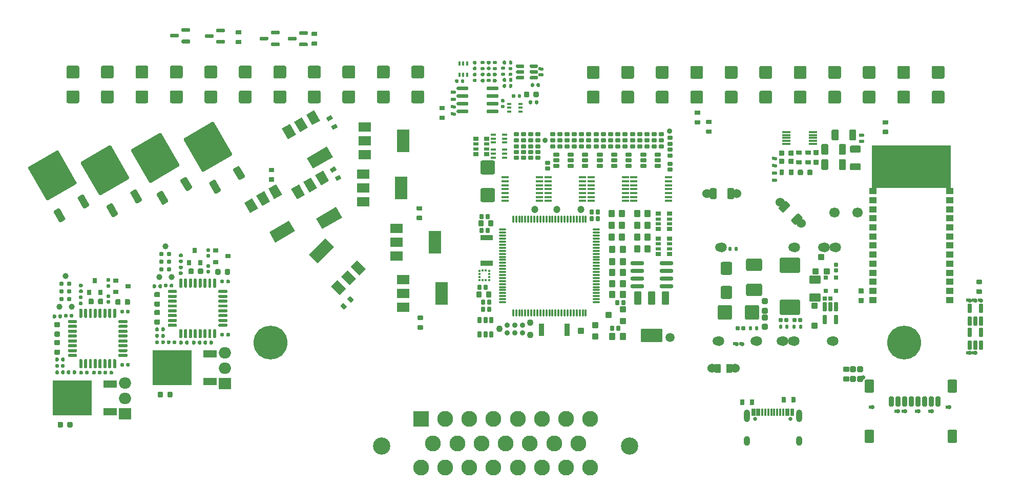
<source format=gts>
G75*
G70*
%OFA0B0*%
%FSLAX25Y25*%
%IPPOS*%
%LPD*%
%AMOC8*
5,1,8,0,0,1.08239X$1,22.5*
%
%AMM117*
21,1,0.027170,0.052760,-0.000000,0.000000,0.000000*
21,1,0.017320,0.062600,-0.000000,0.000000,0.000000*
1,1,0.009840,0.008660,-0.026380*
1,1,0.009840,-0.008660,-0.026380*
1,1,0.009840,-0.008660,0.026380*
1,1,0.009840,0.008660,0.026380*
%
%AMM184*
21,1,0.092130,0.073230,0.000000,-0.000000,180.000000*
21,1,0.069290,0.096060,0.000000,-0.000000,180.000000*
1,1,0.022840,-0.034650,0.036610*
1,1,0.022840,0.034650,0.036610*
1,1,0.022840,0.034650,-0.036610*
1,1,0.022840,-0.034650,-0.036610*
%
%AMM185*
21,1,0.100000,0.111020,0.000000,-0.000000,270.000000*
21,1,0.075590,0.135430,0.000000,-0.000000,270.000000*
1,1,0.024410,-0.055510,-0.037800*
1,1,0.024410,-0.055510,0.037800*
1,1,0.024410,0.055510,0.037800*
1,1,0.024410,0.055510,-0.037800*
%
%AMM186*
21,1,0.080320,0.083460,0.000000,-0.000000,270.000000*
21,1,0.059840,0.103940,0.000000,-0.000000,270.000000*
1,1,0.020470,-0.041730,-0.029920*
1,1,0.020470,-0.041730,0.029920*
1,1,0.020470,0.041730,0.029920*
1,1,0.020470,0.041730,-0.029920*
%
%AMM187*
21,1,0.084250,0.053540,0.000000,-0.000000,90.000000*
21,1,0.065350,0.072440,0.000000,-0.000000,90.000000*
1,1,0.018900,0.026770,0.032680*
1,1,0.018900,0.026770,-0.032680*
1,1,0.018900,-0.026770,-0.032680*
1,1,0.018900,-0.026770,0.032680*
%
%AMM188*
21,1,0.040950,0.030320,0.000000,-0.000000,0.000000*
21,1,0.028350,0.042910,0.000000,-0.000000,0.000000*
1,1,0.012600,0.014170,-0.015160*
1,1,0.012600,-0.014170,-0.015160*
1,1,0.012600,-0.014170,0.015160*
1,1,0.012600,0.014170,0.015160*
%
%AMM189*
21,1,0.027170,0.052760,0.000000,-0.000000,180.000000*
21,1,0.017320,0.062600,0.000000,-0.000000,180.000000*
1,1,0.009840,-0.008660,0.026380*
1,1,0.009840,0.008660,0.026380*
1,1,0.009840,0.008660,-0.026380*
1,1,0.009840,-0.008660,-0.026380*
%
%AMM190*
21,1,0.041340,0.026770,0.000000,-0.000000,270.000000*
21,1,0.029130,0.038980,0.000000,-0.000000,270.000000*
1,1,0.012210,-0.013390,-0.014570*
1,1,0.012210,-0.013390,0.014570*
1,1,0.012210,0.013390,0.014570*
1,1,0.012210,0.013390,-0.014570*
%
%AMM191*
21,1,0.076380,0.036220,0.000000,-0.000000,0.000000*
21,1,0.061810,0.050790,0.000000,-0.000000,0.000000*
1,1,0.014570,0.030910,-0.018110*
1,1,0.014570,-0.030910,-0.018110*
1,1,0.014570,-0.030910,0.018110*
1,1,0.014570,0.030910,0.018110*
%
%AMM192*
21,1,0.038980,0.026770,0.000000,-0.000000,270.000000*
21,1,0.026770,0.038980,0.000000,-0.000000,270.000000*
1,1,0.012210,-0.013390,-0.013390*
1,1,0.012210,-0.013390,0.013390*
1,1,0.012210,0.013390,0.013390*
1,1,0.012210,0.013390,-0.013390*
%
%AMM193*
21,1,0.021260,0.016540,0.000000,-0.000000,180.000000*
21,1,0.012600,0.025200,0.000000,-0.000000,180.000000*
1,1,0.008660,-0.006300,0.008270*
1,1,0.008660,0.006300,0.008270*
1,1,0.008660,0.006300,-0.008270*
1,1,0.008660,-0.006300,-0.008270*
%
%AMM194*
21,1,0.029130,0.018900,0.000000,-0.000000,0.000000*
21,1,0.018900,0.029130,0.000000,-0.000000,0.000000*
1,1,0.010240,0.009450,-0.009450*
1,1,0.010240,-0.009450,-0.009450*
1,1,0.010240,-0.009450,0.009450*
1,1,0.010240,0.009450,0.009450*
%
%AMM195*
21,1,0.025200,0.019680,0.000000,-0.000000,270.000000*
21,1,0.015750,0.029130,0.000000,-0.000000,270.000000*
1,1,0.009450,-0.009840,-0.007870*
1,1,0.009450,-0.009840,0.007870*
1,1,0.009450,0.009840,0.007870*
1,1,0.009450,0.009840,-0.007870*
%
%AMM196*
21,1,0.025200,0.019680,0.000000,-0.000000,180.000000*
21,1,0.015750,0.029130,0.000000,-0.000000,180.000000*
1,1,0.009450,-0.007870,0.009840*
1,1,0.009450,0.007870,0.009840*
1,1,0.009450,0.007870,-0.009840*
1,1,0.009450,-0.007870,-0.009840*
%
%AMM278*
21,1,0.029530,0.026380,-0.000000,-0.000000,90.000000*
21,1,0.020470,0.035430,-0.000000,-0.000000,90.000000*
1,1,0.009060,0.013190,0.010240*
1,1,0.009060,0.013190,-0.010240*
1,1,0.009060,-0.013190,-0.010240*
1,1,0.009060,-0.013190,0.010240*
%
%AMM279*
21,1,0.021650,0.027950,-0.000000,-0.000000,90.000000*
21,1,0.014170,0.035430,-0.000000,-0.000000,90.000000*
1,1,0.007480,0.013980,0.007090*
1,1,0.007480,0.013980,-0.007090*
1,1,0.007480,-0.013980,-0.007090*
1,1,0.007480,-0.013980,0.007090*
%
%AMM280*
21,1,0.016540,0.028980,-0.000000,-0.000000,270.000000*
21,1,0.010080,0.035430,-0.000000,-0.000000,270.000000*
1,1,0.006460,-0.014490,-0.005040*
1,1,0.006460,-0.014490,0.005040*
1,1,0.006460,0.014490,0.005040*
1,1,0.006460,0.014490,-0.005040*
%
%AMM281*
21,1,0.027560,0.030710,-0.000000,-0.000000,0.000000*
21,1,0.018900,0.039370,-0.000000,-0.000000,0.000000*
1,1,0.008660,0.009450,-0.015350*
1,1,0.008660,-0.009450,-0.015350*
1,1,0.008660,-0.009450,0.015350*
1,1,0.008660,0.009450,0.015350*
%
%AMM282*
21,1,0.031500,0.018900,-0.000000,-0.000000,270.000000*
21,1,0.022840,0.027560,-0.000000,-0.000000,270.000000*
1,1,0.008660,-0.009450,-0.011420*
1,1,0.008660,-0.009450,0.011420*
1,1,0.008660,0.009450,0.011420*
1,1,0.008660,0.009450,-0.011420*
%
%AMM283*
21,1,0.035430,0.072440,-0.000000,-0.000000,270.000000*
21,1,0.025200,0.082680,-0.000000,-0.000000,270.000000*
1,1,0.010240,-0.036220,-0.012600*
1,1,0.010240,-0.036220,0.012600*
1,1,0.010240,0.036220,0.012600*
1,1,0.010240,0.036220,-0.012600*
%
%AMM284*
21,1,0.031500,0.018900,-0.000000,-0.000000,0.000000*
21,1,0.022840,0.027560,-0.000000,-0.000000,0.000000*
1,1,0.008660,0.011420,-0.009450*
1,1,0.008660,-0.011420,-0.009450*
1,1,0.008660,-0.011420,0.009450*
1,1,0.008660,0.011420,0.009450*
%
%AMM285*
21,1,0.027560,0.030710,-0.000000,-0.000000,90.000000*
21,1,0.018900,0.039370,-0.000000,-0.000000,90.000000*
1,1,0.008660,0.015350,0.009450*
1,1,0.008660,0.015350,-0.009450*
1,1,0.008660,-0.015350,-0.009450*
1,1,0.008660,-0.015350,0.009450*
%
%AMM286*
21,1,0.039370,0.030320,-0.000000,-0.000000,90.000000*
21,1,0.028350,0.041340,-0.000000,-0.000000,90.000000*
1,1,0.011020,0.015160,0.014170*
1,1,0.011020,0.015160,-0.014170*
1,1,0.011020,-0.015160,-0.014170*
1,1,0.011020,-0.015160,0.014170*
%
%AMM287*
21,1,0.047240,0.075980,-0.000000,-0.000000,180.000000*
21,1,0.034650,0.088580,-0.000000,-0.000000,180.000000*
1,1,0.012600,-0.017320,0.037990*
1,1,0.012600,0.017320,0.037990*
1,1,0.012600,0.017320,-0.037990*
1,1,0.012600,-0.017320,-0.037990*
%
%AMM288*
21,1,0.043310,0.035430,-0.000000,-0.000000,180.000000*
21,1,0.031500,0.047240,-0.000000,-0.000000,180.000000*
1,1,0.011810,-0.015750,0.017720*
1,1,0.011810,0.015750,0.017720*
1,1,0.011810,0.015750,-0.017720*
1,1,0.011810,-0.015750,-0.017720*
%
%AMM289*
21,1,0.031500,0.030710,-0.000000,-0.000000,180.000000*
21,1,0.022050,0.040160,-0.000000,-0.000000,180.000000*
1,1,0.009450,-0.011020,0.015350*
1,1,0.009450,0.011020,0.015350*
1,1,0.009450,0.011020,-0.015350*
1,1,0.009450,-0.011020,-0.015350*
%
%AMM290*
21,1,0.035430,0.072440,-0.000000,-0.000000,180.000000*
21,1,0.025200,0.082680,-0.000000,-0.000000,180.000000*
1,1,0.010240,-0.012600,0.036220*
1,1,0.010240,0.012600,0.036220*
1,1,0.010240,0.012600,-0.036220*
1,1,0.010240,-0.012600,-0.036220*
%
%AMM291*
21,1,0.141730,0.067720,-0.000000,-0.000000,180.000000*
21,1,0.120870,0.088580,-0.000000,-0.000000,180.000000*
1,1,0.020870,-0.060430,0.033860*
1,1,0.020870,0.060430,0.033860*
1,1,0.020870,0.060430,-0.033860*
1,1,0.020870,-0.060430,-0.033860*
%
%AMM292*
21,1,0.047240,0.075990,-0.000000,-0.000000,180.000000*
21,1,0.034650,0.088580,-0.000000,-0.000000,180.000000*
1,1,0.012600,-0.017320,0.037990*
1,1,0.012600,0.017320,0.037990*
1,1,0.012600,0.017320,-0.037990*
1,1,0.012600,-0.017320,-0.037990*
%
%AMM293*
21,1,0.090550,0.073230,-0.000000,-0.000000,270.000000*
21,1,0.069290,0.094490,-0.000000,-0.000000,270.000000*
1,1,0.021260,-0.036610,-0.034650*
1,1,0.021260,-0.036610,0.034650*
1,1,0.021260,0.036610,0.034650*
1,1,0.021260,0.036610,-0.034650*
%
%AMM95*
21,1,0.084250,0.045670,0.000000,0.000000,270.000000*
21,1,0.067320,0.062600,0.000000,0.000000,270.000000*
1,1,0.016930,-0.022840,-0.033660*
1,1,0.016930,-0.022840,0.033660*
1,1,0.016930,0.022840,0.033660*
1,1,0.016930,0.022840,-0.033660*
%
%AMM96*
21,1,0.064570,0.020470,0.000000,0.000000,270.000000*
21,1,0.053940,0.031100,0.000000,0.000000,270.000000*
1,1,0.010630,-0.010240,-0.026970*
1,1,0.010630,-0.010240,0.026970*
1,1,0.010630,0.010240,0.026970*
1,1,0.010630,0.010240,-0.026970*
%
%AMM97*
21,1,0.038980,0.026770,0.000000,0.000000,90.000000*
21,1,0.026770,0.038980,0.000000,0.000000,90.000000*
1,1,0.012210,0.013390,0.013390*
1,1,0.012210,0.013390,-0.013390*
1,1,0.012210,-0.013390,-0.013390*
1,1,0.012210,-0.013390,0.013390*
%
%AMM98*
21,1,0.033070,0.030710,0.000000,0.000000,270.000000*
21,1,0.022050,0.041730,0.000000,0.000000,270.000000*
1,1,0.011020,-0.015350,-0.011020*
1,1,0.011020,-0.015350,0.011020*
1,1,0.011020,0.015350,0.011020*
1,1,0.011020,0.015350,-0.011020*
%
%ADD10C,0.06000*%
%ADD11R,0.07874X0.05906*%
%ADD12R,0.07874X0.14961*%
%ADD13C,0.22047*%
%ADD131C,0.02913*%
%ADD132C,0.06457*%
%ADD14C,0.02362*%
%ADD148R,0.02559X0.01575*%
%ADD149R,0.01575X0.02559*%
%ADD150R,0.05512X0.01181*%
%ADD151R,0.03543X0.03150*%
%ADD153C,0.05118*%
%ADD155R,0.03150X0.03543*%
%ADD163C,0.03100*%
%ADD166C,0.03900*%
%ADD201O,0.05118X0.01260*%
%ADD202O,0.01260X0.05118*%
%ADD203O,0.04724X0.01575*%
%ADD204C,0.03494*%
%ADD207R,0.01772X0.01378*%
%ADD208R,0.01378X0.01772*%
%ADD213O,0.09055X0.02756*%
%ADD220C,0.03543*%
%ADD222C,0.04724*%
%ADD223C,0.04294*%
%ADD267M95*%
%ADD268M96*%
%ADD269M97*%
%ADD270M98*%
%ADD290M117*%
%ADD359M184*%
%ADD360M185*%
%ADD361M186*%
%ADD362M187*%
%ADD363M188*%
%ADD364M189*%
%ADD365M190*%
%ADD366M191*%
%ADD367M192*%
%ADD368M193*%
%ADD369M194*%
%ADD37C,0.05906*%
%ADD370M195*%
%ADD371M196*%
%ADD388R,0.08661X0.04724*%
%ADD389R,0.25197X0.22835*%
%ADD390R,0.07874X0.07500*%
%ADD391O,0.07874X0.07500*%
%ADD47R,0.10335X0.10335*%
%ADD48C,0.10335*%
%ADD486M278*%
%ADD487M279*%
%ADD488M280*%
%ADD489M281*%
%ADD49C,0.06693*%
%ADD490M282*%
%ADD491M283*%
%ADD492M284*%
%ADD493M285*%
%ADD494M286*%
%ADD495M287*%
%ADD496M288*%
%ADD497M289*%
%ADD498M290*%
%ADD499M291*%
%ADD50R,0.01181X0.04528*%
%ADD500M292*%
%ADD501M293*%
%ADD51O,0.03937X0.08268*%
%ADD52O,0.03937X0.06299*%
%ADD65R,0.05118X0.03937*%
%ADD70C,0.00472*%
%ADD71C,0.11220*%
%ADD72C,0.02559*%
X0000000Y0000000D02*
%LPD*%
G01*
D70*
X0604478Y0192224D02*
X0553297Y0192224D01*
X0553297Y0219783D01*
X0604478Y0219783D01*
X0604478Y0192224D01*
G36*
X0604478Y0192224D02*
G01*
X0553297Y0192224D01*
X0553297Y0219783D01*
X0604478Y0219783D01*
X0604478Y0192224D01*
G37*
D10*
X0464291Y0074507D03*
G36*
G01*
X0462500Y0076968D02*
X0462500Y0072047D01*
G75*
G02*
X0462106Y0071653I-000394J0000000D01*
G01*
X0458956Y0071653D01*
G75*
G02*
X0458563Y0072047I0000000J0000394D01*
G01*
X0458563Y0076968D01*
G75*
G02*
X0458956Y0077362I0000394J0000000D01*
G01*
X0462106Y0077362D01*
G75*
G02*
X0462500Y0076968I0000000J-000394D01*
G01*
G37*
G36*
G01*
X0455019Y0076968D02*
X0455019Y0072047D01*
G75*
G02*
X0454625Y0071653I-000394J0000000D01*
G01*
X0451476Y0071653D01*
G75*
G02*
X0451082Y0072047I0000000J0000394D01*
G01*
X0451082Y0076968D01*
G75*
G02*
X0451476Y0077362I0000394J0000000D01*
G01*
X0454625Y0077362D01*
G75*
G02*
X0455019Y0076968I0000000J-000394D01*
G01*
G37*
X0449291Y0074507D03*
G36*
G01*
X0560570Y0236122D02*
X0563641Y0236122D01*
G75*
G02*
X0563917Y0235846I0000000J-000276D01*
G01*
X0563917Y0233641D01*
G75*
G02*
X0563641Y0233366I-000276J0000000D01*
G01*
X0560570Y0233366D01*
G75*
G02*
X0560295Y0233641I0000000J0000276D01*
G01*
X0560295Y0235846D01*
G75*
G02*
X0560570Y0236122I0000276J0000000D01*
G01*
G37*
G36*
G01*
X0560570Y0229822D02*
X0563641Y0229822D01*
G75*
G02*
X0563917Y0229547I0000000J-000276D01*
G01*
X0563917Y0227342D01*
G75*
G02*
X0563641Y0227067I-000276J0000000D01*
G01*
X0560570Y0227067D01*
G75*
G02*
X0560295Y0227342I0000000J0000276D01*
G01*
X0560295Y0229547D01*
G75*
G02*
X0560570Y0229822I0000276J0000000D01*
G01*
G37*
D11*
X0223523Y0231692D03*
X0223523Y0222637D03*
X0223523Y0213582D03*
D12*
X0248326Y0222637D03*
D13*
X0162106Y0091338D03*
G36*
X0191111Y0200370D02*
G01*
X0196225Y0203322D01*
X0200162Y0196503D01*
X0195048Y0193551D01*
X0191111Y0200370D01*
G37*
G36*
X0183269Y0195842D02*
G01*
X0188383Y0198795D01*
X0192320Y0191976D01*
X0187206Y0189023D01*
X0183269Y0195842D01*
G37*
G36*
X0175427Y0191315D02*
G01*
X0180542Y0194267D01*
X0184479Y0187448D01*
X0179364Y0184495D01*
X0175427Y0191315D01*
G37*
G36*
X0191750Y0172098D02*
G01*
X0204706Y0179578D01*
X0208643Y0172759D01*
X0195687Y0165279D01*
X0191750Y0172098D01*
G37*
G36*
G01*
X0503641Y0055669D02*
X0503641Y0052598D01*
G75*
G02*
X0503366Y0052322I-000276J0000000D01*
G01*
X0501161Y0052322D01*
G75*
G02*
X0500885Y0052598I0000000J0000276D01*
G01*
X0500885Y0055669D01*
G75*
G02*
X0501161Y0055944I0000276J0000000D01*
G01*
X0503366Y0055944D01*
G75*
G02*
X0503641Y0055669I0000000J-000276D01*
G01*
G37*
G36*
G01*
X0497342Y0055669D02*
X0497342Y0052598D01*
G75*
G02*
X0497066Y0052322I-000276J0000000D01*
G01*
X0494862Y0052322D01*
G75*
G02*
X0494586Y0052598I0000000J0000276D01*
G01*
X0494586Y0055669D01*
G75*
G02*
X0494862Y0055944I0000276J0000000D01*
G01*
X0497066Y0055944D01*
G75*
G02*
X0497342Y0055669I0000000J-000276D01*
G01*
G37*
G36*
X0211273Y0126454D02*
G01*
X0207097Y0122278D01*
X0201529Y0127846D01*
X0205705Y0132022D01*
X0211273Y0126454D01*
G37*
G36*
X0217676Y0132857D02*
G01*
X0213500Y0128681D01*
X0207932Y0134249D01*
X0212108Y0138425D01*
X0217676Y0132857D01*
G37*
G36*
X0224079Y0139260D02*
G01*
X0219903Y0135084D01*
X0214335Y0140652D01*
X0218511Y0144828D01*
X0224079Y0139260D01*
G37*
G36*
X0203339Y0153597D02*
G01*
X0192760Y0143018D01*
X0187192Y0148586D01*
X0197771Y0159165D01*
X0203339Y0153597D01*
G37*
G36*
G01*
X0257421Y0180118D02*
X0260492Y0180118D01*
G75*
G02*
X0260767Y0179842I0000000J-000276D01*
G01*
X0260767Y0177637D01*
G75*
G02*
X0260492Y0177362I-000276J0000000D01*
G01*
X0257421Y0177362D01*
G75*
G02*
X0257145Y0177637I0000000J0000276D01*
G01*
X0257145Y0179842D01*
G75*
G02*
X0257421Y0180118I0000276J0000000D01*
G01*
G37*
G36*
G01*
X0257421Y0173818D02*
X0260492Y0173818D01*
G75*
G02*
X0260767Y0173543I0000000J-000276D01*
G01*
X0260767Y0171338D01*
G75*
G02*
X0260492Y0171063I-000276J0000000D01*
G01*
X0257421Y0171063D01*
G75*
G02*
X0257145Y0171338I0000000J0000276D01*
G01*
X0257145Y0173543D01*
G75*
G02*
X0257421Y0173818I0000276J0000000D01*
G01*
G37*
D14*
X0615748Y0118897D03*
X0619488Y0118897D03*
X0623228Y0118897D03*
X0619291Y0084645D03*
X0615748Y0084645D03*
X0280511Y0249606D03*
X0280511Y0254330D03*
X0280511Y0244881D03*
X0280511Y0240157D03*
X0337303Y0265590D03*
X0337303Y0269527D03*
G36*
G01*
X0441397Y0233366D02*
X0438326Y0233366D01*
G75*
G02*
X0438051Y0233641I0000000J0000276D01*
G01*
X0438051Y0235846D01*
G75*
G02*
X0438326Y0236122I0000276J0000000D01*
G01*
X0441397Y0236122D01*
G75*
G02*
X0441673Y0235846I0000000J-000276D01*
G01*
X0441673Y0233641D01*
G75*
G02*
X0441397Y0233366I-000276J0000000D01*
G01*
G37*
G36*
G01*
X0441397Y0239665D02*
X0438326Y0239665D01*
G75*
G02*
X0438051Y0239941I0000000J0000276D01*
G01*
X0438051Y0242145D01*
G75*
G02*
X0438326Y0242421I0000276J0000000D01*
G01*
X0441397Y0242421D01*
G75*
G02*
X0441673Y0242145I0000000J-000276D01*
G01*
X0441673Y0239941D01*
G75*
G02*
X0441397Y0239665I-000276J0000000D01*
G01*
G37*
G36*
G01*
X0261082Y0099803D02*
X0258011Y0099803D01*
G75*
G02*
X0257736Y0100078I0000000J0000276D01*
G01*
X0257736Y0102283D01*
G75*
G02*
X0258011Y0102559I0000276J0000000D01*
G01*
X0261082Y0102559D01*
G75*
G02*
X0261358Y0102283I0000000J-000276D01*
G01*
X0261358Y0100078D01*
G75*
G02*
X0261082Y0099803I-000276J0000000D01*
G01*
G37*
G36*
G01*
X0261082Y0106102D02*
X0258011Y0106102D01*
G75*
G02*
X0257736Y0106378I0000000J0000276D01*
G01*
X0257736Y0108582D01*
G75*
G02*
X0258011Y0108858I0000276J0000000D01*
G01*
X0261082Y0108858D01*
G75*
G02*
X0261358Y0108582I0000000J-000276D01*
G01*
X0261358Y0106378D01*
G75*
G02*
X0261082Y0106102I-000276J0000000D01*
G01*
G37*
G36*
G01*
X0161161Y0205118D02*
X0164232Y0205118D01*
G75*
G02*
X0164507Y0204842I0000000J-000276D01*
G01*
X0164507Y0202637D01*
G75*
G02*
X0164232Y0202362I-000276J0000000D01*
G01*
X0161161Y0202362D01*
G75*
G02*
X0160885Y0202637I0000000J0000276D01*
G01*
X0160885Y0204842D01*
G75*
G02*
X0161161Y0205118I0000276J0000000D01*
G01*
G37*
G36*
G01*
X0161161Y0198818D02*
X0164232Y0198818D01*
G75*
G02*
X0164507Y0198543I0000000J-000276D01*
G01*
X0164507Y0196338D01*
G75*
G02*
X0164232Y0196063I-000276J0000000D01*
G01*
X0161161Y0196063D01*
G75*
G02*
X0160885Y0196338I0000000J0000276D01*
G01*
X0160885Y0198543D01*
G75*
G02*
X0161161Y0198818I0000276J0000000D01*
G01*
G37*
D14*
X0546259Y0068602D03*
X0552460Y0049291D03*
X0602476Y0049327D03*
X0569094Y0046653D03*
X0573720Y0046653D03*
X0582283Y0046653D03*
X0591043Y0046653D03*
D11*
X0244192Y0165748D03*
X0244192Y0156692D03*
X0244192Y0147637D03*
D12*
X0268996Y0156692D03*
G36*
X0160599Y0191511D02*
G01*
X0165714Y0194464D01*
X0169651Y0187645D01*
X0164536Y0184692D01*
X0160599Y0191511D01*
G37*
G36*
X0152757Y0186984D02*
G01*
X0157872Y0189937D01*
X0161809Y0183118D01*
X0156694Y0180165D01*
X0152757Y0186984D01*
G37*
G36*
X0144915Y0182456D02*
G01*
X0150030Y0185409D01*
X0153967Y0178590D01*
X0148852Y0175637D01*
X0144915Y0182456D01*
G37*
G36*
X0161238Y0163240D02*
G01*
X0174194Y0170720D01*
X0178131Y0163901D01*
X0165175Y0156421D01*
X0161238Y0163240D01*
G37*
D37*
X0526968Y0092322D03*
X0501771Y0092322D03*
X0494291Y0092322D03*
X0477362Y0092322D03*
D14*
X0467913Y0090551D03*
X0463976Y0090551D03*
D37*
X0452755Y0092322D03*
X0528740Y0153346D03*
X0521456Y0153346D03*
X0501968Y0153346D03*
X0454527Y0153346D03*
D11*
X0222342Y0200984D03*
X0222342Y0191929D03*
X0222342Y0182874D03*
D12*
X0247145Y0191929D03*
G36*
G01*
X0142775Y0285531D02*
X0139704Y0285531D01*
G75*
G02*
X0139429Y0285807I0000000J0000276D01*
G01*
X0139429Y0288011D01*
G75*
G02*
X0139704Y0288287I0000276J0000000D01*
G01*
X0142775Y0288287D01*
G75*
G02*
X0143051Y0288011I0000000J-000276D01*
G01*
X0143051Y0285807D01*
G75*
G02*
X0142775Y0285531I-000276J0000000D01*
G01*
G37*
G36*
G01*
X0142775Y0291830D02*
X0139704Y0291830D01*
G75*
G02*
X0139429Y0292106I0000000J0000276D01*
G01*
X0139429Y0294311D01*
G75*
G02*
X0139704Y0294586I0000276J0000000D01*
G01*
X0142775Y0294586D01*
G75*
G02*
X0143051Y0294311I0000000J-000276D01*
G01*
X0143051Y0292106D01*
G75*
G02*
X0142775Y0291830I-000276J0000000D01*
G01*
G37*
G36*
G01*
X0547696Y0117067D02*
X0545019Y0117067D01*
G75*
G02*
X0544685Y0117401I0000000J0000335D01*
G01*
X0544685Y0120078D01*
G75*
G02*
X0545019Y0120413I0000335J0000000D01*
G01*
X0547696Y0120413D01*
G75*
G02*
X0548031Y0120078I0000000J-000335D01*
G01*
X0548031Y0117401D01*
G75*
G02*
X0547696Y0117067I-000335J0000000D01*
G01*
G37*
G36*
G01*
X0547696Y0123287D02*
X0545019Y0123287D01*
G75*
G02*
X0544685Y0123622I0000000J0000335D01*
G01*
X0544685Y0126299D01*
G75*
G02*
X0545019Y0126633I0000335J0000000D01*
G01*
X0547696Y0126633D01*
G75*
G02*
X0548031Y0126299I0000000J-000335D01*
G01*
X0548031Y0123622D01*
G75*
G02*
X0547696Y0123287I-000335J0000000D01*
G01*
G37*
G36*
X0185206Y0239641D02*
G01*
X0190320Y0242594D01*
X0194257Y0235775D01*
X0189143Y0232822D01*
X0185206Y0239641D01*
G37*
G36*
X0177364Y0235114D02*
G01*
X0182478Y0238067D01*
X0186415Y0231247D01*
X0181301Y0228295D01*
X0177364Y0235114D01*
G37*
G36*
X0169522Y0230586D02*
G01*
X0174636Y0233539D01*
X0178573Y0226720D01*
X0173459Y0223767D01*
X0169522Y0230586D01*
G37*
G36*
X0185844Y0211370D02*
G01*
X0198801Y0218850D01*
X0202738Y0212031D01*
X0189781Y0204551D01*
X0185844Y0211370D01*
G37*
D71*
X0234350Y0023818D03*
X0395767Y0023818D03*
D47*
X0259940Y0041535D03*
D48*
X0275689Y0041535D03*
X0291437Y0041535D03*
X0307185Y0041535D03*
X0322933Y0041535D03*
X0338681Y0041535D03*
X0354429Y0041535D03*
X0370177Y0041535D03*
X0267814Y0025787D03*
X0283563Y0025787D03*
X0299311Y0025787D03*
X0315059Y0025787D03*
X0330807Y0025787D03*
X0346555Y0025787D03*
X0362303Y0025787D03*
X0259940Y0010039D03*
X0275689Y0010039D03*
X0291437Y0010039D03*
X0307185Y0010039D03*
X0322933Y0010039D03*
X0338681Y0010039D03*
X0354429Y0010039D03*
X0370177Y0010039D03*
G36*
G01*
X0253740Y0248130D02*
X0253740Y0254429D01*
G75*
G02*
X0254724Y0255413I0000984J0000000D01*
G01*
X0261023Y0255413D01*
G75*
G02*
X0262007Y0254429I0000000J-000984D01*
G01*
X0262007Y0248130D01*
G75*
G02*
X0261023Y0247145I-000984J0000000D01*
G01*
X0254724Y0247145D01*
G75*
G02*
X0253740Y0248130I0000000J0000984D01*
G01*
G37*
G36*
G01*
X0231299Y0248130D02*
X0231299Y0254429D01*
G75*
G02*
X0232283Y0255413I0000984J0000000D01*
G01*
X0238582Y0255413D01*
G75*
G02*
X0239566Y0254429I0000000J-000984D01*
G01*
X0239566Y0248130D01*
G75*
G02*
X0238582Y0247145I-000984J0000000D01*
G01*
X0232283Y0247145D01*
G75*
G02*
X0231299Y0248130I0000000J0000984D01*
G01*
G37*
G36*
G01*
X0208858Y0248130D02*
X0208858Y0254429D01*
G75*
G02*
X0209842Y0255413I0000984J0000000D01*
G01*
X0216141Y0255413D01*
G75*
G02*
X0217126Y0254429I0000000J-000984D01*
G01*
X0217126Y0248130D01*
G75*
G02*
X0216141Y0247145I-000984J0000000D01*
G01*
X0209842Y0247145D01*
G75*
G02*
X0208858Y0248130I0000000J0000984D01*
G01*
G37*
G36*
G01*
X0186417Y0248130D02*
X0186417Y0254429D01*
G75*
G02*
X0187401Y0255413I0000984J0000000D01*
G01*
X0193700Y0255413D01*
G75*
G02*
X0194685Y0254429I0000000J-000984D01*
G01*
X0194685Y0248130D01*
G75*
G02*
X0193700Y0247145I-000984J0000000D01*
G01*
X0187401Y0247145D01*
G75*
G02*
X0186417Y0248130I0000000J0000984D01*
G01*
G37*
G36*
G01*
X0163976Y0248130D02*
X0163976Y0254429D01*
G75*
G02*
X0164960Y0255413I0000984J0000000D01*
G01*
X0171259Y0255413D01*
G75*
G02*
X0172244Y0254429I0000000J-000984D01*
G01*
X0172244Y0248130D01*
G75*
G02*
X0171259Y0247145I-000984J0000000D01*
G01*
X0164960Y0247145D01*
G75*
G02*
X0163976Y0248130I0000000J0000984D01*
G01*
G37*
G36*
G01*
X0141535Y0248130D02*
X0141535Y0254429D01*
G75*
G02*
X0142519Y0255413I0000984J0000000D01*
G01*
X0148818Y0255413D01*
G75*
G02*
X0149803Y0254429I0000000J-000984D01*
G01*
X0149803Y0248130D01*
G75*
G02*
X0148818Y0247145I-000984J0000000D01*
G01*
X0142519Y0247145D01*
G75*
G02*
X0141535Y0248130I0000000J0000984D01*
G01*
G37*
G36*
G01*
X0119094Y0248130D02*
X0119094Y0254429D01*
G75*
G02*
X0120078Y0255413I0000984J0000000D01*
G01*
X0126377Y0255413D01*
G75*
G02*
X0127362Y0254429I0000000J-000984D01*
G01*
X0127362Y0248130D01*
G75*
G02*
X0126377Y0247145I-000984J0000000D01*
G01*
X0120078Y0247145D01*
G75*
G02*
X0119094Y0248130I0000000J0000984D01*
G01*
G37*
G36*
G01*
X0096653Y0248130D02*
X0096653Y0254429D01*
G75*
G02*
X0097637Y0255413I0000984J0000000D01*
G01*
X0103937Y0255413D01*
G75*
G02*
X0104921Y0254429I0000000J-000984D01*
G01*
X0104921Y0248130D01*
G75*
G02*
X0103937Y0247145I-000984J0000000D01*
G01*
X0097637Y0247145D01*
G75*
G02*
X0096653Y0248130I0000000J0000984D01*
G01*
G37*
G36*
G01*
X0074212Y0248130D02*
X0074212Y0254429D01*
G75*
G02*
X0075196Y0255413I0000984J0000000D01*
G01*
X0081496Y0255413D01*
G75*
G02*
X0082480Y0254429I0000000J-000984D01*
G01*
X0082480Y0248130D01*
G75*
G02*
X0081496Y0247145I-000984J0000000D01*
G01*
X0075196Y0247145D01*
G75*
G02*
X0074212Y0248130I0000000J0000984D01*
G01*
G37*
G36*
G01*
X0051771Y0248130D02*
X0051771Y0254429D01*
G75*
G02*
X0052755Y0255413I0000984J0000000D01*
G01*
X0059055Y0255413D01*
G75*
G02*
X0060039Y0254429I0000000J-000984D01*
G01*
X0060039Y0248130D01*
G75*
G02*
X0059055Y0247145I-000984J0000000D01*
G01*
X0052755Y0247145D01*
G75*
G02*
X0051771Y0248130I0000000J0000984D01*
G01*
G37*
G36*
G01*
X0029330Y0248130D02*
X0029330Y0254429D01*
G75*
G02*
X0030314Y0255413I0000984J0000000D01*
G01*
X0036614Y0255413D01*
G75*
G02*
X0037598Y0254429I0000000J-000984D01*
G01*
X0037598Y0248130D01*
G75*
G02*
X0036614Y0247145I-000984J0000000D01*
G01*
X0030314Y0247145D01*
G75*
G02*
X0029330Y0248130I0000000J0000984D01*
G01*
G37*
G36*
G01*
X0253740Y0264271D02*
X0253740Y0270570D01*
G75*
G02*
X0254724Y0271555I0000984J0000000D01*
G01*
X0261023Y0271555D01*
G75*
G02*
X0262007Y0270570I0000000J-000984D01*
G01*
X0262007Y0264271D01*
G75*
G02*
X0261023Y0263287I-000984J0000000D01*
G01*
X0254724Y0263287D01*
G75*
G02*
X0253740Y0264271I0000000J0000984D01*
G01*
G37*
G36*
G01*
X0231299Y0264271D02*
X0231299Y0270570D01*
G75*
G02*
X0232283Y0271555I0000984J0000000D01*
G01*
X0238582Y0271555D01*
G75*
G02*
X0239566Y0270570I0000000J-000984D01*
G01*
X0239566Y0264271D01*
G75*
G02*
X0238582Y0263287I-000984J0000000D01*
G01*
X0232283Y0263287D01*
G75*
G02*
X0231299Y0264271I0000000J0000984D01*
G01*
G37*
G36*
G01*
X0208858Y0264271D02*
X0208858Y0270570D01*
G75*
G02*
X0209842Y0271555I0000984J0000000D01*
G01*
X0216141Y0271555D01*
G75*
G02*
X0217126Y0270570I0000000J-000984D01*
G01*
X0217126Y0264271D01*
G75*
G02*
X0216141Y0263287I-000984J0000000D01*
G01*
X0209842Y0263287D01*
G75*
G02*
X0208858Y0264271I0000000J0000984D01*
G01*
G37*
G36*
G01*
X0186417Y0264271D02*
X0186417Y0270570D01*
G75*
G02*
X0187401Y0271555I0000984J0000000D01*
G01*
X0193700Y0271555D01*
G75*
G02*
X0194685Y0270570I0000000J-000984D01*
G01*
X0194685Y0264271D01*
G75*
G02*
X0193700Y0263287I-000984J0000000D01*
G01*
X0187401Y0263287D01*
G75*
G02*
X0186417Y0264271I0000000J0000984D01*
G01*
G37*
G36*
G01*
X0163976Y0264271D02*
X0163976Y0270570D01*
G75*
G02*
X0164960Y0271555I0000984J0000000D01*
G01*
X0171259Y0271555D01*
G75*
G02*
X0172244Y0270570I0000000J-000984D01*
G01*
X0172244Y0264271D01*
G75*
G02*
X0171259Y0263287I-000984J0000000D01*
G01*
X0164960Y0263287D01*
G75*
G02*
X0163976Y0264271I0000000J0000984D01*
G01*
G37*
G36*
G01*
X0141535Y0264271D02*
X0141535Y0270570D01*
G75*
G02*
X0142519Y0271555I0000984J0000000D01*
G01*
X0148818Y0271555D01*
G75*
G02*
X0149803Y0270570I0000000J-000984D01*
G01*
X0149803Y0264271D01*
G75*
G02*
X0148818Y0263287I-000984J0000000D01*
G01*
X0142519Y0263287D01*
G75*
G02*
X0141535Y0264271I0000000J0000984D01*
G01*
G37*
G36*
G01*
X0119094Y0264271D02*
X0119094Y0270570D01*
G75*
G02*
X0120078Y0271555I0000984J0000000D01*
G01*
X0126377Y0271555D01*
G75*
G02*
X0127362Y0270570I0000000J-000984D01*
G01*
X0127362Y0264271D01*
G75*
G02*
X0126377Y0263287I-000984J0000000D01*
G01*
X0120078Y0263287D01*
G75*
G02*
X0119094Y0264271I0000000J0000984D01*
G01*
G37*
G36*
G01*
X0096653Y0264271D02*
X0096653Y0270570D01*
G75*
G02*
X0097637Y0271555I0000984J0000000D01*
G01*
X0103937Y0271555D01*
G75*
G02*
X0104921Y0270570I0000000J-000984D01*
G01*
X0104921Y0264271D01*
G75*
G02*
X0103937Y0263287I-000984J0000000D01*
G01*
X0097637Y0263287D01*
G75*
G02*
X0096653Y0264271I0000000J0000984D01*
G01*
G37*
G36*
G01*
X0074212Y0264271D02*
X0074212Y0270570D01*
G75*
G02*
X0075196Y0271555I0000984J0000000D01*
G01*
X0081496Y0271555D01*
G75*
G02*
X0082480Y0270570I0000000J-000984D01*
G01*
X0082480Y0264271D01*
G75*
G02*
X0081496Y0263287I-000984J0000000D01*
G01*
X0075196Y0263287D01*
G75*
G02*
X0074212Y0264271I0000000J0000984D01*
G01*
G37*
G36*
G01*
X0051771Y0264271D02*
X0051771Y0270570D01*
G75*
G02*
X0052755Y0271555I0000984J0000000D01*
G01*
X0059055Y0271555D01*
G75*
G02*
X0060039Y0270570I0000000J-000984D01*
G01*
X0060039Y0264271D01*
G75*
G02*
X0059055Y0263287I-000984J0000000D01*
G01*
X0052755Y0263287D01*
G75*
G02*
X0051771Y0264271I0000000J0000984D01*
G01*
G37*
G36*
G01*
X0029330Y0264271D02*
X0029330Y0270570D01*
G75*
G02*
X0030314Y0271555I0000984J0000000D01*
G01*
X0036614Y0271555D01*
G75*
G02*
X0037598Y0270570I0000000J-000984D01*
G01*
X0037598Y0264271D01*
G75*
G02*
X0036614Y0263287I-000984J0000000D01*
G01*
X0030314Y0263287D01*
G75*
G02*
X0029330Y0264271I0000000J0000984D01*
G01*
G37*
G36*
G01*
X0592322Y0247933D02*
X0592322Y0254232D01*
G75*
G02*
X0593307Y0255216I0000984J0000000D01*
G01*
X0599606Y0255216D01*
G75*
G02*
X0600590Y0254232I0000000J-000984D01*
G01*
X0600590Y0247933D01*
G75*
G02*
X0599606Y0246948I-000984J0000000D01*
G01*
X0593307Y0246948D01*
G75*
G02*
X0592322Y0247933I0000000J0000984D01*
G01*
G37*
G36*
G01*
X0569881Y0247933D02*
X0569881Y0254232D01*
G75*
G02*
X0570866Y0255216I0000984J0000000D01*
G01*
X0577165Y0255216D01*
G75*
G02*
X0578149Y0254232I0000000J-000984D01*
G01*
X0578149Y0247933D01*
G75*
G02*
X0577165Y0246948I-000984J0000000D01*
G01*
X0570866Y0246948D01*
G75*
G02*
X0569881Y0247933I0000000J0000984D01*
G01*
G37*
G36*
G01*
X0547440Y0247933D02*
X0547440Y0254232D01*
G75*
G02*
X0548425Y0255216I0000984J0000000D01*
G01*
X0554724Y0255216D01*
G75*
G02*
X0555708Y0254232I0000000J-000984D01*
G01*
X0555708Y0247933D01*
G75*
G02*
X0554724Y0246948I-000984J0000000D01*
G01*
X0548425Y0246948D01*
G75*
G02*
X0547440Y0247933I0000000J0000984D01*
G01*
G37*
G36*
G01*
X0525000Y0247933D02*
X0525000Y0254232D01*
G75*
G02*
X0525984Y0255216I0000984J0000000D01*
G01*
X0532283Y0255216D01*
G75*
G02*
X0533267Y0254232I0000000J-000984D01*
G01*
X0533267Y0247933D01*
G75*
G02*
X0532283Y0246948I-000984J0000000D01*
G01*
X0525984Y0246948D01*
G75*
G02*
X0525000Y0247933I0000000J0000984D01*
G01*
G37*
G36*
G01*
X0502559Y0247933D02*
X0502559Y0254232D01*
G75*
G02*
X0503543Y0255216I0000984J0000000D01*
G01*
X0509842Y0255216D01*
G75*
G02*
X0510826Y0254232I0000000J-000984D01*
G01*
X0510826Y0247933D01*
G75*
G02*
X0509842Y0246948I-000984J0000000D01*
G01*
X0503543Y0246948D01*
G75*
G02*
X0502559Y0247933I0000000J0000984D01*
G01*
G37*
G36*
G01*
X0480118Y0247933D02*
X0480118Y0254232D01*
G75*
G02*
X0481102Y0255216I0000984J0000000D01*
G01*
X0487401Y0255216D01*
G75*
G02*
X0488385Y0254232I0000000J-000984D01*
G01*
X0488385Y0247933D01*
G75*
G02*
X0487401Y0246948I-000984J0000000D01*
G01*
X0481102Y0246948D01*
G75*
G02*
X0480118Y0247933I0000000J0000984D01*
G01*
G37*
G36*
G01*
X0457677Y0247933D02*
X0457677Y0254232D01*
G75*
G02*
X0458661Y0255216I0000984J0000000D01*
G01*
X0464960Y0255216D01*
G75*
G02*
X0465944Y0254232I0000000J-000984D01*
G01*
X0465944Y0247933D01*
G75*
G02*
X0464960Y0246948I-000984J0000000D01*
G01*
X0458661Y0246948D01*
G75*
G02*
X0457677Y0247933I0000000J0000984D01*
G01*
G37*
G36*
G01*
X0435236Y0247933D02*
X0435236Y0254232D01*
G75*
G02*
X0436220Y0255216I0000984J0000000D01*
G01*
X0442519Y0255216D01*
G75*
G02*
X0443503Y0254232I0000000J-000984D01*
G01*
X0443503Y0247933D01*
G75*
G02*
X0442519Y0246948I-000984J0000000D01*
G01*
X0436220Y0246948D01*
G75*
G02*
X0435236Y0247933I0000000J0000984D01*
G01*
G37*
G36*
G01*
X0412795Y0247933D02*
X0412795Y0254232D01*
G75*
G02*
X0413779Y0255216I0000984J0000000D01*
G01*
X0420078Y0255216D01*
G75*
G02*
X0421063Y0254232I0000000J-000984D01*
G01*
X0421063Y0247933D01*
G75*
G02*
X0420078Y0246948I-000984J0000000D01*
G01*
X0413779Y0246948D01*
G75*
G02*
X0412795Y0247933I0000000J0000984D01*
G01*
G37*
G36*
G01*
X0390354Y0247933D02*
X0390354Y0254232D01*
G75*
G02*
X0391338Y0255216I0000984J0000000D01*
G01*
X0397637Y0255216D01*
G75*
G02*
X0398622Y0254232I0000000J-000984D01*
G01*
X0398622Y0247933D01*
G75*
G02*
X0397637Y0246948I-000984J0000000D01*
G01*
X0391338Y0246948D01*
G75*
G02*
X0390354Y0247933I0000000J0000984D01*
G01*
G37*
G36*
G01*
X0367913Y0247933D02*
X0367913Y0254232D01*
G75*
G02*
X0368897Y0255216I0000984J0000000D01*
G01*
X0375196Y0255216D01*
G75*
G02*
X0376181Y0254232I0000000J-000984D01*
G01*
X0376181Y0247933D01*
G75*
G02*
X0375196Y0246948I-000984J0000000D01*
G01*
X0368897Y0246948D01*
G75*
G02*
X0367913Y0247933I0000000J0000984D01*
G01*
G37*
G36*
G01*
X0592322Y0264074D02*
X0592322Y0270374D01*
G75*
G02*
X0593307Y0271358I0000984J0000000D01*
G01*
X0599606Y0271358D01*
G75*
G02*
X0600590Y0270374I0000000J-000984D01*
G01*
X0600590Y0264074D01*
G75*
G02*
X0599606Y0263090I-000984J0000000D01*
G01*
X0593307Y0263090D01*
G75*
G02*
X0592322Y0264074I0000000J0000984D01*
G01*
G37*
G36*
G01*
X0569881Y0264074D02*
X0569881Y0270374D01*
G75*
G02*
X0570866Y0271358I0000984J0000000D01*
G01*
X0577165Y0271358D01*
G75*
G02*
X0578149Y0270374I0000000J-000984D01*
G01*
X0578149Y0264074D01*
G75*
G02*
X0577165Y0263090I-000984J0000000D01*
G01*
X0570866Y0263090D01*
G75*
G02*
X0569881Y0264074I0000000J0000984D01*
G01*
G37*
G36*
G01*
X0547440Y0264074D02*
X0547440Y0270374D01*
G75*
G02*
X0548425Y0271358I0000984J0000000D01*
G01*
X0554724Y0271358D01*
G75*
G02*
X0555708Y0270374I0000000J-000984D01*
G01*
X0555708Y0264074D01*
G75*
G02*
X0554724Y0263090I-000984J0000000D01*
G01*
X0548425Y0263090D01*
G75*
G02*
X0547440Y0264074I0000000J0000984D01*
G01*
G37*
G36*
G01*
X0525000Y0264074D02*
X0525000Y0270374D01*
G75*
G02*
X0525984Y0271358I0000984J0000000D01*
G01*
X0532283Y0271358D01*
G75*
G02*
X0533267Y0270374I0000000J-000984D01*
G01*
X0533267Y0264074D01*
G75*
G02*
X0532283Y0263090I-000984J0000000D01*
G01*
X0525984Y0263090D01*
G75*
G02*
X0525000Y0264074I0000000J0000984D01*
G01*
G37*
G36*
G01*
X0502559Y0264074D02*
X0502559Y0270374D01*
G75*
G02*
X0503543Y0271358I0000984J0000000D01*
G01*
X0509842Y0271358D01*
G75*
G02*
X0510826Y0270374I0000000J-000984D01*
G01*
X0510826Y0264074D01*
G75*
G02*
X0509842Y0263090I-000984J0000000D01*
G01*
X0503543Y0263090D01*
G75*
G02*
X0502559Y0264074I0000000J0000984D01*
G01*
G37*
G36*
G01*
X0480118Y0264074D02*
X0480118Y0270374D01*
G75*
G02*
X0481102Y0271358I0000984J0000000D01*
G01*
X0487401Y0271358D01*
G75*
G02*
X0488385Y0270374I0000000J-000984D01*
G01*
X0488385Y0264074D01*
G75*
G02*
X0487401Y0263090I-000984J0000000D01*
G01*
X0481102Y0263090D01*
G75*
G02*
X0480118Y0264074I0000000J0000984D01*
G01*
G37*
G36*
G01*
X0457677Y0264074D02*
X0457677Y0270374D01*
G75*
G02*
X0458661Y0271358I0000984J0000000D01*
G01*
X0464960Y0271358D01*
G75*
G02*
X0465944Y0270374I0000000J-000984D01*
G01*
X0465944Y0264074D01*
G75*
G02*
X0464960Y0263090I-000984J0000000D01*
G01*
X0458661Y0263090D01*
G75*
G02*
X0457677Y0264074I0000000J0000984D01*
G01*
G37*
G36*
G01*
X0435236Y0264074D02*
X0435236Y0270374D01*
G75*
G02*
X0436220Y0271358I0000984J0000000D01*
G01*
X0442519Y0271358D01*
G75*
G02*
X0443503Y0270374I0000000J-000984D01*
G01*
X0443503Y0264074D01*
G75*
G02*
X0442519Y0263090I-000984J0000000D01*
G01*
X0436220Y0263090D01*
G75*
G02*
X0435236Y0264074I0000000J0000984D01*
G01*
G37*
G36*
G01*
X0412795Y0264074D02*
X0412795Y0270374D01*
G75*
G02*
X0413779Y0271358I0000984J0000000D01*
G01*
X0420078Y0271358D01*
G75*
G02*
X0421063Y0270374I0000000J-000984D01*
G01*
X0421063Y0264074D01*
G75*
G02*
X0420078Y0263090I-000984J0000000D01*
G01*
X0413779Y0263090D01*
G75*
G02*
X0412795Y0264074I0000000J0000984D01*
G01*
G37*
G36*
G01*
X0390354Y0264074D02*
X0390354Y0270374D01*
G75*
G02*
X0391338Y0271358I0000984J0000000D01*
G01*
X0397637Y0271358D01*
G75*
G02*
X0398622Y0270374I0000000J-000984D01*
G01*
X0398622Y0264074D01*
G75*
G02*
X0397637Y0263090I-000984J0000000D01*
G01*
X0391338Y0263090D01*
G75*
G02*
X0390354Y0264074I0000000J0000984D01*
G01*
G37*
G36*
G01*
X0367913Y0264074D02*
X0367913Y0270374D01*
G75*
G02*
X0368897Y0271358I0000984J0000000D01*
G01*
X0375196Y0271358D01*
G75*
G02*
X0376181Y0270374I0000000J-000984D01*
G01*
X0376181Y0264074D01*
G75*
G02*
X0375196Y0263090I-000984J0000000D01*
G01*
X0368897Y0263090D01*
G75*
G02*
X0367913Y0264074I0000000J0000984D01*
G01*
G37*
G36*
G01*
X0209793Y0112838D02*
X0207622Y0115010D01*
G75*
G02*
X0207622Y0115400I0000195J0000195D01*
G01*
X0209181Y0116959D01*
G75*
G02*
X0209571Y0116959I0000195J-000195D01*
G01*
X0211742Y0114787D01*
G75*
G02*
X0211742Y0114397I-000195J-000195D01*
G01*
X0210183Y0112838D01*
G75*
G02*
X0209793Y0112838I-000195J0000195D01*
G01*
G37*
G36*
G01*
X0214247Y0117293D02*
X0212076Y0119464D01*
G75*
G02*
X0212076Y0119854I0000195J0000195D01*
G01*
X0213635Y0121413D01*
G75*
G02*
X0214025Y0121413I0000195J-000195D01*
G01*
X0216196Y0119241D01*
G75*
G02*
X0216196Y0118852I-000195J-000195D01*
G01*
X0214637Y0117293D01*
G75*
G02*
X0214247Y0117293I-000195J0000195D01*
G01*
G37*
D14*
X0489370Y0206496D03*
X0489370Y0211220D03*
X0489370Y0201771D03*
X0489370Y0197047D03*
X0546161Y0222480D03*
X0546161Y0226417D03*
D49*
X0529035Y0176082D03*
D72*
X0477500Y0041752D03*
X0500255Y0041752D03*
D50*
X0475689Y0045944D03*
X0478838Y0045944D03*
X0483956Y0045944D03*
X0487893Y0045944D03*
X0489862Y0045944D03*
X0493799Y0045944D03*
X0498917Y0045944D03*
X0502066Y0045944D03*
X0500885Y0045944D03*
X0497736Y0045944D03*
X0495767Y0045944D03*
X0491830Y0045944D03*
X0485925Y0045944D03*
X0481988Y0045944D03*
X0480019Y0045944D03*
X0476870Y0045944D03*
D51*
X0471870Y0043720D03*
D52*
X0471870Y0027263D03*
D51*
X0505885Y0043720D03*
D52*
X0505885Y0027263D03*
D13*
X0574311Y0091338D03*
G36*
G01*
X0095060Y0182537D02*
X0092673Y0181159D01*
G75*
G02*
X0091329Y0181519I-000492J0000852D01*
G01*
X0087982Y0187316D01*
G75*
G02*
X0088343Y0188660I0000852J0000492D01*
G01*
X0090729Y0190038D01*
G75*
G02*
X0092074Y0189678I0000492J-000852D01*
G01*
X0095420Y0183882D01*
G75*
G02*
X0095060Y0182537I-000852J-000492D01*
G01*
G37*
G36*
G01*
X0102408Y0205873D02*
X0084337Y0195440D01*
G75*
G02*
X0082993Y0195800I-000492J0000852D01*
G01*
X0071379Y0215916D01*
G75*
G02*
X0071739Y0217261I0000852J0000492D01*
G01*
X0089810Y0227694D01*
G75*
G02*
X0091154Y0227334I0000492J-000852D01*
G01*
X0102768Y0207217D01*
G75*
G02*
X0102408Y0205873I-000852J-000492D01*
G01*
G37*
G36*
G01*
X0110608Y0191513D02*
X0108221Y0190135D01*
G75*
G02*
X0106876Y0190496I-000492J0000852D01*
G01*
X0103530Y0196292D01*
G75*
G02*
X0103890Y0197636I0000852J0000492D01*
G01*
X0106277Y0199014D01*
G75*
G02*
X0107621Y0198654I0000492J-000852D01*
G01*
X0110968Y0192858D01*
G75*
G02*
X0110608Y0191513I-000852J-000492D01*
G01*
G37*
G36*
G01*
X0109842Y0287893D02*
X0109842Y0286712D01*
G75*
G02*
X0109251Y0286122I-000591J0000000D01*
G01*
X0104626Y0286122D01*
G75*
G02*
X0104035Y0286712I0000000J0000591D01*
G01*
X0104035Y0287893D01*
G75*
G02*
X0104626Y0288484I0000591J0000000D01*
G01*
X0109251Y0288484D01*
G75*
G02*
X0109842Y0287893I0000000J-000591D01*
G01*
G37*
G36*
G01*
X0102460Y0291633D02*
X0102460Y0290452D01*
G75*
G02*
X0101870Y0289862I-000591J0000000D01*
G01*
X0097244Y0289862D01*
G75*
G02*
X0096653Y0290452I0000000J0000591D01*
G01*
X0096653Y0291633D01*
G75*
G02*
X0097244Y0292224I0000591J0000000D01*
G01*
X0101870Y0292224D01*
G75*
G02*
X0102460Y0291633I0000000J-000591D01*
G01*
G37*
G36*
G01*
X0109842Y0295374D02*
X0109842Y0294192D01*
G75*
G02*
X0109251Y0293602I-000591J0000000D01*
G01*
X0104626Y0293602D01*
G75*
G02*
X0104035Y0294192I0000000J0000591D01*
G01*
X0104035Y0295374D01*
G75*
G02*
X0104626Y0295964I0000591J0000000D01*
G01*
X0109251Y0295964D01*
G75*
G02*
X0109842Y0295374I0000000J-000591D01*
G01*
G37*
G36*
G01*
X0272185Y0245374D02*
X0275255Y0245374D01*
G75*
G02*
X0275531Y0245098I0000000J-000276D01*
G01*
X0275531Y0242893D01*
G75*
G02*
X0275255Y0242618I-000276J0000000D01*
G01*
X0272185Y0242618D01*
G75*
G02*
X0271909Y0242893I0000000J0000276D01*
G01*
X0271909Y0245098D01*
G75*
G02*
X0272185Y0245374I0000276J0000000D01*
G01*
G37*
G36*
G01*
X0272185Y0239074D02*
X0275255Y0239074D01*
G75*
G02*
X0275531Y0238799I0000000J-000276D01*
G01*
X0275531Y0236594D01*
G75*
G02*
X0275255Y0236318I-000276J0000000D01*
G01*
X0272185Y0236318D01*
G75*
G02*
X0271909Y0236594I0000000J0000276D01*
G01*
X0271909Y0238799D01*
G75*
G02*
X0272185Y0239074I0000276J0000000D01*
G01*
G37*
G36*
G01*
X0129344Y0189670D02*
X0126958Y0188293D01*
G75*
G02*
X0125613Y0188653I-000492J0000852D01*
G01*
X0122267Y0194449D01*
G75*
G02*
X0122627Y0195794I0000852J0000492D01*
G01*
X0125014Y0197171D01*
G75*
G02*
X0126358Y0196811I0000492J-000852D01*
G01*
X0129705Y0191015D01*
G75*
G02*
X0129344Y0189670I-000852J-000492D01*
G01*
G37*
G36*
G01*
X0136692Y0213006D02*
X0118622Y0202573D01*
G75*
G02*
X0117277Y0202934I-000492J0000852D01*
G01*
X0105663Y0223050D01*
G75*
G02*
X0106023Y0224394I0000852J0000492D01*
G01*
X0124094Y0234827D01*
G75*
G02*
X0125438Y0234467I0000492J-000852D01*
G01*
X0137053Y0214351D01*
G75*
G02*
X0136692Y0213006I-000852J-000492D01*
G01*
G37*
G36*
G01*
X0144892Y0198647D02*
X0142505Y0197269D01*
G75*
G02*
X0141161Y0197629I-000492J0000852D01*
G01*
X0137814Y0203425D01*
G75*
G02*
X0138174Y0204770I0000852J0000492D01*
G01*
X0140561Y0206148D01*
G75*
G02*
X0141906Y0205788I0000492J-000852D01*
G01*
X0145252Y0199991D01*
G75*
G02*
X0144892Y0198647I-000852J-000492D01*
G01*
G37*
G36*
G01*
X0192185Y0284547D02*
X0189114Y0284547D01*
G75*
G02*
X0188838Y0284822I0000000J0000276D01*
G01*
X0188838Y0287027D01*
G75*
G02*
X0189114Y0287303I0000276J0000000D01*
G01*
X0192185Y0287303D01*
G75*
G02*
X0192460Y0287027I0000000J-000276D01*
G01*
X0192460Y0284822D01*
G75*
G02*
X0192185Y0284547I-000276J0000000D01*
G01*
G37*
G36*
G01*
X0192185Y0290846D02*
X0189114Y0290846D01*
G75*
G02*
X0188838Y0291122I0000000J0000276D01*
G01*
X0188838Y0293326D01*
G75*
G02*
X0189114Y0293602I0000276J0000000D01*
G01*
X0192185Y0293602D01*
G75*
G02*
X0192460Y0293326I0000000J-000276D01*
G01*
X0192460Y0291122D01*
G75*
G02*
X0192185Y0290846I-000276J0000000D01*
G01*
G37*
G36*
G01*
X0624665Y0123129D02*
X0621594Y0123129D01*
G75*
G02*
X0621318Y0123405I0000000J0000276D01*
G01*
X0621318Y0125610D01*
G75*
G02*
X0621594Y0125885I0000276J0000000D01*
G01*
X0624665Y0125885D01*
G75*
G02*
X0624940Y0125610I0000000J-000276D01*
G01*
X0624940Y0123405D01*
G75*
G02*
X0624665Y0123129I-000276J0000000D01*
G01*
G37*
G36*
G01*
X0624665Y0129429D02*
X0621594Y0129429D01*
G75*
G02*
X0621318Y0129704I0000000J0000276D01*
G01*
X0621318Y0131909D01*
G75*
G02*
X0621594Y0132185I0000276J0000000D01*
G01*
X0624665Y0132185D01*
G75*
G02*
X0624940Y0131909I0000000J-000276D01*
G01*
X0624940Y0129704D01*
G75*
G02*
X0624665Y0129429I-000276J0000000D01*
G01*
G37*
G36*
G01*
X0062415Y0174415D02*
X0060028Y0173037D01*
G75*
G02*
X0058684Y0173397I-000492J0000852D01*
G01*
X0055338Y0179193D01*
G75*
G02*
X0055698Y0180538I0000852J0000492D01*
G01*
X0058084Y0181916D01*
G75*
G02*
X0059429Y0181555I0000492J-000852D01*
G01*
X0062775Y0175759D01*
G75*
G02*
X0062415Y0174415I-000852J-000492D01*
G01*
G37*
G36*
G01*
X0069763Y0197750D02*
X0051693Y0187317D01*
G75*
G02*
X0050348Y0187678I-000492J0000852D01*
G01*
X0038734Y0207794D01*
G75*
G02*
X0039094Y0209138I0000852J0000492D01*
G01*
X0057165Y0219572D01*
G75*
G02*
X0058509Y0219211I0000492J-000852D01*
G01*
X0070123Y0199095D01*
G75*
G02*
X0069763Y0197750I-000852J-000492D01*
G01*
G37*
G36*
G01*
X0077963Y0183391D02*
X0075576Y0182013D01*
G75*
G02*
X0074232Y0182373I-000492J0000852D01*
G01*
X0070885Y0188170D01*
G75*
G02*
X0071245Y0189514I0000852J0000492D01*
G01*
X0073632Y0190892D01*
G75*
G02*
X0074977Y0190532I0000492J-000852D01*
G01*
X0078323Y0184735D01*
G75*
G02*
X0077963Y0183391I-000852J-000492D01*
G01*
G37*
G36*
G01*
X0132431Y0287696D02*
X0132431Y0286515D01*
G75*
G02*
X0131840Y0285925I-000591J0000000D01*
G01*
X0127214Y0285925D01*
G75*
G02*
X0126624Y0286515I0000000J0000591D01*
G01*
X0126624Y0287696D01*
G75*
G02*
X0127214Y0288287I0000591J0000000D01*
G01*
X0131840Y0288287D01*
G75*
G02*
X0132431Y0287696I0000000J-000591D01*
G01*
G37*
G36*
G01*
X0125049Y0291437D02*
X0125049Y0290255D01*
G75*
G02*
X0124458Y0289665I-000591J0000000D01*
G01*
X0119832Y0289665D01*
G75*
G02*
X0119242Y0290255I0000000J0000591D01*
G01*
X0119242Y0291437D01*
G75*
G02*
X0119832Y0292027I0000591J0000000D01*
G01*
X0124458Y0292027D01*
G75*
G02*
X0125049Y0291437I0000000J-000591D01*
G01*
G37*
G36*
G01*
X0132431Y0295177D02*
X0132431Y0293996D01*
G75*
G02*
X0131840Y0293405I-000591J0000000D01*
G01*
X0127214Y0293405D01*
G75*
G02*
X0126624Y0293996I0000000J0000591D01*
G01*
X0126624Y0295177D01*
G75*
G02*
X0127214Y0295767I0000591J0000000D01*
G01*
X0131840Y0295767D01*
G75*
G02*
X0132431Y0295177I0000000J-000591D01*
G01*
G37*
D49*
X0543917Y0176082D03*
G36*
G01*
X0168110Y0286122D02*
X0168110Y0284941D01*
G75*
G02*
X0167519Y0284350I-000591J0000000D01*
G01*
X0162893Y0284350D01*
G75*
G02*
X0162303Y0284941I0000000J0000591D01*
G01*
X0162303Y0286122D01*
G75*
G02*
X0162893Y0286712I0000591J0000000D01*
G01*
X0167519Y0286712D01*
G75*
G02*
X0168110Y0286122I0000000J-000591D01*
G01*
G37*
G36*
G01*
X0160728Y0289862D02*
X0160728Y0288681D01*
G75*
G02*
X0160137Y0288090I-000591J0000000D01*
G01*
X0155511Y0288090D01*
G75*
G02*
X0154921Y0288681I0000000J0000591D01*
G01*
X0154921Y0289862D01*
G75*
G02*
X0155511Y0290452I0000591J0000000D01*
G01*
X0160137Y0290452D01*
G75*
G02*
X0160728Y0289862I0000000J-000591D01*
G01*
G37*
G36*
G01*
X0168110Y0293602D02*
X0168110Y0292421D01*
G75*
G02*
X0167519Y0291830I-000591J0000000D01*
G01*
X0162893Y0291830D01*
G75*
G02*
X0162303Y0292421I0000000J0000591D01*
G01*
X0162303Y0293602D01*
G75*
G02*
X0162893Y0294192I0000591J0000000D01*
G01*
X0167519Y0294192D01*
G75*
G02*
X0168110Y0293602I0000000J-000591D01*
G01*
G37*
D11*
X0248523Y0132283D03*
X0248523Y0123228D03*
X0248523Y0114173D03*
D12*
X0273326Y0123228D03*
G36*
G01*
X0205660Y0231394D02*
X0203001Y0229858D01*
G75*
G02*
X0202624Y0229959I-000138J0000239D01*
G01*
X0201522Y0231868D01*
G75*
G02*
X0201623Y0232245I0000239J0000138D01*
G01*
X0204282Y0233780D01*
G75*
G02*
X0204658Y0233679I0000138J-000239D01*
G01*
X0205761Y0231770D01*
G75*
G02*
X0205660Y0231394I-000239J-000138D01*
G01*
G37*
G36*
G01*
X0202510Y0236849D02*
X0199851Y0235313D01*
G75*
G02*
X0199474Y0235414I-000138J0000239D01*
G01*
X0198372Y0237324D01*
G75*
G02*
X0198473Y0237700I0000239J0000138D01*
G01*
X0201132Y0239236D01*
G75*
G02*
X0201509Y0239135I0000138J-000239D01*
G01*
X0202611Y0237225D01*
G75*
G02*
X0202510Y0236849I-000239J-000138D01*
G01*
G37*
G36*
G01*
X0186417Y0285925D02*
X0186417Y0284744D01*
G75*
G02*
X0185826Y0284153I-000591J0000000D01*
G01*
X0181200Y0284153D01*
G75*
G02*
X0180610Y0284744I0000000J0000591D01*
G01*
X0180610Y0285925D01*
G75*
G02*
X0181200Y0286515I0000591J0000000D01*
G01*
X0185826Y0286515D01*
G75*
G02*
X0186417Y0285925I0000000J-000591D01*
G01*
G37*
G36*
G01*
X0179035Y0289665D02*
X0179035Y0288484D01*
G75*
G02*
X0178444Y0287893I-000591J0000000D01*
G01*
X0173818Y0287893D01*
G75*
G02*
X0173228Y0288484I0000000J0000591D01*
G01*
X0173228Y0289665D01*
G75*
G02*
X0173818Y0290255I0000591J0000000D01*
G01*
X0178444Y0290255D01*
G75*
G02*
X0179035Y0289665I0000000J-000591D01*
G01*
G37*
G36*
G01*
X0186417Y0293405D02*
X0186417Y0292224D01*
G75*
G02*
X0185826Y0291633I-000591J0000000D01*
G01*
X0181200Y0291633D01*
G75*
G02*
X0180610Y0292224I0000000J0000591D01*
G01*
X0180610Y0293405D01*
G75*
G02*
X0181200Y0293996I0000591J0000000D01*
G01*
X0185826Y0293996D01*
G75*
G02*
X0186417Y0293405I0000000J-000591D01*
G01*
G37*
D10*
X0446161Y0188287D03*
G36*
G01*
X0451456Y0184744D02*
X0448740Y0184744D01*
G75*
G02*
X0447834Y0185649I0000000J0000906D01*
G01*
X0447834Y0190925D01*
G75*
G02*
X0448740Y0191830I0000906J0000000D01*
G01*
X0451456Y0191830D01*
G75*
G02*
X0452362Y0190925I0000000J-000906D01*
G01*
X0452362Y0185649D01*
G75*
G02*
X0451456Y0184744I-000906J0000000D01*
G01*
G37*
G36*
G01*
X0462874Y0184744D02*
X0460157Y0184744D01*
G75*
G02*
X0459252Y0185649I0000000J0000906D01*
G01*
X0459252Y0190925D01*
G75*
G02*
X0460157Y0191830I0000906J0000000D01*
G01*
X0462874Y0191830D01*
G75*
G02*
X0463779Y0190925I0000000J-000906D01*
G01*
X0463779Y0185649D01*
G75*
G02*
X0462874Y0184744I-000906J0000000D01*
G01*
G37*
X0465452Y0188287D03*
D65*
X0553887Y0189960D03*
X0553887Y0184055D03*
X0553887Y0178149D03*
X0553887Y0172244D03*
X0553887Y0166338D03*
X0553887Y0160433D03*
X0553887Y0154527D03*
X0553887Y0148622D03*
X0553887Y0142716D03*
X0553887Y0136811D03*
X0553887Y0130905D03*
X0553887Y0125000D03*
X0553887Y0119094D03*
X0603887Y0119094D03*
X0603887Y0125000D03*
X0603887Y0130905D03*
X0603887Y0136811D03*
X0603887Y0142716D03*
X0603887Y0148622D03*
X0603887Y0154527D03*
X0603887Y0160433D03*
X0603887Y0166338D03*
X0603887Y0172244D03*
X0603887Y0178149D03*
X0603887Y0184055D03*
X0603887Y0189960D03*
G36*
G01*
X0028131Y0171120D02*
X0025744Y0169742D01*
G75*
G02*
X0024400Y0170102I-000492J0000852D01*
G01*
X0021053Y0175898D01*
G75*
G02*
X0021414Y0177243I0000852J0000492D01*
G01*
X0023800Y0178621D01*
G75*
G02*
X0025145Y0178260I0000492J-000852D01*
G01*
X0028491Y0172464D01*
G75*
G02*
X0028131Y0171120I-000852J-000492D01*
G01*
G37*
G36*
G01*
X0035479Y0194456D02*
X0017408Y0184022D01*
G75*
G02*
X0016064Y0184383I-000492J0000852D01*
G01*
X0004450Y0204499D01*
G75*
G02*
X0004810Y0205844I0000852J0000492D01*
G01*
X0022881Y0216277D01*
G75*
G02*
X0024225Y0215916I0000492J-000852D01*
G01*
X0035839Y0195800D01*
G75*
G02*
X0035479Y0194456I-000852J-000492D01*
G01*
G37*
G36*
G01*
X0043678Y0180096D02*
X0041292Y0178718D01*
G75*
G02*
X0039947Y0179078I-000492J0000852D01*
G01*
X0036601Y0184875D01*
G75*
G02*
X0036961Y0186219I0000852J0000492D01*
G01*
X0039348Y0187597D01*
G75*
G02*
X0040692Y0187237I0000492J-000852D01*
G01*
X0044039Y0181441D01*
G75*
G02*
X0043678Y0180096I-000852J-000492D01*
G01*
G37*
D10*
X0493671Y0182509D03*
G36*
G01*
X0494910Y0176259D02*
X0492989Y0178180D01*
G75*
G02*
X0492989Y0179461I0000640J0000640D01*
G01*
X0496719Y0183191D01*
G75*
G02*
X0498000Y0183191I0000640J-000640D01*
G01*
X0499921Y0181270D01*
G75*
G02*
X0499921Y0179990I-000640J-000640D01*
G01*
X0496191Y0176259D01*
G75*
G02*
X0494910Y0176259I-000640J0000640D01*
G01*
G37*
G36*
G01*
X0502983Y0168186D02*
X0501062Y0170107D01*
G75*
G02*
X0501062Y0171387I0000640J0000640D01*
G01*
X0504793Y0175118D01*
G75*
G02*
X0506073Y0175118I0000640J-000640D01*
G01*
X0507994Y0173197D01*
G75*
G02*
X0507994Y0171916I-000640J-000640D01*
G01*
X0504264Y0168186D01*
G75*
G02*
X0502983Y0168186I-000640J0000640D01*
G01*
G37*
X0507312Y0168868D03*
G36*
G01*
X0448877Y0227263D02*
X0445807Y0227263D01*
G75*
G02*
X0445531Y0227539I0000000J0000276D01*
G01*
X0445531Y0229744D01*
G75*
G02*
X0445807Y0230019I0000276J0000000D01*
G01*
X0448877Y0230019D01*
G75*
G02*
X0449153Y0229744I0000000J-000276D01*
G01*
X0449153Y0227539D01*
G75*
G02*
X0448877Y0227263I-000276J0000000D01*
G01*
G37*
G36*
G01*
X0448877Y0233563D02*
X0445807Y0233563D01*
G75*
G02*
X0445531Y0233838I0000000J0000276D01*
G01*
X0445531Y0236043D01*
G75*
G02*
X0445807Y0236318I0000276J0000000D01*
G01*
X0448877Y0236318D01*
G75*
G02*
X0449153Y0236043I0000000J-000276D01*
G01*
X0449153Y0233838D01*
G75*
G02*
X0448877Y0233563I-000276J0000000D01*
G01*
G37*
G36*
G01*
X0208022Y0198027D02*
X0205363Y0196492D01*
G75*
G02*
X0204986Y0196593I-000138J0000239D01*
G01*
X0203884Y0198502D01*
G75*
G02*
X0203985Y0198879I0000239J0000138D01*
G01*
X0206644Y0200414D01*
G75*
G02*
X0207021Y0200313I0000138J-000239D01*
G01*
X0208123Y0198404D01*
G75*
G02*
X0208022Y0198027I-000239J-000138D01*
G01*
G37*
G36*
G01*
X0204873Y0203483D02*
X0202213Y0201947D01*
G75*
G02*
X0201837Y0202048I-000138J0000239D01*
G01*
X0200734Y0203957D01*
G75*
G02*
X0200835Y0204334I0000239J0000138D01*
G01*
X0203495Y0205869D01*
G75*
G02*
X0203871Y0205768I0000138J-000239D01*
G01*
X0204973Y0203859D01*
G75*
G02*
X0204873Y0203483I-000239J-000138D01*
G01*
G37*
G36*
G01*
X0467618Y0051023D02*
X0467618Y0054094D01*
G75*
G02*
X0467893Y0054370I0000276J0000000D01*
G01*
X0470098Y0054370D01*
G75*
G02*
X0470374Y0054094I0000000J-000276D01*
G01*
X0470374Y0051023D01*
G75*
G02*
X0470098Y0050748I-000276J0000000D01*
G01*
X0467893Y0050748D01*
G75*
G02*
X0467618Y0051023I0000000J0000276D01*
G01*
G37*
G36*
G01*
X0473917Y0051023D02*
X0473917Y0054094D01*
G75*
G02*
X0474192Y0054370I0000276J0000000D01*
G01*
X0476397Y0054370D01*
G75*
G02*
X0476673Y0054094I0000000J-000276D01*
G01*
X0476673Y0051023D01*
G75*
G02*
X0476397Y0050748I-000276J0000000D01*
G01*
X0474192Y0050748D01*
G75*
G02*
X0473917Y0051023I0000000J0000276D01*
G01*
G37*
X0451083Y0156201D02*
G01*
G75*
D359*
X0475450Y0111122D02*
D03*
X0457733Y0111122D02*
D03*
D360*
X0499902Y0114449D02*
D03*
X0499902Y0141811D02*
D03*
D361*
X0476674Y0125689D02*
D03*
X0476674Y0141831D02*
D03*
D362*
X0458563Y0123918D02*
D03*
X0458563Y0139666D02*
D03*
D363*
X0520341Y0146857D02*
D03*
X0516601Y0137605D02*
D03*
D363*
X0524081Y0137605D02*
D03*
D364*
X0530020Y0114770D02*
D03*
D364*
X0526280Y0114770D02*
D03*
X0522540Y0114770D02*
D03*
X0522540Y0106306D02*
D03*
X0530020Y0106306D02*
D03*
D365*
X0516019Y0102454D02*
D03*
X0516019Y0115446D02*
D03*
D366*
X0516307Y0120740D02*
D03*
X0516307Y0132158D02*
D03*
D367*
X0483760Y0101555D02*
D03*
X0483760Y0107776D02*
D03*
X0483760Y0112146D02*
D03*
X0483760Y0118366D02*
D03*
D368*
X0460871Y0152232D02*
D03*
X0465005Y0152232D02*
D03*
X0502745Y0101677D02*
D03*
X0506879Y0101677D02*
D03*
X0498032Y0101677D02*
D03*
X0493898Y0101677D02*
D03*
X0478383Y0100785D02*
D03*
X0474249Y0100785D02*
D03*
D369*
X0522590Y0119888D02*
D03*
X0526527Y0119888D02*
D03*
X0523492Y0133563D02*
D03*
X0523492Y0124902D02*
D03*
X0529889Y0133563D02*
D03*
X0529889Y0124902D02*
D03*
D370*
X0530020Y0141936D02*
D03*
X0530020Y0138392D02*
D03*
D371*
X0506682Y0105935D02*
D03*
X0503138Y0105935D02*
D03*
X0497638Y0105935D02*
D03*
X0494095Y0105935D02*
D03*
X0466082Y0100785D02*
D03*
X0469626Y0100785D02*
D03*
D131*
X0469193Y0090453D02*
D03*
X0465256Y0090453D02*
D03*
D132*
X0522736Y0153248D02*
D03*
X0455807Y0153248D02*
D03*
X0503248Y0153248D02*
D03*
X0503051Y0092225D02*
D03*
X0528248Y0092225D02*
D03*
X0478642Y0092225D02*
D03*
X0495571Y0092225D02*
D03*
X0454036Y0092225D02*
D03*
X0530020Y0153248D02*
D03*
X0627264Y0083366D02*
G01*
G75*
D290*
X0617040Y0098071D02*
D03*
X0624520Y0098071D02*
D03*
X0624520Y0089606D02*
D03*
X0620780Y0089606D02*
D03*
X0617040Y0113720D02*
D03*
X0624520Y0113720D02*
D03*
X0624520Y0105256D02*
D03*
X0620780Y0105256D02*
D03*
D290*
X0617040Y0089606D02*
D03*
X0617040Y0105256D02*
D03*
D131*
X0617028Y0118799D02*
D03*
X0620768Y0118799D02*
D03*
X0624508Y0118799D02*
D03*
X0620571Y0084547D02*
D03*
X0617028Y0084547D02*
D03*
X0340059Y0276673D02*
%LPD*%
G01*
G36*
G01*
X0285965Y0260846D02*
X0285965Y0262185D01*
G75*
G02*
X0286516Y0262736I0000551J0000000D01*
G01*
X0287618Y0262736D01*
G75*
G02*
X0288169Y0262185I0000000J-000551D01*
G01*
X0288169Y0260846D01*
G75*
G02*
X0287618Y0260295I-000551J0000000D01*
G01*
X0286516Y0260295D01*
G75*
G02*
X0285965Y0260846I0000000J0000551D01*
G01*
G37*
G36*
G01*
X0282185Y0260846D02*
X0282185Y0262185D01*
G75*
G02*
X0282736Y0262736I0000551J0000000D01*
G01*
X0283839Y0262736D01*
G75*
G02*
X0284390Y0262185I0000000J-000551D01*
G01*
X0284390Y0260846D01*
G75*
G02*
X0283839Y0260295I-000551J0000000D01*
G01*
X0282736Y0260295D01*
G75*
G02*
X0282185Y0260846I0000000J0000551D01*
G01*
G37*
G36*
G01*
X0312461Y0246082D02*
X0313799Y0246082D01*
G75*
G02*
X0314350Y0245531I0000000J-000551D01*
G01*
X0314350Y0244429D01*
G75*
G02*
X0313799Y0243878I-000551J0000000D01*
G01*
X0312461Y0243878D01*
G75*
G02*
X0311909Y0244429I0000000J0000551D01*
G01*
X0311909Y0245531D01*
G75*
G02*
X0312461Y0246082I0000551J0000000D01*
G01*
G37*
G36*
G01*
X0312461Y0249862D02*
X0313799Y0249862D01*
G75*
G02*
X0314350Y0249311I0000000J-000551D01*
G01*
X0314350Y0248208D01*
G75*
G02*
X0313799Y0247657I-000551J0000000D01*
G01*
X0312461Y0247657D01*
G75*
G02*
X0311909Y0248208I0000000J0000551D01*
G01*
X0311909Y0249311D01*
G75*
G02*
X0312461Y0249862I0000551J0000000D01*
G01*
G37*
G36*
G01*
X0299370Y0274744D02*
X0300827Y0274744D01*
G75*
G02*
X0301358Y0274212I0000000J-000531D01*
G01*
X0301358Y0273149D01*
G75*
G02*
X0300827Y0272618I-000531J0000000D01*
G01*
X0299370Y0272618D01*
G75*
G02*
X0298839Y0273149I0000000J0000531D01*
G01*
X0298839Y0274212D01*
G75*
G02*
X0299370Y0274744I0000531J0000000D01*
G01*
G37*
G36*
G01*
X0299370Y0270728D02*
X0300827Y0270728D01*
G75*
G02*
X0301358Y0270197I0000000J-000531D01*
G01*
X0301358Y0269134D01*
G75*
G02*
X0300827Y0268602I-000531J0000000D01*
G01*
X0299370Y0268602D01*
G75*
G02*
X0298839Y0269134I0000000J0000531D01*
G01*
X0298839Y0270197D01*
G75*
G02*
X0299370Y0270728I0000531J0000000D01*
G01*
G37*
G36*
G01*
X0310342Y0242401D02*
X0310342Y0241220D01*
G75*
G02*
X0309752Y0240630I-000591J0000000D01*
G01*
X0303256Y0240630D01*
G75*
G02*
X0302665Y0241220I0000000J0000591D01*
G01*
X0302665Y0242401D01*
G75*
G02*
X0303256Y0242992I0000591J0000000D01*
G01*
X0309752Y0242992D01*
G75*
G02*
X0310342Y0242401I0000000J-000591D01*
G01*
G37*
G36*
G01*
X0310342Y0247401D02*
X0310342Y0246220D01*
G75*
G02*
X0309752Y0245630I-000591J0000000D01*
G01*
X0303256Y0245630D01*
G75*
G02*
X0302665Y0246220I0000000J0000591D01*
G01*
X0302665Y0247401D01*
G75*
G02*
X0303256Y0247992I0000591J0000000D01*
G01*
X0309752Y0247992D01*
G75*
G02*
X0310342Y0247401I0000000J-000591D01*
G01*
G37*
G36*
G01*
X0310342Y0252401D02*
X0310342Y0251220D01*
G75*
G02*
X0309752Y0250630I-000591J0000000D01*
G01*
X0303256Y0250630D01*
G75*
G02*
X0302665Y0251220I0000000J0000591D01*
G01*
X0302665Y0252401D01*
G75*
G02*
X0303256Y0252992I0000591J0000000D01*
G01*
X0309752Y0252992D01*
G75*
G02*
X0310342Y0252401I0000000J-000591D01*
G01*
G37*
G36*
G01*
X0310342Y0257401D02*
X0310342Y0256220D01*
G75*
G02*
X0309752Y0255630I-000591J0000000D01*
G01*
X0303256Y0255630D01*
G75*
G02*
X0302665Y0256220I0000000J0000591D01*
G01*
X0302665Y0257401D01*
G75*
G02*
X0303256Y0257992I0000591J0000000D01*
G01*
X0309752Y0257992D01*
G75*
G02*
X0310342Y0257401I0000000J-000591D01*
G01*
G37*
G36*
G01*
X0290854Y0257401D02*
X0290854Y0256220D01*
G75*
G02*
X0290264Y0255630I-000591J0000000D01*
G01*
X0283768Y0255630D01*
G75*
G02*
X0283177Y0256220I0000000J0000591D01*
G01*
X0283177Y0257401D01*
G75*
G02*
X0283768Y0257992I0000591J0000000D01*
G01*
X0290264Y0257992D01*
G75*
G02*
X0290854Y0257401I0000000J-000591D01*
G01*
G37*
G36*
G01*
X0290854Y0252401D02*
X0290854Y0251220D01*
G75*
G02*
X0290264Y0250630I-000591J0000000D01*
G01*
X0283768Y0250630D01*
G75*
G02*
X0283177Y0251220I0000000J0000591D01*
G01*
X0283177Y0252401D01*
G75*
G02*
X0283768Y0252992I0000591J0000000D01*
G01*
X0290264Y0252992D01*
G75*
G02*
X0290854Y0252401I0000000J-000591D01*
G01*
G37*
G36*
G01*
X0290854Y0247401D02*
X0290854Y0246220D01*
G75*
G02*
X0290264Y0245630I-000591J0000000D01*
G01*
X0283768Y0245630D01*
G75*
G02*
X0283177Y0246220I0000000J0000591D01*
G01*
X0283177Y0247401D01*
G75*
G02*
X0283768Y0247992I0000591J0000000D01*
G01*
X0290264Y0247992D01*
G75*
G02*
X0290854Y0247401I0000000J-000591D01*
G01*
G37*
G36*
G01*
X0290854Y0242401D02*
X0290854Y0241220D01*
G75*
G02*
X0290264Y0240630I-000591J0000000D01*
G01*
X0283768Y0240630D01*
G75*
G02*
X0283177Y0241220I0000000J0000591D01*
G01*
X0283177Y0242401D01*
G75*
G02*
X0283768Y0242992I0000591J0000000D01*
G01*
X0290264Y0242992D01*
G75*
G02*
X0290854Y0242401I0000000J-000591D01*
G01*
G37*
D148*
X0324862Y0241673D03*
X0324862Y0244232D03*
X0324862Y0246791D03*
X0317382Y0246791D03*
X0317382Y0244232D03*
X0317382Y0241673D03*
D14*
X0281791Y0249508D03*
X0281791Y0254232D03*
X0281791Y0244783D03*
X0281791Y0240059D03*
X0338583Y0265492D03*
X0338583Y0269429D03*
G36*
G01*
X0308701Y0260761D02*
X0307244Y0260761D01*
G75*
G02*
X0306713Y0261293I0000000J0000531D01*
G01*
X0306713Y0262356D01*
G75*
G02*
X0307244Y0262887I0000531J0000000D01*
G01*
X0308701Y0262887D01*
G75*
G02*
X0309232Y0262356I0000000J-000531D01*
G01*
X0309232Y0261293D01*
G75*
G02*
X0308701Y0260761I-000531J0000000D01*
G01*
G37*
G36*
G01*
X0308701Y0264777D02*
X0307244Y0264777D01*
G75*
G02*
X0306713Y0265308I0000000J0000531D01*
G01*
X0306713Y0266371D01*
G75*
G02*
X0307244Y0266903I0000531J0000000D01*
G01*
X0308701Y0266903D01*
G75*
G02*
X0309232Y0266371I0000000J-000531D01*
G01*
X0309232Y0265308D01*
G75*
G02*
X0308701Y0264777I-000531J0000000D01*
G01*
G37*
G36*
G01*
X0303366Y0266824D02*
X0304705Y0266824D01*
G75*
G02*
X0305256Y0266273I0000000J-000551D01*
G01*
X0305256Y0265171D01*
G75*
G02*
X0304705Y0264619I-000551J0000000D01*
G01*
X0303366Y0264619D01*
G75*
G02*
X0302815Y0265171I0000000J0000551D01*
G01*
X0302815Y0266273D01*
G75*
G02*
X0303366Y0266824I0000551J0000000D01*
G01*
G37*
G36*
G01*
X0303366Y0263045D02*
X0304705Y0263045D01*
G75*
G02*
X0305256Y0262493I0000000J-000551D01*
G01*
X0305256Y0261391D01*
G75*
G02*
X0304705Y0260840I-000551J0000000D01*
G01*
X0303366Y0260840D01*
G75*
G02*
X0302815Y0261391I0000000J0000551D01*
G01*
X0302815Y0262493D01*
G75*
G02*
X0303366Y0263045I0000551J0000000D01*
G01*
G37*
G36*
G01*
X0307244Y0274744D02*
X0308701Y0274744D01*
G75*
G02*
X0309232Y0274212I0000000J-000531D01*
G01*
X0309232Y0273149D01*
G75*
G02*
X0308701Y0272618I-000531J0000000D01*
G01*
X0307244Y0272618D01*
G75*
G02*
X0306713Y0273149I0000000J0000531D01*
G01*
X0306713Y0274212D01*
G75*
G02*
X0307244Y0274744I0000531J0000000D01*
G01*
G37*
G36*
G01*
X0307244Y0270728D02*
X0308701Y0270728D01*
G75*
G02*
X0309232Y0270197I0000000J-000531D01*
G01*
X0309232Y0269134D01*
G75*
G02*
X0308701Y0268602I-000531J0000000D01*
G01*
X0307244Y0268602D01*
G75*
G02*
X0306713Y0269134I0000000J0000531D01*
G01*
X0306713Y0270197D01*
G75*
G02*
X0307244Y0270728I0000531J0000000D01*
G01*
G37*
G36*
G01*
X0295650Y0268681D02*
X0294311Y0268681D01*
G75*
G02*
X0293760Y0269232I0000000J0000551D01*
G01*
X0293760Y0270334D01*
G75*
G02*
X0294311Y0270886I0000551J0000000D01*
G01*
X0295650Y0270886D01*
G75*
G02*
X0296201Y0270334I0000000J-000551D01*
G01*
X0296201Y0269232D01*
G75*
G02*
X0295650Y0268681I-000551J0000000D01*
G01*
G37*
G36*
G01*
X0295650Y0272460D02*
X0294311Y0272460D01*
G75*
G02*
X0293760Y0273012I0000000J0000551D01*
G01*
X0293760Y0274114D01*
G75*
G02*
X0294311Y0274665I0000551J0000000D01*
G01*
X0295650Y0274665D01*
G75*
G02*
X0296201Y0274114I0000000J-000551D01*
G01*
X0296201Y0273012D01*
G75*
G02*
X0295650Y0272460I-000551J0000000D01*
G01*
G37*
G36*
G01*
X0318779Y0264823D02*
X0317441Y0264823D01*
G75*
G02*
X0316890Y0265374I0000000J0000551D01*
G01*
X0316890Y0266476D01*
G75*
G02*
X0317441Y0267027I0000551J0000000D01*
G01*
X0318779Y0267027D01*
G75*
G02*
X0319331Y0266476I0000000J-000551D01*
G01*
X0319331Y0265374D01*
G75*
G02*
X0318779Y0264823I-000551J0000000D01*
G01*
G37*
G36*
G01*
X0318779Y0268602D02*
X0317441Y0268602D01*
G75*
G02*
X0316890Y0269153I0000000J0000551D01*
G01*
X0316890Y0270256D01*
G75*
G02*
X0317441Y0270807I0000551J0000000D01*
G01*
X0318779Y0270807D01*
G75*
G02*
X0319331Y0270256I0000000J-000551D01*
G01*
X0319331Y0269153D01*
G75*
G02*
X0318779Y0268602I-000551J0000000D01*
G01*
G37*
G36*
G01*
X0313189Y0261575D02*
X0313189Y0263031D01*
G75*
G02*
X0313720Y0263563I0000531J0000000D01*
G01*
X0314783Y0263563D01*
G75*
G02*
X0315315Y0263031I0000000J-000531D01*
G01*
X0315315Y0261575D01*
G75*
G02*
X0314783Y0261043I-000531J0000000D01*
G01*
X0313720Y0261043D01*
G75*
G02*
X0313189Y0261575I0000000J0000531D01*
G01*
G37*
G36*
G01*
X0317205Y0261575D02*
X0317205Y0263031D01*
G75*
G02*
X0317736Y0263563I0000531J0000000D01*
G01*
X0318799Y0263563D01*
G75*
G02*
X0319331Y0263031I0000000J-000531D01*
G01*
X0319331Y0261575D01*
G75*
G02*
X0318799Y0261043I-000531J0000000D01*
G01*
X0317736Y0261043D01*
G75*
G02*
X0317205Y0261575I0000000J0000531D01*
G01*
G37*
G36*
G01*
X0336614Y0253863D02*
X0336614Y0251845D01*
G75*
G02*
X0335753Y0250984I-000861J0000000D01*
G01*
X0334030Y0250984D01*
G75*
G02*
X0333169Y0251845I0000000J0000861D01*
G01*
X0333169Y0253863D01*
G75*
G02*
X0334030Y0254724I0000861J0000000D01*
G01*
X0335753Y0254724D01*
G75*
G02*
X0336614Y0253863I0000000J-000861D01*
G01*
G37*
G36*
G01*
X0330413Y0253863D02*
X0330413Y0251845D01*
G75*
G02*
X0329552Y0250984I-000861J0000000D01*
G01*
X0327830Y0250984D01*
G75*
G02*
X0326968Y0251845I0000000J0000861D01*
G01*
X0326968Y0253863D01*
G75*
G02*
X0327830Y0254724I0000861J0000000D01*
G01*
X0329552Y0254724D01*
G75*
G02*
X0330413Y0253863I0000000J-000861D01*
G01*
G37*
G36*
G01*
X0330098Y0247008D02*
X0330098Y0248464D01*
G75*
G02*
X0330630Y0248996I0000531J0000000D01*
G01*
X0331693Y0248996D01*
G75*
G02*
X0332224Y0248464I0000000J-000531D01*
G01*
X0332224Y0247008D01*
G75*
G02*
X0331693Y0246476I-000531J0000000D01*
G01*
X0330630Y0246476D01*
G75*
G02*
X0330098Y0247008I0000000J0000531D01*
G01*
G37*
G36*
G01*
X0334114Y0247008D02*
X0334114Y0248464D01*
G75*
G02*
X0334646Y0248996I0000531J0000000D01*
G01*
X0335709Y0248996D01*
G75*
G02*
X0336240Y0248464I0000000J-000531D01*
G01*
X0336240Y0247008D01*
G75*
G02*
X0335709Y0246476I-000531J0000000D01*
G01*
X0334646Y0246476D01*
G75*
G02*
X0334114Y0247008I0000000J0000531D01*
G01*
G37*
G36*
G01*
X0319331Y0259094D02*
X0319331Y0257638D01*
G75*
G02*
X0318799Y0257106I-000531J0000000D01*
G01*
X0317736Y0257106D01*
G75*
G02*
X0317205Y0257638I0000000J0000531D01*
G01*
X0317205Y0259094D01*
G75*
G02*
X0317736Y0259626I0000531J0000000D01*
G01*
X0318799Y0259626D01*
G75*
G02*
X0319331Y0259094I0000000J-000531D01*
G01*
G37*
G36*
G01*
X0315315Y0259094D02*
X0315315Y0257638D01*
G75*
G02*
X0314783Y0257106I-000531J0000000D01*
G01*
X0313720Y0257106D01*
G75*
G02*
X0313189Y0257638I0000000J0000531D01*
G01*
X0313189Y0259094D01*
G75*
G02*
X0313720Y0259626I0000531J0000000D01*
G01*
X0314783Y0259626D01*
G75*
G02*
X0315315Y0259094I0000000J-000531D01*
G01*
G37*
G36*
G01*
X0314016Y0264885D02*
X0312559Y0264885D01*
G75*
G02*
X0312028Y0265416I0000000J0000531D01*
G01*
X0312028Y0266479D01*
G75*
G02*
X0312559Y0267011I0000531J0000000D01*
G01*
X0314016Y0267011D01*
G75*
G02*
X0314547Y0266479I0000000J-000531D01*
G01*
X0314547Y0265416D01*
G75*
G02*
X0314016Y0264885I-000531J0000000D01*
G01*
G37*
G36*
G01*
X0314016Y0268901D02*
X0312559Y0268901D01*
G75*
G02*
X0312028Y0269432I0000000J0000531D01*
G01*
X0312028Y0270495D01*
G75*
G02*
X0312559Y0271026I0000531J0000000D01*
G01*
X0314016Y0271026D01*
G75*
G02*
X0314547Y0270495I0000000J-000531D01*
G01*
X0314547Y0269432D01*
G75*
G02*
X0314016Y0268901I-000531J0000000D01*
G01*
G37*
G36*
G01*
X0331358Y0258287D02*
X0331358Y0259626D01*
G75*
G02*
X0331909Y0260177I0000551J0000000D01*
G01*
X0333012Y0260177D01*
G75*
G02*
X0333563Y0259626I0000000J-000551D01*
G01*
X0333563Y0258287D01*
G75*
G02*
X0333012Y0257736I-000551J0000000D01*
G01*
X0331909Y0257736D01*
G75*
G02*
X0331358Y0258287I0000000J0000551D01*
G01*
G37*
G36*
G01*
X0335138Y0258287D02*
X0335138Y0259626D01*
G75*
G02*
X0335689Y0260177I0000551J0000000D01*
G01*
X0336791Y0260177D01*
G75*
G02*
X0337342Y0259626I0000000J-000551D01*
G01*
X0337342Y0258287D01*
G75*
G02*
X0336791Y0257736I-000551J0000000D01*
G01*
X0335689Y0257736D01*
G75*
G02*
X0335138Y0258287I0000000J0000551D01*
G01*
G37*
G36*
G01*
X0294311Y0266824D02*
X0295650Y0266824D01*
G75*
G02*
X0296201Y0266273I0000000J-000551D01*
G01*
X0296201Y0265171D01*
G75*
G02*
X0295650Y0264619I-000551J0000000D01*
G01*
X0294311Y0264619D01*
G75*
G02*
X0293760Y0265171I0000000J0000551D01*
G01*
X0293760Y0266273D01*
G75*
G02*
X0294311Y0266824I0000551J0000000D01*
G01*
G37*
G36*
G01*
X0294311Y0263045D02*
X0295650Y0263045D01*
G75*
G02*
X0296201Y0262493I0000000J-000551D01*
G01*
X0296201Y0261391D01*
G75*
G02*
X0295650Y0260840I-000551J0000000D01*
G01*
X0294311Y0260840D01*
G75*
G02*
X0293760Y0261391I0000000J0000551D01*
G01*
X0293760Y0262493D01*
G75*
G02*
X0294311Y0263045I0000551J0000000D01*
G01*
G37*
G36*
G01*
X0319331Y0274350D02*
X0319331Y0272893D01*
G75*
G02*
X0318799Y0272362I-000531J0000000D01*
G01*
X0317736Y0272362D01*
G75*
G02*
X0317205Y0272893I0000000J0000531D01*
G01*
X0317205Y0274350D01*
G75*
G02*
X0317736Y0274882I0000531J0000000D01*
G01*
X0318799Y0274882D01*
G75*
G02*
X0319331Y0274350I0000000J-000531D01*
G01*
G37*
G36*
G01*
X0315315Y0274350D02*
X0315315Y0272893D01*
G75*
G02*
X0314783Y0272362I-000531J0000000D01*
G01*
X0313720Y0272362D01*
G75*
G02*
X0313189Y0272893I0000000J0000531D01*
G01*
X0313189Y0274350D01*
G75*
G02*
X0313720Y0274882I0000531J0000000D01*
G01*
X0314783Y0274882D01*
G75*
G02*
X0315315Y0274350I0000000J-000531D01*
G01*
G37*
D149*
X0290072Y0273130D03*
X0287513Y0273130D03*
X0284954Y0273130D03*
X0284954Y0265649D03*
X0287513Y0265649D03*
X0290072Y0265649D03*
G36*
G01*
X0336021Y0264344D02*
X0336021Y0263163D01*
G75*
G02*
X0335430Y0262572I-000591J0000000D01*
G01*
X0331395Y0262572D01*
G75*
G02*
X0330804Y0263163I0000000J0000591D01*
G01*
X0330804Y0264344D01*
G75*
G02*
X0331395Y0264934I0000591J0000000D01*
G01*
X0335430Y0264934D01*
G75*
G02*
X0336021Y0264344I0000000J-000591D01*
G01*
G37*
G36*
G01*
X0336021Y0268084D02*
X0336021Y0266903D01*
G75*
G02*
X0335430Y0266312I-000591J0000000D01*
G01*
X0331395Y0266312D01*
G75*
G02*
X0330804Y0266903I0000000J0000591D01*
G01*
X0330804Y0268084D01*
G75*
G02*
X0331395Y0268675I0000591J0000000D01*
G01*
X0335430Y0268675D01*
G75*
G02*
X0336021Y0268084I0000000J-000591D01*
G01*
G37*
G36*
G01*
X0336021Y0271824D02*
X0336021Y0270643D01*
G75*
G02*
X0335430Y0270053I-000591J0000000D01*
G01*
X0331395Y0270053D01*
G75*
G02*
X0330804Y0270643I0000000J0000591D01*
G01*
X0330804Y0271824D01*
G75*
G02*
X0331395Y0272415I0000591J0000000D01*
G01*
X0335430Y0272415D01*
G75*
G02*
X0336021Y0271824I0000000J-000591D01*
G01*
G37*
G36*
G01*
X0327064Y0271824D02*
X0327064Y0270643D01*
G75*
G02*
X0326474Y0270053I-000591J0000000D01*
G01*
X0322438Y0270053D01*
G75*
G02*
X0321848Y0270643I0000000J0000591D01*
G01*
X0321848Y0271824D01*
G75*
G02*
X0322438Y0272415I0000591J0000000D01*
G01*
X0326474Y0272415D01*
G75*
G02*
X0327064Y0271824I0000000J-000591D01*
G01*
G37*
G36*
G01*
X0327064Y0268084D02*
X0327064Y0266903D01*
G75*
G02*
X0326474Y0266312I-000591J0000000D01*
G01*
X0322438Y0266312D01*
G75*
G02*
X0321848Y0266903I0000000J0000591D01*
G01*
X0321848Y0268084D01*
G75*
G02*
X0322438Y0268675I0000591J0000000D01*
G01*
X0326474Y0268675D01*
G75*
G02*
X0327064Y0268084I0000000J-000591D01*
G01*
G37*
G36*
G01*
X0327064Y0264344D02*
X0327064Y0263163D01*
G75*
G02*
X0326474Y0262572I-000591J0000000D01*
G01*
X0322438Y0262572D01*
G75*
G02*
X0321848Y0263163I0000000J0000591D01*
G01*
X0321848Y0264344D01*
G75*
G02*
X0322438Y0264934I0000591J0000000D01*
G01*
X0326474Y0264934D01*
G75*
G02*
X0327064Y0264344I0000000J-000591D01*
G01*
G37*
G36*
G01*
X0325138Y0252460D02*
X0325138Y0251122D01*
G75*
G02*
X0324587Y0250571I-000551J0000000D01*
G01*
X0323484Y0250571D01*
G75*
G02*
X0322933Y0251122I0000000J0000551D01*
G01*
X0322933Y0252460D01*
G75*
G02*
X0323484Y0253012I0000551J0000000D01*
G01*
X0324587Y0253012D01*
G75*
G02*
X0325138Y0252460I0000000J-000551D01*
G01*
G37*
G36*
G01*
X0321358Y0252460D02*
X0321358Y0251122D01*
G75*
G02*
X0320807Y0250571I-000551J0000000D01*
G01*
X0319705Y0250571D01*
G75*
G02*
X0319153Y0251122I0000000J0000551D01*
G01*
X0319153Y0252460D01*
G75*
G02*
X0319705Y0253012I0000551J0000000D01*
G01*
X0320807Y0253012D01*
G75*
G02*
X0321358Y0252460I0000000J-000551D01*
G01*
G37*
G36*
G01*
X0303366Y0274665D02*
X0304705Y0274665D01*
G75*
G02*
X0305256Y0274114I0000000J-000551D01*
G01*
X0305256Y0273012D01*
G75*
G02*
X0304705Y0272460I-000551J0000000D01*
G01*
X0303366Y0272460D01*
G75*
G02*
X0302815Y0273012I0000000J0000551D01*
G01*
X0302815Y0274114D01*
G75*
G02*
X0303366Y0274665I0000551J0000000D01*
G01*
G37*
G36*
G01*
X0303366Y0270886D02*
X0304705Y0270886D01*
G75*
G02*
X0305256Y0270334I0000000J-000551D01*
G01*
X0305256Y0269232D01*
G75*
G02*
X0304705Y0268681I-000551J0000000D01*
G01*
X0303366Y0268681D01*
G75*
G02*
X0302815Y0269232I0000000J0000551D01*
G01*
X0302815Y0270334D01*
G75*
G02*
X0303366Y0270886I0000551J0000000D01*
G01*
G37*
G36*
G01*
X0299370Y0266903D02*
X0300827Y0266903D01*
G75*
G02*
X0301358Y0266371I0000000J-000531D01*
G01*
X0301358Y0265308D01*
G75*
G02*
X0300827Y0264777I-000531J0000000D01*
G01*
X0299370Y0264777D01*
G75*
G02*
X0298839Y0265308I0000000J0000531D01*
G01*
X0298839Y0266371D01*
G75*
G02*
X0299370Y0266903I0000531J0000000D01*
G01*
G37*
G36*
G01*
X0299370Y0262887D02*
X0300827Y0262887D01*
G75*
G02*
X0301358Y0262356I0000000J-000531D01*
G01*
X0301358Y0261293D01*
G75*
G02*
X0300827Y0260761I-000531J0000000D01*
G01*
X0299370Y0260761D01*
G75*
G02*
X0298839Y0261293I0000000J0000531D01*
G01*
X0298839Y0262356D01*
G75*
G02*
X0299370Y0262887I0000531J0000000D01*
G01*
G37*
X0548917Y0233563D02*
%LPD*%
G01*
D14*
X0490649Y0206398D03*
X0490649Y0211122D03*
X0490649Y0201673D03*
X0490649Y0196949D03*
X0547441Y0222382D03*
X0547441Y0226319D03*
D150*
X0515059Y0220571D03*
X0515059Y0222539D03*
X0515059Y0224508D03*
X0515059Y0226476D03*
X0515059Y0228445D03*
X0497736Y0228445D03*
X0497736Y0226476D03*
X0497736Y0224508D03*
X0497736Y0222539D03*
X0497736Y0220571D03*
G36*
G01*
X0507539Y0207382D02*
X0504468Y0207382D01*
G75*
G02*
X0504193Y0207657I0000000J0000276D01*
G01*
X0504193Y0209862D01*
G75*
G02*
X0504468Y0210138I0000276J0000000D01*
G01*
X0507539Y0210138D01*
G75*
G02*
X0507815Y0209862I0000000J-000276D01*
G01*
X0507815Y0207657D01*
G75*
G02*
X0507539Y0207382I-000276J0000000D01*
G01*
G37*
G36*
G01*
X0507539Y0213681D02*
X0504468Y0213681D01*
G75*
G02*
X0504193Y0213957I0000000J0000276D01*
G01*
X0504193Y0216161D01*
G75*
G02*
X0504468Y0216437I0000276J0000000D01*
G01*
X0507539Y0216437D01*
G75*
G02*
X0507815Y0216161I0000000J-000276D01*
G01*
X0507815Y0213957D01*
G75*
G02*
X0507539Y0213681I-000276J0000000D01*
G01*
G37*
G36*
G01*
X0493208Y0200728D02*
X0493208Y0203799D01*
G75*
G02*
X0493484Y0204075I0000276J0000000D01*
G01*
X0495689Y0204075D01*
G75*
G02*
X0495964Y0203799I0000000J-000276D01*
G01*
X0495964Y0200728D01*
G75*
G02*
X0495689Y0200453I-000276J0000000D01*
G01*
X0493484Y0200453D01*
G75*
G02*
X0493208Y0200728I0000000J0000276D01*
G01*
G37*
G36*
G01*
X0499508Y0200728D02*
X0499508Y0203799D01*
G75*
G02*
X0499783Y0204075I0000276J0000000D01*
G01*
X0501988Y0204075D01*
G75*
G02*
X0502263Y0203799I0000000J-000276D01*
G01*
X0502263Y0200728D01*
G75*
G02*
X0501988Y0200453I-000276J0000000D01*
G01*
X0499783Y0200453D01*
G75*
G02*
X0499508Y0200728I0000000J0000276D01*
G01*
G37*
G36*
G01*
X0513445Y0207382D02*
X0510374Y0207382D01*
G75*
G02*
X0510098Y0207657I0000000J0000276D01*
G01*
X0510098Y0209862D01*
G75*
G02*
X0510374Y0210138I0000276J0000000D01*
G01*
X0513445Y0210138D01*
G75*
G02*
X0513720Y0209862I0000000J-000276D01*
G01*
X0513720Y0207657D01*
G75*
G02*
X0513445Y0207382I-000276J0000000D01*
G01*
G37*
G36*
G01*
X0513445Y0213681D02*
X0510374Y0213681D01*
G75*
G02*
X0510098Y0213957I0000000J0000276D01*
G01*
X0510098Y0216161D01*
G75*
G02*
X0510374Y0216437I0000276J0000000D01*
G01*
X0513445Y0216437D01*
G75*
G02*
X0513720Y0216161I0000000J-000276D01*
G01*
X0513720Y0213957D01*
G75*
G02*
X0513445Y0213681I-000276J0000000D01*
G01*
G37*
G36*
G01*
X0524094Y0203642D02*
X0521378Y0203642D01*
G75*
G02*
X0520472Y0204547I0000000J0000906D01*
G01*
X0520472Y0209823D01*
G75*
G02*
X0521378Y0210728I0000906J0000000D01*
G01*
X0524094Y0210728D01*
G75*
G02*
X0525000Y0209823I0000000J-000906D01*
G01*
X0525000Y0204547D01*
G75*
G02*
X0524094Y0203642I-000906J0000000D01*
G01*
G37*
G36*
G01*
X0535512Y0203642D02*
X0532795Y0203642D01*
G75*
G02*
X0531889Y0204547I0000000J0000906D01*
G01*
X0531889Y0209823D01*
G75*
G02*
X0532795Y0210728I0000906J0000000D01*
G01*
X0535512Y0210728D01*
G75*
G02*
X0536417Y0209823I0000000J-000906D01*
G01*
X0536417Y0204547D01*
G75*
G02*
X0535512Y0203642I-000906J0000000D01*
G01*
G37*
G36*
G01*
X0524094Y0213484D02*
X0521378Y0213484D01*
G75*
G02*
X0520472Y0214390I0000000J0000906D01*
G01*
X0520472Y0219665D01*
G75*
G02*
X0521378Y0220571I0000906J0000000D01*
G01*
X0524094Y0220571D01*
G75*
G02*
X0525000Y0219665I0000000J-000906D01*
G01*
X0525000Y0214390D01*
G75*
G02*
X0524094Y0213484I-000906J0000000D01*
G01*
G37*
G36*
G01*
X0535512Y0213484D02*
X0532795Y0213484D01*
G75*
G02*
X0531889Y0214390I0000000J0000906D01*
G01*
X0531889Y0219665D01*
G75*
G02*
X0532795Y0220571I0000906J0000000D01*
G01*
X0535512Y0220571D01*
G75*
G02*
X0536417Y0219665I0000000J-000906D01*
G01*
X0536417Y0214390D01*
G75*
G02*
X0535512Y0213484I-000906J0000000D01*
G01*
G37*
G36*
G01*
X0546161Y0207165D02*
X0546161Y0204449D01*
G75*
G02*
X0545256Y0203543I-000906J0000000D01*
G01*
X0539980Y0203543D01*
G75*
G02*
X0539074Y0204449I0000000J0000906D01*
G01*
X0539074Y0207165D01*
G75*
G02*
X0539980Y0208071I0000906J0000000D01*
G01*
X0545256Y0208071D01*
G75*
G02*
X0546161Y0207165I0000000J-000906D01*
G01*
G37*
G36*
G01*
X0546161Y0218583D02*
X0546161Y0215866D01*
G75*
G02*
X0545256Y0214961I-000906J0000000D01*
G01*
X0539980Y0214961D01*
G75*
G02*
X0539074Y0215866I0000000J0000906D01*
G01*
X0539074Y0218583D01*
G75*
G02*
X0539980Y0219488I0000906J0000000D01*
G01*
X0545256Y0219488D01*
G75*
G02*
X0546161Y0218583I0000000J-000906D01*
G01*
G37*
G36*
G01*
X0530787Y0222933D02*
X0528071Y0222933D01*
G75*
G02*
X0527165Y0223839I0000000J0000906D01*
G01*
X0527165Y0229114D01*
G75*
G02*
X0528071Y0230020I0000906J0000000D01*
G01*
X0530787Y0230020D01*
G75*
G02*
X0531693Y0229114I0000000J-000906D01*
G01*
X0531693Y0223839D01*
G75*
G02*
X0530787Y0222933I-000906J0000000D01*
G01*
G37*
G36*
G01*
X0542204Y0222933D02*
X0539488Y0222933D01*
G75*
G02*
X0538582Y0223839I0000000J0000906D01*
G01*
X0538582Y0229114D01*
G75*
G02*
X0539488Y0230020I0000906J0000000D01*
G01*
X0542204Y0230020D01*
G75*
G02*
X0543110Y0229114I0000000J-000906D01*
G01*
X0543110Y0223839D01*
G75*
G02*
X0542204Y0222933I-000906J0000000D01*
G01*
G37*
G36*
G01*
X0505118Y0201058D02*
X0505118Y0203076D01*
G75*
G02*
X0505979Y0203937I0000861J0000000D01*
G01*
X0507701Y0203937D01*
G75*
G02*
X0508563Y0203076I0000000J-000861D01*
G01*
X0508563Y0201058D01*
G75*
G02*
X0507701Y0200197I-000861J0000000D01*
G01*
X0505979Y0200197D01*
G75*
G02*
X0505118Y0201058I0000000J0000861D01*
G01*
G37*
G36*
G01*
X0511319Y0201058D02*
X0511319Y0203076D01*
G75*
G02*
X0512180Y0203937I0000861J0000000D01*
G01*
X0513902Y0203937D01*
G75*
G02*
X0514763Y0203076I0000000J-000861D01*
G01*
X0514763Y0201058D01*
G75*
G02*
X0513902Y0200197I-000861J0000000D01*
G01*
X0512180Y0200197D01*
G75*
G02*
X0511319Y0201058I0000000J0000861D01*
G01*
G37*
G36*
G01*
X0499173Y0208020D02*
X0499173Y0210697D01*
G75*
G02*
X0499508Y0211032I0000335J0000000D01*
G01*
X0502185Y0211032D01*
G75*
G02*
X0502519Y0210697I0000000J-000335D01*
G01*
X0502519Y0208020D01*
G75*
G02*
X0502185Y0207685I-000335J0000000D01*
G01*
X0499508Y0207685D01*
G75*
G02*
X0499173Y0208020I0000000J0000335D01*
G01*
G37*
G36*
G01*
X0492952Y0208020D02*
X0492952Y0210697D01*
G75*
G02*
X0493287Y0211032I0000335J0000000D01*
G01*
X0495964Y0211032D01*
G75*
G02*
X0496299Y0210697I0000000J-000335D01*
G01*
X0496299Y0208020D01*
G75*
G02*
X0495964Y0207685I-000335J0000000D01*
G01*
X0493287Y0207685D01*
G75*
G02*
X0492952Y0208020I0000000J0000335D01*
G01*
G37*
G36*
G01*
X0492952Y0213327D02*
X0492952Y0216004D01*
G75*
G02*
X0493287Y0216339I0000335J0000000D01*
G01*
X0495964Y0216339D01*
G75*
G02*
X0496299Y0216004I0000000J-000335D01*
G01*
X0496299Y0213327D01*
G75*
G02*
X0495964Y0212992I-000335J0000000D01*
G01*
X0493287Y0212992D01*
G75*
G02*
X0492952Y0213327I0000000J0000335D01*
G01*
G37*
G36*
G01*
X0499173Y0213327D02*
X0499173Y0216004D01*
G75*
G02*
X0499508Y0216339I0000335J0000000D01*
G01*
X0502185Y0216339D01*
G75*
G02*
X0502519Y0216004I0000000J-000335D01*
G01*
X0502519Y0213327D01*
G75*
G02*
X0502185Y0212992I-000335J0000000D01*
G01*
X0499508Y0212992D01*
G75*
G02*
X0499173Y0213327I0000000J0000335D01*
G01*
G37*
G36*
G01*
X0518366Y0207126D02*
X0515689Y0207126D01*
G75*
G02*
X0515354Y0207461I0000000J0000335D01*
G01*
X0515354Y0210138D01*
G75*
G02*
X0515689Y0210472I0000335J0000000D01*
G01*
X0518366Y0210472D01*
G75*
G02*
X0518700Y0210138I0000000J-000335D01*
G01*
X0518700Y0207461D01*
G75*
G02*
X0518366Y0207126I-000335J0000000D01*
G01*
G37*
G36*
G01*
X0518366Y0213346D02*
X0515689Y0213346D01*
G75*
G02*
X0515354Y0213681I0000000J0000335D01*
G01*
X0515354Y0216358D01*
G75*
G02*
X0515689Y0216693I0000335J0000000D01*
G01*
X0518366Y0216693D01*
G75*
G02*
X0518700Y0216358I0000000J-000335D01*
G01*
X0518700Y0213681D01*
G75*
G02*
X0518366Y0213346I-000335J0000000D01*
G01*
G37*
X0082776Y0158268D02*
%LPD*%
G01*
G36*
G01*
X0118485Y0090660D02*
X0118485Y0092018D01*
G75*
G02*
X0119065Y0092599I0000581J0000000D01*
G01*
X0120227Y0092599D01*
G75*
G02*
X0120807Y0092018I0000000J-000581D01*
G01*
X0120807Y0090660D01*
G75*
G02*
X0120227Y0090079I-000581J0000000D01*
G01*
X0119065Y0090079D01*
G75*
G02*
X0118485Y0090660I0000000J0000581D01*
G01*
G37*
G36*
G01*
X0122304Y0090660D02*
X0122304Y0092018D01*
G75*
G02*
X0122884Y0092599I0000581J0000000D01*
G01*
X0124046Y0092599D01*
G75*
G02*
X0124626Y0092018I0000000J-000581D01*
G01*
X0124626Y0090660D01*
G75*
G02*
X0124046Y0090079I-000581J0000000D01*
G01*
X0122884Y0090079D01*
G75*
G02*
X0122304Y0090660I0000000J0000581D01*
G01*
G37*
G36*
G01*
X0103061Y0149233D02*
X0104420Y0149233D01*
G75*
G02*
X0105000Y0148652I0000000J-000581D01*
G01*
X0105000Y0147490D01*
G75*
G02*
X0104420Y0146910I-000581J0000000D01*
G01*
X0103061Y0146910D01*
G75*
G02*
X0102481Y0147490I0000000J0000581D01*
G01*
X0102481Y0148652D01*
G75*
G02*
X0103061Y0149233I0000581J0000000D01*
G01*
G37*
G36*
G01*
X0103061Y0145414D02*
X0104420Y0145414D01*
G75*
G02*
X0105000Y0144833I0000000J-000581D01*
G01*
X0105000Y0143672D01*
G75*
G02*
X0104420Y0143091I-000581J0000000D01*
G01*
X0103061Y0143091D01*
G75*
G02*
X0102481Y0143672I0000000J0000581D01*
G01*
X0102481Y0144833D01*
G75*
G02*
X0103061Y0145414I0000581J0000000D01*
G01*
G37*
G36*
G01*
X0118258Y0138706D02*
X0118258Y0136688D01*
G75*
G02*
X0117397Y0135827I-000861J0000000D01*
G01*
X0115675Y0135827D01*
G75*
G02*
X0114813Y0136688I0000000J0000861D01*
G01*
X0114813Y0138706D01*
G75*
G02*
X0115675Y0139567I0000861J0000000D01*
G01*
X0117397Y0139567D01*
G75*
G02*
X0118258Y0138706I0000000J-000861D01*
G01*
G37*
G36*
G01*
X0112057Y0138706D02*
X0112057Y0136688D01*
G75*
G02*
X0111196Y0135827I-000861J0000000D01*
G01*
X0109474Y0135827D01*
G75*
G02*
X0108613Y0136688I0000000J0000861D01*
G01*
X0108613Y0138706D01*
G75*
G02*
X0109474Y0139567I0000861J0000000D01*
G01*
X0111196Y0139567D01*
G75*
G02*
X0112057Y0138706I0000000J-000861D01*
G01*
G37*
G36*
G01*
X0093229Y0092215D02*
X0093229Y0090857D01*
G75*
G02*
X0092648Y0090276I-000581J0000000D01*
G01*
X0091487Y0090276D01*
G75*
G02*
X0090906Y0090857I0000000J0000581D01*
G01*
X0090906Y0092215D01*
G75*
G02*
X0091487Y0092796I0000581J0000000D01*
G01*
X0092648Y0092796D01*
G75*
G02*
X0093229Y0092215I0000000J-000581D01*
G01*
G37*
G36*
G01*
X0089410Y0092215D02*
X0089410Y0090857D01*
G75*
G02*
X0088829Y0090276I-000581J0000000D01*
G01*
X0087668Y0090276D01*
G75*
G02*
X0087087Y0090857I0000000J0000581D01*
G01*
X0087087Y0092215D01*
G75*
G02*
X0087668Y0092796I0000581J0000000D01*
G01*
X0088829Y0092796D01*
G75*
G02*
X0089410Y0092215I0000000J-000581D01*
G01*
G37*
D155*
X0109056Y0143406D03*
X0116536Y0143406D03*
X0112796Y0151280D03*
G36*
G01*
X0093229Y0096398D02*
X0093229Y0095040D01*
G75*
G02*
X0092648Y0094459I-000581J0000000D01*
G01*
X0091487Y0094459D01*
G75*
G02*
X0090906Y0095040I0000000J0000581D01*
G01*
X0090906Y0096398D01*
G75*
G02*
X0091487Y0096979I0000581J0000000D01*
G01*
X0092648Y0096979D01*
G75*
G02*
X0093229Y0096398I0000000J-000581D01*
G01*
G37*
G36*
G01*
X0089410Y0096398D02*
X0089410Y0095040D01*
G75*
G02*
X0088829Y0094459I-000581J0000000D01*
G01*
X0087668Y0094459D01*
G75*
G02*
X0087087Y0095040I0000000J0000581D01*
G01*
X0087087Y0096398D01*
G75*
G02*
X0087668Y0096979I0000581J0000000D01*
G01*
X0088829Y0096979D01*
G75*
G02*
X0089410Y0096398I0000000J-000581D01*
G01*
G37*
G36*
G01*
X0117146Y0092018D02*
X0117146Y0090660D01*
G75*
G02*
X0116565Y0090079I-000581J0000000D01*
G01*
X0115404Y0090079D01*
G75*
G02*
X0114823Y0090660I0000000J0000581D01*
G01*
X0114823Y0092018D01*
G75*
G02*
X0115404Y0092599I0000581J0000000D01*
G01*
X0116565Y0092599D01*
G75*
G02*
X0117146Y0092018I0000000J-000581D01*
G01*
G37*
G36*
G01*
X0113327Y0092018D02*
X0113327Y0090660D01*
G75*
G02*
X0112746Y0090079I-000581J0000000D01*
G01*
X0111585Y0090079D01*
G75*
G02*
X0111004Y0090660I0000000J0000581D01*
G01*
X0111004Y0092018D01*
G75*
G02*
X0111585Y0092599I0000581J0000000D01*
G01*
X0112746Y0092599D01*
G75*
G02*
X0113327Y0092018I0000000J-000581D01*
G01*
G37*
G36*
G01*
X0129410Y0095778D02*
X0129410Y0097136D01*
G75*
G02*
X0129991Y0097717I0000581J0000000D01*
G01*
X0131152Y0097717D01*
G75*
G02*
X0131733Y0097136I0000000J-000581D01*
G01*
X0131733Y0095778D01*
G75*
G02*
X0131152Y0095197I-000581J0000000D01*
G01*
X0129991Y0095197D01*
G75*
G02*
X0129410Y0095778I0000000J0000581D01*
G01*
G37*
G36*
G01*
X0133229Y0095778D02*
X0133229Y0097136D01*
G75*
G02*
X0133809Y0097717I0000581J0000000D01*
G01*
X0134971Y0097717D01*
G75*
G02*
X0135552Y0097136I0000000J-000581D01*
G01*
X0135552Y0095778D01*
G75*
G02*
X0134971Y0095197I-000581J0000000D01*
G01*
X0133809Y0095197D01*
G75*
G02*
X0133229Y0095778I0000000J0000581D01*
G01*
G37*
G36*
G01*
X0102638Y0090660D02*
X0102638Y0092018D01*
G75*
G02*
X0103219Y0092599I0000581J0000000D01*
G01*
X0104380Y0092599D01*
G75*
G02*
X0104961Y0092018I0000000J-000581D01*
G01*
X0104961Y0090660D01*
G75*
G02*
X0104380Y0090079I-000581J0000000D01*
G01*
X0103219Y0090079D01*
G75*
G02*
X0102638Y0090660I0000000J0000581D01*
G01*
G37*
G36*
G01*
X0106457Y0090660D02*
X0106457Y0092018D01*
G75*
G02*
X0107038Y0092599I0000581J0000000D01*
G01*
X0108199Y0092599D01*
G75*
G02*
X0108780Y0092018I0000000J-000581D01*
G01*
X0108780Y0090660D01*
G75*
G02*
X0108199Y0090079I-000581J0000000D01*
G01*
X0107038Y0090079D01*
G75*
G02*
X0106457Y0090660I0000000J0000581D01*
G01*
G37*
G36*
G01*
X0129410Y0130424D02*
X0129410Y0131782D01*
G75*
G02*
X0129991Y0132362I0000581J0000000D01*
G01*
X0131152Y0132362D01*
G75*
G02*
X0131733Y0131782I0000000J-000581D01*
G01*
X0131733Y0130424D01*
G75*
G02*
X0131152Y0129843I-000581J0000000D01*
G01*
X0129991Y0129843D01*
G75*
G02*
X0129410Y0130424I0000000J0000581D01*
G01*
G37*
G36*
G01*
X0133229Y0130424D02*
X0133229Y0131782D01*
G75*
G02*
X0133809Y0132362I0000581J0000000D01*
G01*
X0134971Y0132362D01*
G75*
G02*
X0135552Y0131782I0000000J-000581D01*
G01*
X0135552Y0130424D01*
G75*
G02*
X0134971Y0129843I-000581J0000000D01*
G01*
X0133809Y0129843D01*
G75*
G02*
X0133229Y0130424I0000000J0000581D01*
G01*
G37*
D388*
X0122737Y0065985D03*
D153*
X0094390Y0067087D03*
X0106201Y0074961D03*
X0094390Y0082835D03*
D389*
X0097933Y0074961D03*
D388*
X0122737Y0083937D03*
G36*
G01*
X0102963Y0141457D02*
X0104321Y0141457D01*
G75*
G02*
X0104902Y0140876I0000000J-000581D01*
G01*
X0104902Y0139715D01*
G75*
G02*
X0104321Y0139134I-000581J0000000D01*
G01*
X0102963Y0139134D01*
G75*
G02*
X0102382Y0139715I0000000J0000581D01*
G01*
X0102382Y0140876D01*
G75*
G02*
X0102963Y0141457I0000581J0000000D01*
G01*
G37*
G36*
G01*
X0102963Y0137638D02*
X0104321Y0137638D01*
G75*
G02*
X0104902Y0137057I0000000J-000581D01*
G01*
X0104902Y0135896D01*
G75*
G02*
X0104321Y0135315I-000581J0000000D01*
G01*
X0102963Y0135315D01*
G75*
G02*
X0102382Y0135896I0000000J0000581D01*
G01*
X0102382Y0137057D01*
G75*
G02*
X0102963Y0137638I0000581J0000000D01*
G01*
G37*
G36*
G01*
X0089297Y0102953D02*
X0087279Y0102953D01*
G75*
G02*
X0086418Y0103814I0000000J0000861D01*
G01*
X0086418Y0105537D01*
G75*
G02*
X0087279Y0106398I0000861J0000000D01*
G01*
X0089297Y0106398D01*
G75*
G02*
X0090158Y0105537I0000000J-000861D01*
G01*
X0090158Y0103814D01*
G75*
G02*
X0089297Y0102953I-000861J0000000D01*
G01*
G37*
G36*
G01*
X0089297Y0109154D02*
X0087279Y0109154D01*
G75*
G02*
X0086418Y0110015I0000000J0000861D01*
G01*
X0086418Y0111737D01*
G75*
G02*
X0087279Y0112599I0000861J0000000D01*
G01*
X0089297Y0112599D01*
G75*
G02*
X0090158Y0111737I0000000J-000861D01*
G01*
X0090158Y0110015D01*
G75*
G02*
X0089297Y0109154I-000861J0000000D01*
G01*
G37*
G36*
G01*
X0093229Y0100581D02*
X0093229Y0099223D01*
G75*
G02*
X0092648Y0098642I-000581J0000000D01*
G01*
X0091487Y0098642D01*
G75*
G02*
X0090906Y0099223I0000000J0000581D01*
G01*
X0090906Y0100581D01*
G75*
G02*
X0091487Y0101162I0000581J0000000D01*
G01*
X0092648Y0101162D01*
G75*
G02*
X0093229Y0100581I0000000J-000581D01*
G01*
G37*
G36*
G01*
X0089410Y0100581D02*
X0089410Y0099223D01*
G75*
G02*
X0088829Y0098642I-000581J0000000D01*
G01*
X0087668Y0098642D01*
G75*
G02*
X0087087Y0099223I0000000J0000581D01*
G01*
X0087087Y0100581D01*
G75*
G02*
X0087668Y0101162I0000581J0000000D01*
G01*
X0088829Y0101162D01*
G75*
G02*
X0089410Y0100581I0000000J-000581D01*
G01*
G37*
G36*
G01*
X0088682Y0056472D02*
X0088682Y0058489D01*
G75*
G02*
X0089543Y0059351I0000861J0000000D01*
G01*
X0091265Y0059351D01*
G75*
G02*
X0092126Y0058489I0000000J-000861D01*
G01*
X0092126Y0056472D01*
G75*
G02*
X0091265Y0055611I-000861J0000000D01*
G01*
X0089543Y0055611D01*
G75*
G02*
X0088682Y0056472I0000000J0000861D01*
G01*
G37*
G36*
G01*
X0094882Y0056472D02*
X0094882Y0058489D01*
G75*
G02*
X0095744Y0059351I0000861J0000000D01*
G01*
X0097466Y0059351D01*
G75*
G02*
X0098327Y0058489I0000000J-000861D01*
G01*
X0098327Y0056472D01*
G75*
G02*
X0097466Y0055611I-000861J0000000D01*
G01*
X0095744Y0055611D01*
G75*
G02*
X0094882Y0056472I0000000J0000861D01*
G01*
G37*
G36*
G01*
X0087279Y0124311D02*
X0089297Y0124311D01*
G75*
G02*
X0090158Y0123450I0000000J-000861D01*
G01*
X0090158Y0121728D01*
G75*
G02*
X0089297Y0120866I-000861J0000000D01*
G01*
X0087279Y0120866D01*
G75*
G02*
X0086418Y0121728I0000000J0000861D01*
G01*
X0086418Y0123450D01*
G75*
G02*
X0087279Y0124311I0000861J0000000D01*
G01*
G37*
G36*
G01*
X0087279Y0118111D02*
X0089297Y0118111D01*
G75*
G02*
X0090158Y0117249I0000000J-000861D01*
G01*
X0090158Y0115527D01*
G75*
G02*
X0089297Y0114666I-000861J0000000D01*
G01*
X0087279Y0114666D01*
G75*
G02*
X0086418Y0115527I0000000J0000861D01*
G01*
X0086418Y0117249D01*
G75*
G02*
X0087279Y0118111I0000861J0000000D01*
G01*
G37*
G36*
G01*
X0091457Y0128632D02*
X0091457Y0127274D01*
G75*
G02*
X0090876Y0126693I-000581J0000000D01*
G01*
X0089715Y0126693D01*
G75*
G02*
X0089134Y0127274I0000000J0000581D01*
G01*
X0089134Y0128632D01*
G75*
G02*
X0089715Y0129213I0000581J0000000D01*
G01*
X0090876Y0129213D01*
G75*
G02*
X0091457Y0128632I0000000J-000581D01*
G01*
G37*
G36*
G01*
X0087638Y0128632D02*
X0087638Y0127274D01*
G75*
G02*
X0087057Y0126693I-000581J0000000D01*
G01*
X0085896Y0126693D01*
G75*
G02*
X0085315Y0127274I0000000J0000581D01*
G01*
X0085315Y0128632D01*
G75*
G02*
X0085896Y0129213I0000581J0000000D01*
G01*
X0087057Y0129213D01*
G75*
G02*
X0087638Y0128632I0000000J-000581D01*
G01*
G37*
G36*
G01*
X0104134Y0094193D02*
X0103150Y0094193D01*
G75*
G02*
X0102658Y0094685I0000000J0000492D01*
G01*
X0102658Y0099607D01*
G75*
G02*
X0103150Y0100099I0000492J0000000D01*
G01*
X0104134Y0100099D01*
G75*
G02*
X0104626Y0099607I0000000J-000492D01*
G01*
X0104626Y0094685D01*
G75*
G02*
X0104134Y0094193I-000492J0000000D01*
G01*
G37*
G36*
G01*
X0107284Y0094193D02*
X0106300Y0094193D01*
G75*
G02*
X0105807Y0094685I0000000J0000492D01*
G01*
X0105807Y0099607D01*
G75*
G02*
X0106300Y0100099I0000492J0000000D01*
G01*
X0107284Y0100099D01*
G75*
G02*
X0107776Y0099607I0000000J-000492D01*
G01*
X0107776Y0094685D01*
G75*
G02*
X0107284Y0094193I-000492J0000000D01*
G01*
G37*
G36*
G01*
X0110433Y0094193D02*
X0109449Y0094193D01*
G75*
G02*
X0108957Y0094685I0000000J0000492D01*
G01*
X0108957Y0099607D01*
G75*
G02*
X0109449Y0100099I0000492J0000000D01*
G01*
X0110433Y0100099D01*
G75*
G02*
X0110926Y0099607I0000000J-000492D01*
G01*
X0110926Y0094685D01*
G75*
G02*
X0110433Y0094193I-000492J0000000D01*
G01*
G37*
G36*
G01*
X0113583Y0094193D02*
X0112599Y0094193D01*
G75*
G02*
X0112107Y0094685I0000000J0000492D01*
G01*
X0112107Y0099607D01*
G75*
G02*
X0112599Y0100099I0000492J0000000D01*
G01*
X0113583Y0100099D01*
G75*
G02*
X0114075Y0099607I0000000J-000492D01*
G01*
X0114075Y0094685D01*
G75*
G02*
X0113583Y0094193I-000492J0000000D01*
G01*
G37*
G36*
G01*
X0116733Y0094193D02*
X0115748Y0094193D01*
G75*
G02*
X0115256Y0094685I0000000J0000492D01*
G01*
X0115256Y0099607D01*
G75*
G02*
X0115748Y0100099I0000492J0000000D01*
G01*
X0116733Y0100099D01*
G75*
G02*
X0117225Y0099607I0000000J-000492D01*
G01*
X0117225Y0094685D01*
G75*
G02*
X0116733Y0094193I-000492J0000000D01*
G01*
G37*
G36*
G01*
X0119882Y0094193D02*
X0118898Y0094193D01*
G75*
G02*
X0118406Y0094685I0000000J0000492D01*
G01*
X0118406Y0099607D01*
G75*
G02*
X0118898Y0100099I0000492J0000000D01*
G01*
X0119882Y0100099D01*
G75*
G02*
X0120374Y0099607I0000000J-000492D01*
G01*
X0120374Y0094685D01*
G75*
G02*
X0119882Y0094193I-000492J0000000D01*
G01*
G37*
G36*
G01*
X0123032Y0094193D02*
X0122048Y0094193D01*
G75*
G02*
X0121556Y0094685I0000000J0000492D01*
G01*
X0121556Y0099607D01*
G75*
G02*
X0122048Y0100099I0000492J0000000D01*
G01*
X0123032Y0100099D01*
G75*
G02*
X0123524Y0099607I0000000J-000492D01*
G01*
X0123524Y0094685D01*
G75*
G02*
X0123032Y0094193I-000492J0000000D01*
G01*
G37*
G36*
G01*
X0126182Y0094193D02*
X0125197Y0094193D01*
G75*
G02*
X0124705Y0094685I0000000J0000492D01*
G01*
X0124705Y0099607D01*
G75*
G02*
X0125197Y0100099I0000492J0000000D01*
G01*
X0126182Y0100099D01*
G75*
G02*
X0126674Y0099607I0000000J-000492D01*
G01*
X0126674Y0094685D01*
G75*
G02*
X0126182Y0094193I-000492J0000000D01*
G01*
G37*
G36*
G01*
X0133563Y0101575D02*
X0128642Y0101575D01*
G75*
G02*
X0128150Y0102067I0000000J0000492D01*
G01*
X0128150Y0103051D01*
G75*
G02*
X0128642Y0103544I0000492J0000000D01*
G01*
X0133563Y0103544D01*
G75*
G02*
X0134056Y0103051I0000000J-000492D01*
G01*
X0134056Y0102067D01*
G75*
G02*
X0133563Y0101575I-000492J0000000D01*
G01*
G37*
G36*
G01*
X0133563Y0104725D02*
X0128642Y0104725D01*
G75*
G02*
X0128150Y0105217I0000000J0000492D01*
G01*
X0128150Y0106201D01*
G75*
G02*
X0128642Y0106693I0000492J0000000D01*
G01*
X0133563Y0106693D01*
G75*
G02*
X0134056Y0106201I0000000J-000492D01*
G01*
X0134056Y0105217D01*
G75*
G02*
X0133563Y0104725I-000492J0000000D01*
G01*
G37*
G36*
G01*
X0133563Y0107874D02*
X0128642Y0107874D01*
G75*
G02*
X0128150Y0108366I0000000J0000492D01*
G01*
X0128150Y0109351D01*
G75*
G02*
X0128642Y0109843I0000492J0000000D01*
G01*
X0133563Y0109843D01*
G75*
G02*
X0134056Y0109351I0000000J-000492D01*
G01*
X0134056Y0108366D01*
G75*
G02*
X0133563Y0107874I-000492J0000000D01*
G01*
G37*
G36*
G01*
X0133563Y0111024D02*
X0128642Y0111024D01*
G75*
G02*
X0128150Y0111516I0000000J0000492D01*
G01*
X0128150Y0112500D01*
G75*
G02*
X0128642Y0112992I0000492J0000000D01*
G01*
X0133563Y0112992D01*
G75*
G02*
X0134056Y0112500I0000000J-000492D01*
G01*
X0134056Y0111516D01*
G75*
G02*
X0133563Y0111024I-000492J0000000D01*
G01*
G37*
G36*
G01*
X0133563Y0114174D02*
X0128642Y0114174D01*
G75*
G02*
X0128150Y0114666I0000000J0000492D01*
G01*
X0128150Y0115650D01*
G75*
G02*
X0128642Y0116142I0000492J0000000D01*
G01*
X0133563Y0116142D01*
G75*
G02*
X0134056Y0115650I0000000J-000492D01*
G01*
X0134056Y0114666D01*
G75*
G02*
X0133563Y0114174I-000492J0000000D01*
G01*
G37*
G36*
G01*
X0133563Y0117323D02*
X0128642Y0117323D01*
G75*
G02*
X0128150Y0117815I0000000J0000492D01*
G01*
X0128150Y0118799D01*
G75*
G02*
X0128642Y0119292I0000492J0000000D01*
G01*
X0133563Y0119292D01*
G75*
G02*
X0134056Y0118799I0000000J-000492D01*
G01*
X0134056Y0117815D01*
G75*
G02*
X0133563Y0117323I-000492J0000000D01*
G01*
G37*
G36*
G01*
X0133563Y0120473D02*
X0128642Y0120473D01*
G75*
G02*
X0128150Y0120965I0000000J0000492D01*
G01*
X0128150Y0121949D01*
G75*
G02*
X0128642Y0122441I0000492J0000000D01*
G01*
X0133563Y0122441D01*
G75*
G02*
X0134056Y0121949I0000000J-000492D01*
G01*
X0134056Y0120965D01*
G75*
G02*
X0133563Y0120473I-000492J0000000D01*
G01*
G37*
G36*
G01*
X0133563Y0123622D02*
X0128642Y0123622D01*
G75*
G02*
X0128150Y0124114I0000000J0000492D01*
G01*
X0128150Y0125099D01*
G75*
G02*
X0128642Y0125591I0000492J0000000D01*
G01*
X0133563Y0125591D01*
G75*
G02*
X0134056Y0125099I0000000J-000492D01*
G01*
X0134056Y0124114D01*
G75*
G02*
X0133563Y0123622I-000492J0000000D01*
G01*
G37*
G36*
G01*
X0126182Y0127067D02*
X0125197Y0127067D01*
G75*
G02*
X0124705Y0127559I0000000J0000492D01*
G01*
X0124705Y0132481D01*
G75*
G02*
X0125197Y0132973I0000492J0000000D01*
G01*
X0126182Y0132973D01*
G75*
G02*
X0126674Y0132481I0000000J-000492D01*
G01*
X0126674Y0127559D01*
G75*
G02*
X0126182Y0127067I-000492J0000000D01*
G01*
G37*
G36*
G01*
X0123032Y0127067D02*
X0122048Y0127067D01*
G75*
G02*
X0121556Y0127559I0000000J0000492D01*
G01*
X0121556Y0132481D01*
G75*
G02*
X0122048Y0132973I0000492J0000000D01*
G01*
X0123032Y0132973D01*
G75*
G02*
X0123524Y0132481I0000000J-000492D01*
G01*
X0123524Y0127559D01*
G75*
G02*
X0123032Y0127067I-000492J0000000D01*
G01*
G37*
G36*
G01*
X0119882Y0127067D02*
X0118898Y0127067D01*
G75*
G02*
X0118406Y0127559I0000000J0000492D01*
G01*
X0118406Y0132481D01*
G75*
G02*
X0118898Y0132973I0000492J0000000D01*
G01*
X0119882Y0132973D01*
G75*
G02*
X0120374Y0132481I0000000J-000492D01*
G01*
X0120374Y0127559D01*
G75*
G02*
X0119882Y0127067I-000492J0000000D01*
G01*
G37*
G36*
G01*
X0116733Y0127067D02*
X0115748Y0127067D01*
G75*
G02*
X0115256Y0127559I0000000J0000492D01*
G01*
X0115256Y0132481D01*
G75*
G02*
X0115748Y0132973I0000492J0000000D01*
G01*
X0116733Y0132973D01*
G75*
G02*
X0117225Y0132481I0000000J-000492D01*
G01*
X0117225Y0127559D01*
G75*
G02*
X0116733Y0127067I-000492J0000000D01*
G01*
G37*
G36*
G01*
X0113583Y0127067D02*
X0112599Y0127067D01*
G75*
G02*
X0112107Y0127559I0000000J0000492D01*
G01*
X0112107Y0132481D01*
G75*
G02*
X0112599Y0132973I0000492J0000000D01*
G01*
X0113583Y0132973D01*
G75*
G02*
X0114075Y0132481I0000000J-000492D01*
G01*
X0114075Y0127559D01*
G75*
G02*
X0113583Y0127067I-000492J0000000D01*
G01*
G37*
G36*
G01*
X0110433Y0127067D02*
X0109449Y0127067D01*
G75*
G02*
X0108957Y0127559I0000000J0000492D01*
G01*
X0108957Y0132481D01*
G75*
G02*
X0109449Y0132973I0000492J0000000D01*
G01*
X0110433Y0132973D01*
G75*
G02*
X0110926Y0132481I0000000J-000492D01*
G01*
X0110926Y0127559D01*
G75*
G02*
X0110433Y0127067I-000492J0000000D01*
G01*
G37*
G36*
G01*
X0107284Y0127067D02*
X0106300Y0127067D01*
G75*
G02*
X0105807Y0127559I0000000J0000492D01*
G01*
X0105807Y0132481D01*
G75*
G02*
X0106300Y0132973I0000492J0000000D01*
G01*
X0107284Y0132973D01*
G75*
G02*
X0107776Y0132481I0000000J-000492D01*
G01*
X0107776Y0127559D01*
G75*
G02*
X0107284Y0127067I-000492J0000000D01*
G01*
G37*
G36*
G01*
X0104134Y0127067D02*
X0103150Y0127067D01*
G75*
G02*
X0102658Y0127559I0000000J0000492D01*
G01*
X0102658Y0132481D01*
G75*
G02*
X0103150Y0132973I0000492J0000000D01*
G01*
X0104134Y0132973D01*
G75*
G02*
X0104626Y0132481I0000000J-000492D01*
G01*
X0104626Y0127559D01*
G75*
G02*
X0104134Y0127067I-000492J0000000D01*
G01*
G37*
G36*
G01*
X0100689Y0123622D02*
X0095768Y0123622D01*
G75*
G02*
X0095276Y0124114I0000000J0000492D01*
G01*
X0095276Y0125099D01*
G75*
G02*
X0095768Y0125591I0000492J0000000D01*
G01*
X0100689Y0125591D01*
G75*
G02*
X0101182Y0125099I0000000J-000492D01*
G01*
X0101182Y0124114D01*
G75*
G02*
X0100689Y0123622I-000492J0000000D01*
G01*
G37*
G36*
G01*
X0100689Y0120473D02*
X0095768Y0120473D01*
G75*
G02*
X0095276Y0120965I0000000J0000492D01*
G01*
X0095276Y0121949D01*
G75*
G02*
X0095768Y0122441I0000492J0000000D01*
G01*
X0100689Y0122441D01*
G75*
G02*
X0101182Y0121949I0000000J-000492D01*
G01*
X0101182Y0120965D01*
G75*
G02*
X0100689Y0120473I-000492J0000000D01*
G01*
G37*
G36*
G01*
X0100689Y0117323D02*
X0095768Y0117323D01*
G75*
G02*
X0095276Y0117815I0000000J0000492D01*
G01*
X0095276Y0118799D01*
G75*
G02*
X0095768Y0119292I0000492J0000000D01*
G01*
X0100689Y0119292D01*
G75*
G02*
X0101182Y0118799I0000000J-000492D01*
G01*
X0101182Y0117815D01*
G75*
G02*
X0100689Y0117323I-000492J0000000D01*
G01*
G37*
G36*
G01*
X0100689Y0114174D02*
X0095768Y0114174D01*
G75*
G02*
X0095276Y0114666I0000000J0000492D01*
G01*
X0095276Y0115650D01*
G75*
G02*
X0095768Y0116142I0000492J0000000D01*
G01*
X0100689Y0116142D01*
G75*
G02*
X0101182Y0115650I0000000J-000492D01*
G01*
X0101182Y0114666D01*
G75*
G02*
X0100689Y0114174I-000492J0000000D01*
G01*
G37*
G36*
G01*
X0100689Y0111024D02*
X0095768Y0111024D01*
G75*
G02*
X0095276Y0111516I0000000J0000492D01*
G01*
X0095276Y0112500D01*
G75*
G02*
X0095768Y0112992I0000492J0000000D01*
G01*
X0100689Y0112992D01*
G75*
G02*
X0101182Y0112500I0000000J-000492D01*
G01*
X0101182Y0111516D01*
G75*
G02*
X0100689Y0111024I-000492J0000000D01*
G01*
G37*
G36*
G01*
X0100689Y0107874D02*
X0095768Y0107874D01*
G75*
G02*
X0095276Y0108366I0000000J0000492D01*
G01*
X0095276Y0109351D01*
G75*
G02*
X0095768Y0109843I0000492J0000000D01*
G01*
X0100689Y0109843D01*
G75*
G02*
X0101182Y0109351I0000000J-000492D01*
G01*
X0101182Y0108366D01*
G75*
G02*
X0100689Y0107874I-000492J0000000D01*
G01*
G37*
G36*
G01*
X0100689Y0104725D02*
X0095768Y0104725D01*
G75*
G02*
X0095276Y0105217I0000000J0000492D01*
G01*
X0095276Y0106201D01*
G75*
G02*
X0095768Y0106693I0000492J0000000D01*
G01*
X0100689Y0106693D01*
G75*
G02*
X0101182Y0106201I0000000J-000492D01*
G01*
X0101182Y0105217D01*
G75*
G02*
X0100689Y0104725I-000492J0000000D01*
G01*
G37*
G36*
G01*
X0100689Y0101575D02*
X0095768Y0101575D01*
G75*
G02*
X0095276Y0102067I0000000J0000492D01*
G01*
X0095276Y0103051D01*
G75*
G02*
X0095768Y0103544I0000492J0000000D01*
G01*
X0100689Y0103544D01*
G75*
G02*
X0101182Y0103051I0000000J-000492D01*
G01*
X0101182Y0102067D01*
G75*
G02*
X0100689Y0101575I-000492J0000000D01*
G01*
G37*
G36*
G01*
X0122235Y0136201D02*
X0120876Y0136201D01*
G75*
G02*
X0120296Y0136782I0000000J0000581D01*
G01*
X0120296Y0137943D01*
G75*
G02*
X0120876Y0138524I0000581J0000000D01*
G01*
X0122235Y0138524D01*
G75*
G02*
X0122815Y0137943I0000000J-000581D01*
G01*
X0122815Y0136782D01*
G75*
G02*
X0122235Y0136201I-000581J0000000D01*
G01*
G37*
G36*
G01*
X0122235Y0140020D02*
X0120876Y0140020D01*
G75*
G02*
X0120296Y0140601I0000000J0000581D01*
G01*
X0120296Y0141762D01*
G75*
G02*
X0120876Y0142343I0000581J0000000D01*
G01*
X0122235Y0142343D01*
G75*
G02*
X0122815Y0141762I0000000J-000581D01*
G01*
X0122815Y0140601D01*
G75*
G02*
X0122235Y0140020I-000581J0000000D01*
G01*
G37*
G36*
G01*
X0098839Y0129124D02*
X0098839Y0127766D01*
G75*
G02*
X0098258Y0127185I-000581J0000000D01*
G01*
X0097097Y0127185D01*
G75*
G02*
X0096516Y0127766I0000000J0000581D01*
G01*
X0096516Y0129124D01*
G75*
G02*
X0097097Y0129705I0000581J0000000D01*
G01*
X0098258Y0129705D01*
G75*
G02*
X0098839Y0129124I0000000J-000581D01*
G01*
G37*
G36*
G01*
X0095020Y0129124D02*
X0095020Y0127766D01*
G75*
G02*
X0094439Y0127185I-000581J0000000D01*
G01*
X0093278Y0127185D01*
G75*
G02*
X0092697Y0127766I0000000J0000581D01*
G01*
X0092697Y0129124D01*
G75*
G02*
X0093278Y0129705I0000581J0000000D01*
G01*
X0094439Y0129705D01*
G75*
G02*
X0095020Y0129124I0000000J-000581D01*
G01*
G37*
G36*
G01*
X0120876Y0152768D02*
X0122235Y0152768D01*
G75*
G02*
X0122815Y0152187I0000000J-000581D01*
G01*
X0122815Y0151026D01*
G75*
G02*
X0122235Y0150445I-000581J0000000D01*
G01*
X0120876Y0150445D01*
G75*
G02*
X0120296Y0151026I0000000J0000581D01*
G01*
X0120296Y0152187D01*
G75*
G02*
X0120876Y0152768I0000581J0000000D01*
G01*
G37*
G36*
G01*
X0120876Y0148949D02*
X0122235Y0148949D01*
G75*
G02*
X0122815Y0148368I0000000J-000581D01*
G01*
X0122815Y0147207D01*
G75*
G02*
X0122235Y0146626I-000581J0000000D01*
G01*
X0120876Y0146626D01*
G75*
G02*
X0120296Y0147207I0000000J0000581D01*
G01*
X0120296Y0148368D01*
G75*
G02*
X0120876Y0148949I0000581J0000000D01*
G01*
G37*
D151*
X0126477Y0151280D03*
X0126477Y0143799D03*
X0134351Y0147540D03*
G36*
G01*
X0100709Y0092215D02*
X0100709Y0090857D01*
G75*
G02*
X0100128Y0090276I-000581J0000000D01*
G01*
X0098967Y0090276D01*
G75*
G02*
X0098386Y0090857I0000000J0000581D01*
G01*
X0098386Y0092215D01*
G75*
G02*
X0098967Y0092796I0000581J0000000D01*
G01*
X0100128Y0092796D01*
G75*
G02*
X0100709Y0092215I0000000J-000581D01*
G01*
G37*
G36*
G01*
X0096890Y0092215D02*
X0096890Y0090857D01*
G75*
G02*
X0096309Y0090276I-000581J0000000D01*
G01*
X0095148Y0090276D01*
G75*
G02*
X0094567Y0090857I0000000J0000581D01*
G01*
X0094567Y0092215D01*
G75*
G02*
X0095148Y0092796I0000581J0000000D01*
G01*
X0096309Y0092796D01*
G75*
G02*
X0096890Y0092215I0000000J-000581D01*
G01*
G37*
G36*
G01*
X0135748Y0138342D02*
X0135748Y0136324D01*
G75*
G02*
X0134887Y0135463I-000861J0000000D01*
G01*
X0133165Y0135463D01*
G75*
G02*
X0132304Y0136324I0000000J0000861D01*
G01*
X0132304Y0138342D01*
G75*
G02*
X0133165Y0139203I0000861J0000000D01*
G01*
X0134887Y0139203D01*
G75*
G02*
X0135748Y0138342I0000000J-000861D01*
G01*
G37*
G36*
G01*
X0129548Y0138342D02*
X0129548Y0136324D01*
G75*
G02*
X0128686Y0135463I-000861J0000000D01*
G01*
X0126964Y0135463D01*
G75*
G02*
X0126103Y0136324I0000000J0000861D01*
G01*
X0126103Y0138342D01*
G75*
G02*
X0126964Y0139203I0000861J0000000D01*
G01*
X0128686Y0139203D01*
G75*
G02*
X0129548Y0138342I0000000J-000861D01*
G01*
G37*
D166*
X0093603Y0154095D03*
X0089603Y0134095D03*
X0097603Y0134095D03*
D163*
X0091103Y0149095D03*
X0096103Y0149095D03*
X0091103Y0144095D03*
X0096103Y0144095D03*
X0091103Y0139095D03*
X0096103Y0139095D03*
D390*
X0132481Y0064607D03*
D391*
X0132481Y0074607D03*
X0132481Y0084607D03*
X0426280Y0231988D02*
G01*
G75*
D486*
X0302658Y0213898D02*
D03*
X0295571Y0213898D02*
D03*
X0295571Y0223937D02*
D03*
X0302658Y0223937D02*
D03*
X0414469Y0165157D02*
D03*
X0421556Y0165157D02*
D03*
X0421556Y0175197D02*
D03*
X0414469Y0175197D02*
D03*
X0414469Y0159055D02*
D03*
X0421556Y0159055D02*
D03*
X0421556Y0149015D02*
D03*
X0414469Y0149015D02*
D03*
D487*
X0302658Y0217342D02*
D03*
X0302658Y0220492D02*
D03*
X0295571Y0220492D02*
D03*
X0295571Y0217342D02*
D03*
X0421556Y0171752D02*
D03*
X0421556Y0168602D02*
D03*
X0414469Y0168602D02*
D03*
X0414469Y0171752D02*
D03*
X0414469Y0155610D02*
D03*
X0414469Y0152460D02*
D03*
X0421556Y0152460D02*
D03*
X0421556Y0155610D02*
D03*
D488*
X0306870Y0216894D02*
D03*
X0306870Y0214335D02*
D03*
X0306870Y0211775D02*
D03*
X0314350Y0216894D02*
D03*
X0314350Y0211775D02*
D03*
X0314350Y0214335D02*
D03*
X0314350Y0221519D02*
D03*
X0314350Y0226638D02*
D03*
X0306870Y0221519D02*
D03*
X0306870Y0224079D02*
D03*
X0306870Y0226638D02*
D03*
X0314350Y0224079D02*
D03*
D201*
X0374078Y0117618D02*
D03*
X0374078Y0119586D02*
D03*
X0374078Y0121555D02*
D03*
X0374078Y0123523D02*
D03*
X0374078Y0125492D02*
D03*
X0374078Y0127460D02*
D03*
X0374078Y0129429D02*
D03*
X0374078Y0131397D02*
D03*
X0374078Y0133366D02*
D03*
X0374078Y0137303D02*
D03*
X0374078Y0139272D02*
D03*
X0374078Y0141240D02*
D03*
X0374078Y0143209D02*
D03*
X0374078Y0145177D02*
D03*
X0374078Y0147146D02*
D03*
X0374078Y0149114D02*
D03*
X0374078Y0151083D02*
D03*
X0374078Y0153051D02*
D03*
X0374078Y0155020D02*
D03*
X0374078Y0156988D02*
D03*
X0374078Y0158956D02*
D03*
X0374078Y0160925D02*
D03*
X0374078Y0162893D02*
D03*
X0374078Y0164862D02*
D03*
X0313054Y0164862D02*
D03*
X0313054Y0162893D02*
D03*
X0313054Y0160925D02*
D03*
X0313054Y0158956D02*
D03*
X0313054Y0156988D02*
D03*
X0313054Y0155020D02*
D03*
X0313054Y0153051D02*
D03*
X0313054Y0151083D02*
D03*
X0313054Y0149114D02*
D03*
X0313054Y0147146D02*
D03*
X0313054Y0145177D02*
D03*
X0313054Y0143209D02*
D03*
X0313054Y0141240D02*
D03*
X0313054Y0139272D02*
D03*
X0313054Y0137303D02*
D03*
X0313054Y0135335D02*
D03*
X0313054Y0133366D02*
D03*
X0313054Y0131397D02*
D03*
X0313054Y0129429D02*
D03*
X0313054Y0127460D02*
D03*
X0313054Y0125492D02*
D03*
X0313054Y0123523D02*
D03*
X0313054Y0121555D02*
D03*
X0313054Y0117618D02*
D03*
X0374078Y0135335D02*
D03*
X0313054Y0119586D02*
D03*
D202*
X0367188Y0171752D02*
D03*
X0363251Y0171752D02*
D03*
X0361282Y0171752D02*
D03*
X0359314Y0171752D02*
D03*
X0357345Y0171752D02*
D03*
X0355377Y0171752D02*
D03*
X0353408Y0171752D02*
D03*
X0351440Y0171752D02*
D03*
X0349471Y0171752D02*
D03*
X0347503Y0171752D02*
D03*
X0345534Y0171752D02*
D03*
X0343566Y0171752D02*
D03*
X0341597Y0171752D02*
D03*
X0339629Y0171752D02*
D03*
X0337660Y0171752D02*
D03*
X0335692Y0171752D02*
D03*
X0333723Y0171752D02*
D03*
X0331755Y0171752D02*
D03*
X0329786Y0171752D02*
D03*
X0327818Y0171752D02*
D03*
X0325849Y0171752D02*
D03*
X0323881Y0171752D02*
D03*
X0321912Y0171752D02*
D03*
X0319944Y0171752D02*
D03*
X0319944Y0110728D02*
D03*
X0321912Y0110728D02*
D03*
X0323881Y0110728D02*
D03*
X0325849Y0110728D02*
D03*
X0327818Y0110728D02*
D03*
X0329786Y0110728D02*
D03*
X0331755Y0110728D02*
D03*
X0333723Y0110728D02*
D03*
X0335692Y0110728D02*
D03*
X0337660Y0110728D02*
D03*
X0339629Y0110728D02*
D03*
X0341597Y0110728D02*
D03*
X0343566Y0110728D02*
D03*
X0345534Y0110728D02*
D03*
X0347503Y0110728D02*
D03*
X0349471Y0110728D02*
D03*
X0351440Y0110728D02*
D03*
X0353408Y0110728D02*
D03*
X0355377Y0110728D02*
D03*
X0357345Y0110728D02*
D03*
X0359314Y0110728D02*
D03*
X0361282Y0110728D02*
D03*
X0363251Y0110728D02*
D03*
X0365219Y0110728D02*
D03*
X0367188Y0110728D02*
D03*
X0365219Y0171752D02*
D03*
D203*
X0370571Y0188681D02*
D03*
X0342619Y0188681D02*
D03*
X0398524Y0188681D02*
D03*
X0393012Y0193799D02*
D03*
X0365059Y0183563D02*
D03*
X0365059Y0186122D02*
D03*
X0365059Y0188681D02*
D03*
X0365059Y0191240D02*
D03*
X0365059Y0193799D02*
D03*
X0365059Y0196358D02*
D03*
X0365059Y0198917D02*
D03*
X0342619Y0183563D02*
D03*
X0342619Y0186122D02*
D03*
X0342619Y0191240D02*
D03*
X0342619Y0193799D02*
D03*
X0342619Y0196358D02*
D03*
X0342619Y0198917D02*
D03*
X0420965Y0183563D02*
D03*
X0420965Y0186122D02*
D03*
X0420965Y0188681D02*
D03*
X0420965Y0191240D02*
D03*
X0420965Y0193799D02*
D03*
X0420965Y0196358D02*
D03*
X0420965Y0198917D02*
D03*
X0398524Y0183563D02*
D03*
X0398524Y0186122D02*
D03*
X0398524Y0191240D02*
D03*
X0398524Y0193799D02*
D03*
X0398524Y0196358D02*
D03*
X0398524Y0198917D02*
D03*
X0393012Y0183563D02*
D03*
X0393012Y0186122D02*
D03*
X0393012Y0188681D02*
D03*
X0393012Y0191240D02*
D03*
X0393012Y0196358D02*
D03*
X0393012Y0198917D02*
D03*
X0370571Y0183563D02*
D03*
X0370571Y0186122D02*
D03*
X0370571Y0191240D02*
D03*
X0370571Y0193799D02*
D03*
X0370571Y0196358D02*
D03*
X0370571Y0198917D02*
D03*
X0314666Y0198917D02*
D03*
X0314666Y0196358D02*
D03*
X0314666Y0193799D02*
D03*
X0314666Y0191240D02*
D03*
X0314666Y0188681D02*
D03*
X0314666Y0186122D02*
D03*
X0314666Y0183563D02*
D03*
X0337107Y0198917D02*
D03*
X0337107Y0196358D02*
D03*
X0337107Y0193799D02*
D03*
X0337107Y0191240D02*
D03*
X0337107Y0188681D02*
D03*
X0337107Y0186122D02*
D03*
X0337107Y0183563D02*
D03*
D204*
X0316162Y0097795D02*
D03*
X0316162Y0102795D02*
D03*
X0321162Y0097795D02*
D03*
X0321162Y0102795D02*
D03*
X0326162Y0097795D02*
D03*
X0326162Y0102795D02*
D03*
D489*
X0301871Y0096555D02*
D03*
X0298130Y0096555D02*
D03*
X0305611Y0096555D02*
D03*
X0305611Y0106004D02*
D03*
X0301871Y0106004D02*
D03*
X0298130Y0106004D02*
D03*
D490*
X0300421Y0117815D02*
D03*
X0300421Y0113090D02*
D03*
X0301890Y0127362D02*
D03*
X0388430Y0100577D02*
D03*
X0375118Y0176443D02*
D03*
X0304357Y0117815D02*
D03*
X0297952Y0127362D02*
D03*
X0303252Y0164346D02*
D03*
X0299315Y0164346D02*
D03*
X0303252Y0173401D02*
D03*
X0299315Y0173401D02*
D03*
X0304357Y0113090D02*
D03*
X0384493Y0100577D02*
D03*
X0391570Y0117292D02*
D03*
X0387633Y0117292D02*
D03*
X0371181Y0176443D02*
D03*
X0371162Y0172147D02*
D03*
X0375099Y0172147D02*
D03*
D207*
X0297964Y0135997D02*
D03*
X0297964Y0137965D02*
D03*
X0304263Y0134028D02*
D03*
X0304263Y0135997D02*
D03*
X0304263Y0132060D02*
D03*
X0304263Y0137965D02*
D03*
X0297964Y0132060D02*
D03*
X0297964Y0134028D02*
D03*
D208*
X0300129Y0138162D02*
D03*
X0302098Y0138162D02*
D03*
X0302098Y0131863D02*
D03*
X0300129Y0131863D02*
D03*
D491*
X0302869Y0143012D02*
D03*
X0302869Y0159547D02*
D03*
D492*
X0331398Y0215453D02*
D03*
X0321949Y0215453D02*
D03*
X0326674Y0215453D02*
D03*
X0336122Y0215453D02*
D03*
X0321949Y0226870D02*
D03*
X0331398Y0226870D02*
D03*
X0326674Y0226870D02*
D03*
X0336122Y0226870D02*
D03*
X0342332Y0208473D02*
D03*
X0342332Y0204536D02*
D03*
X0336122Y0222933D02*
D03*
D03*
X0336122Y0218996D02*
D03*
X0331398Y0222933D02*
D03*
X0331398Y0218996D02*
D03*
X0336122Y0211516D02*
D03*
X0326674Y0222933D02*
D03*
X0326674Y0218996D02*
D03*
X0331398Y0211516D02*
D03*
X0326674Y0211516D02*
D03*
X0321949Y0222933D02*
D03*
X0321949Y0218996D02*
D03*
X0321949Y0222933D02*
D03*
X0321949Y0211516D02*
D03*
X0331398Y0222933D02*
D03*
X0326674Y0222933D02*
D03*
X0422146Y0220571D02*
D03*
X0422146Y0224508D02*
D03*
X0397540Y0222933D02*
D03*
X0397540Y0226870D02*
D03*
X0383367Y0222933D02*
D03*
X0383367Y0226870D02*
D03*
X0364469Y0218996D02*
D03*
X0364469Y0222933D02*
D03*
X0364469Y0226870D02*
D03*
X0364469Y0222933D02*
D03*
X0350296Y0218996D02*
D03*
X0350296Y0222933D02*
D03*
X0422146Y0203838D02*
D03*
X0422146Y0207775D02*
D03*
X0416437Y0222933D02*
D03*
X0416437Y0218996D02*
D03*
X0411713Y0222933D02*
D03*
X0411713Y0218996D02*
D03*
X0406989Y0222933D02*
D03*
X0406989Y0218996D02*
D03*
X0402264Y0222933D02*
D03*
X0402264Y0218996D02*
D03*
X0416437Y0222933D02*
D03*
X0416437Y0226870D02*
D03*
X0411713Y0222933D02*
D03*
X0411713Y0226870D02*
D03*
X0406989Y0222933D02*
D03*
X0406989Y0226870D02*
D03*
X0402264Y0222933D02*
D03*
X0402264Y0226870D02*
D03*
X0397540Y0222933D02*
D03*
X0397540Y0218996D02*
D03*
X0392815Y0222933D02*
D03*
X0392815Y0218996D02*
D03*
X0388091Y0222933D02*
D03*
X0388091Y0218996D02*
D03*
X0383367Y0222933D02*
D03*
X0383367Y0218996D02*
D03*
X0392815Y0222933D02*
D03*
X0392815Y0226870D02*
D03*
X0388091Y0222933D02*
D03*
X0388091Y0226870D02*
D03*
X0378642Y0218996D02*
D03*
X0378642Y0222933D02*
D03*
X0373918Y0218996D02*
D03*
X0373918Y0222933D02*
D03*
X0369193Y0218996D02*
D03*
X0369193Y0222933D02*
D03*
X0378642Y0226870D02*
D03*
X0378642Y0222933D02*
D03*
X0373918Y0226870D02*
D03*
X0373918Y0222933D02*
D03*
X0369193Y0226870D02*
D03*
X0369193Y0222933D02*
D03*
X0359744Y0218996D02*
D03*
X0359744Y0222933D02*
D03*
X0355020Y0218996D02*
D03*
X0355020Y0222933D02*
D03*
X0345571Y0218996D02*
D03*
X0345571Y0222933D02*
D03*
X0359744Y0226870D02*
D03*
X0359744Y0222933D02*
D03*
X0355020Y0226870D02*
D03*
X0355020Y0222933D02*
D03*
X0350296Y0226870D02*
D03*
X0350296Y0222933D02*
D03*
X0345571Y0226870D02*
D03*
X0345571Y0222933D02*
D03*
X0422146Y0212894D02*
D03*
X0422146Y0216831D02*
D03*
D493*
X0357382Y0209941D02*
D03*
X0376280Y0209941D02*
D03*
X0395178Y0209941D02*
D03*
X0414075Y0209941D02*
D03*
X0385729Y0206201D02*
D03*
X0385729Y0209941D02*
D03*
X0385729Y0213681D02*
D03*
X0395178Y0213681D02*
D03*
X0395178Y0206201D02*
D03*
X0404626Y0206201D02*
D03*
X0404626Y0209941D02*
D03*
X0404626Y0213681D02*
D03*
X0414075Y0213681D02*
D03*
X0414075Y0206201D02*
D03*
X0366831Y0206201D02*
D03*
X0366831Y0209941D02*
D03*
X0366831Y0213681D02*
D03*
X0376280Y0213681D02*
D03*
X0376280Y0206201D02*
D03*
X0347933Y0206201D02*
D03*
X0347933Y0209941D02*
D03*
X0347933Y0213681D02*
D03*
X0357382Y0213681D02*
D03*
X0357382Y0206201D02*
D03*
D494*
X0391367Y0112906D02*
D03*
X0373445Y0102657D02*
D03*
D213*
X0400689Y0138029D02*
D03*
X0419587Y0143029D02*
D03*
X0419587Y0128029D02*
D03*
X0419587Y0133029D02*
D03*
X0419587Y0138029D02*
D03*
X0400689Y0128029D02*
D03*
X0400689Y0133029D02*
D03*
X0400689Y0143029D02*
D03*
D495*
X0418997Y0120388D02*
D03*
X0400886Y0120388D02*
D03*
D496*
X0384535Y0151914D02*
D03*
X0400744Y0152462D02*
D03*
X0384058Y0160074D02*
D03*
X0384058Y0167685D02*
D03*
X0400744Y0160074D02*
D03*
X0400744Y0167685D02*
D03*
X0384058Y0175297D02*
D03*
X0400744Y0175297D02*
D03*
X0391228Y0151914D02*
D03*
X0390751Y0160074D02*
D03*
X0390751Y0167685D02*
D03*
X0390751Y0175297D02*
D03*
X0407437Y0160074D02*
D03*
X0407437Y0152462D02*
D03*
X0391228Y0143937D02*
D03*
X0384535Y0143937D02*
D03*
X0384535Y0136850D02*
D03*
X0391228Y0136850D02*
D03*
X0391228Y0129764D02*
D03*
X0384535Y0129764D02*
D03*
X0384535Y0122677D02*
D03*
X0391228Y0122677D02*
D03*
X0407437Y0167685D02*
D03*
X0407437Y0175297D02*
D03*
X0384535Y0095177D02*
D03*
X0391228Y0095177D02*
D03*
D497*
X0297861Y0122590D02*
D03*
X0304161Y0122590D02*
D03*
X0305221Y0169031D02*
D03*
X0298921Y0169031D02*
D03*
D498*
X0338486Y0099648D02*
D03*
X0355021Y0099648D02*
D03*
D494*
X0373445Y0095177D02*
D03*
X0364193Y0098917D02*
D03*
X0391367Y0105426D02*
D03*
X0382115Y0109166D02*
D03*
D499*
X0409941Y0095978D02*
D03*
D500*
X0409941Y0120388D02*
D03*
D220*
X0340650Y0222933D02*
D03*
X0421556Y0228838D02*
D03*
D501*
X0303459Y0205191D02*
D03*
X0303459Y0187475D02*
D03*
D222*
X0348367Y0177854D02*
D03*
X0334154Y0177854D02*
D03*
X0364154Y0177854D02*
D03*
D223*
X0311162Y0100295D02*
D03*
X0331162Y0104295D02*
D03*
X0331162Y0096295D02*
D03*
D37*
X0421949Y0094586D02*
D03*
X0017717Y0138681D02*
%LPD*%
G01*
G36*
G01*
X0053426Y0071073D02*
X0053426Y0072431D01*
G75*
G02*
X0054006Y0073012I0000581J0000000D01*
G01*
X0055168Y0073012D01*
G75*
G02*
X0055748Y0072431I0000000J-000581D01*
G01*
X0055748Y0071073D01*
G75*
G02*
X0055168Y0070492I-000581J0000000D01*
G01*
X0054006Y0070492D01*
G75*
G02*
X0053426Y0071073I0000000J0000581D01*
G01*
G37*
G36*
G01*
X0057245Y0071073D02*
X0057245Y0072431D01*
G75*
G02*
X0057825Y0073012I0000581J0000000D01*
G01*
X0058987Y0073012D01*
G75*
G02*
X0059567Y0072431I0000000J-000581D01*
G01*
X0059567Y0071073D01*
G75*
G02*
X0058987Y0070492I-000581J0000000D01*
G01*
X0057825Y0070492D01*
G75*
G02*
X0057245Y0071073I0000000J0000581D01*
G01*
G37*
G36*
G01*
X0038002Y0129646D02*
X0039361Y0129646D01*
G75*
G02*
X0039941Y0129065I0000000J-000581D01*
G01*
X0039941Y0127903D01*
G75*
G02*
X0039361Y0127323I-000581J0000000D01*
G01*
X0038002Y0127323D01*
G75*
G02*
X0037422Y0127903I0000000J0000581D01*
G01*
X0037422Y0129065D01*
G75*
G02*
X0038002Y0129646I0000581J0000000D01*
G01*
G37*
G36*
G01*
X0038002Y0125827D02*
X0039361Y0125827D01*
G75*
G02*
X0039941Y0125246I0000000J-000581D01*
G01*
X0039941Y0124085D01*
G75*
G02*
X0039361Y0123504I-000581J0000000D01*
G01*
X0038002Y0123504D01*
G75*
G02*
X0037422Y0124085I0000000J0000581D01*
G01*
X0037422Y0125246D01*
G75*
G02*
X0038002Y0125827I0000581J0000000D01*
G01*
G37*
G36*
G01*
X0053199Y0119119D02*
X0053199Y0117101D01*
G75*
G02*
X0052338Y0116240I-000861J0000000D01*
G01*
X0050616Y0116240D01*
G75*
G02*
X0049754Y0117101I0000000J0000861D01*
G01*
X0049754Y0119119D01*
G75*
G02*
X0050616Y0119980I0000861J0000000D01*
G01*
X0052338Y0119980D01*
G75*
G02*
X0053199Y0119119I0000000J-000861D01*
G01*
G37*
G36*
G01*
X0046998Y0119119D02*
X0046998Y0117101D01*
G75*
G02*
X0046137Y0116240I-000861J0000000D01*
G01*
X0044415Y0116240D01*
G75*
G02*
X0043554Y0117101I0000000J0000861D01*
G01*
X0043554Y0119119D01*
G75*
G02*
X0044415Y0119980I0000861J0000000D01*
G01*
X0046137Y0119980D01*
G75*
G02*
X0046998Y0119119I0000000J-000861D01*
G01*
G37*
G36*
G01*
X0028170Y0072628D02*
X0028170Y0071270D01*
G75*
G02*
X0027589Y0070689I-000581J0000000D01*
G01*
X0026428Y0070689D01*
G75*
G02*
X0025847Y0071270I0000000J0000581D01*
G01*
X0025847Y0072628D01*
G75*
G02*
X0026428Y0073209I0000581J0000000D01*
G01*
X0027589Y0073209D01*
G75*
G02*
X0028170Y0072628I0000000J-000581D01*
G01*
G37*
G36*
G01*
X0024351Y0072628D02*
X0024351Y0071270D01*
G75*
G02*
X0023770Y0070689I-000581J0000000D01*
G01*
X0022609Y0070689D01*
G75*
G02*
X0022028Y0071270I0000000J0000581D01*
G01*
X0022028Y0072628D01*
G75*
G02*
X0022609Y0073209I0000581J0000000D01*
G01*
X0023770Y0073209D01*
G75*
G02*
X0024351Y0072628I0000000J-000581D01*
G01*
G37*
D155*
X0043997Y0123819D03*
X0051477Y0123819D03*
X0047737Y0131693D03*
G36*
G01*
X0028170Y0076811D02*
X0028170Y0075453D01*
G75*
G02*
X0027589Y0074872I-000581J0000000D01*
G01*
X0026428Y0074872D01*
G75*
G02*
X0025847Y0075453I0000000J0000581D01*
G01*
X0025847Y0076811D01*
G75*
G02*
X0026428Y0077392I0000581J0000000D01*
G01*
X0027589Y0077392D01*
G75*
G02*
X0028170Y0076811I0000000J-000581D01*
G01*
G37*
G36*
G01*
X0024351Y0076811D02*
X0024351Y0075453D01*
G75*
G02*
X0023770Y0074872I-000581J0000000D01*
G01*
X0022609Y0074872D01*
G75*
G02*
X0022028Y0075453I0000000J0000581D01*
G01*
X0022028Y0076811D01*
G75*
G02*
X0022609Y0077392I0000581J0000000D01*
G01*
X0023770Y0077392D01*
G75*
G02*
X0024351Y0076811I0000000J-000581D01*
G01*
G37*
G36*
G01*
X0052087Y0072431D02*
X0052087Y0071073D01*
G75*
G02*
X0051506Y0070492I-000581J0000000D01*
G01*
X0050345Y0070492D01*
G75*
G02*
X0049764Y0071073I0000000J0000581D01*
G01*
X0049764Y0072431D01*
G75*
G02*
X0050345Y0073012I0000581J0000000D01*
G01*
X0051506Y0073012D01*
G75*
G02*
X0052087Y0072431I0000000J-000581D01*
G01*
G37*
G36*
G01*
X0048268Y0072431D02*
X0048268Y0071073D01*
G75*
G02*
X0047687Y0070492I-000581J0000000D01*
G01*
X0046526Y0070492D01*
G75*
G02*
X0045945Y0071073I0000000J0000581D01*
G01*
X0045945Y0072431D01*
G75*
G02*
X0046526Y0073012I0000581J0000000D01*
G01*
X0047687Y0073012D01*
G75*
G02*
X0048268Y0072431I0000000J-000581D01*
G01*
G37*
G36*
G01*
X0064351Y0076191D02*
X0064351Y0077549D01*
G75*
G02*
X0064932Y0078130I0000581J0000000D01*
G01*
X0066093Y0078130D01*
G75*
G02*
X0066674Y0077549I0000000J-000581D01*
G01*
X0066674Y0076191D01*
G75*
G02*
X0066093Y0075610I-000581J0000000D01*
G01*
X0064932Y0075610D01*
G75*
G02*
X0064351Y0076191I0000000J0000581D01*
G01*
G37*
G36*
G01*
X0068170Y0076191D02*
X0068170Y0077549D01*
G75*
G02*
X0068750Y0078130I0000581J0000000D01*
G01*
X0069912Y0078130D01*
G75*
G02*
X0070493Y0077549I0000000J-000581D01*
G01*
X0070493Y0076191D01*
G75*
G02*
X0069912Y0075610I-000581J0000000D01*
G01*
X0068750Y0075610D01*
G75*
G02*
X0068170Y0076191I0000000J0000581D01*
G01*
G37*
G36*
G01*
X0037579Y0071073D02*
X0037579Y0072431D01*
G75*
G02*
X0038160Y0073012I0000581J0000000D01*
G01*
X0039321Y0073012D01*
G75*
G02*
X0039902Y0072431I0000000J-000581D01*
G01*
X0039902Y0071073D01*
G75*
G02*
X0039321Y0070492I-000581J0000000D01*
G01*
X0038160Y0070492D01*
G75*
G02*
X0037579Y0071073I0000000J0000581D01*
G01*
G37*
G36*
G01*
X0041398Y0071073D02*
X0041398Y0072431D01*
G75*
G02*
X0041979Y0073012I0000581J0000000D01*
G01*
X0043140Y0073012D01*
G75*
G02*
X0043721Y0072431I0000000J-000581D01*
G01*
X0043721Y0071073D01*
G75*
G02*
X0043140Y0070492I-000581J0000000D01*
G01*
X0041979Y0070492D01*
G75*
G02*
X0041398Y0071073I0000000J0000581D01*
G01*
G37*
G36*
G01*
X0064351Y0110837D02*
X0064351Y0112195D01*
G75*
G02*
X0064932Y0112775I0000581J0000000D01*
G01*
X0066093Y0112775D01*
G75*
G02*
X0066674Y0112195I0000000J-000581D01*
G01*
X0066674Y0110837D01*
G75*
G02*
X0066093Y0110256I-000581J0000000D01*
G01*
X0064932Y0110256D01*
G75*
G02*
X0064351Y0110837I0000000J0000581D01*
G01*
G37*
G36*
G01*
X0068170Y0110837D02*
X0068170Y0112195D01*
G75*
G02*
X0068750Y0112775I0000581J0000000D01*
G01*
X0069912Y0112775D01*
G75*
G02*
X0070493Y0112195I0000000J-000581D01*
G01*
X0070493Y0110837D01*
G75*
G02*
X0069912Y0110256I-000581J0000000D01*
G01*
X0068750Y0110256D01*
G75*
G02*
X0068170Y0110837I0000000J0000581D01*
G01*
G37*
D388*
X0057678Y0046398D03*
D153*
X0029331Y0047500D03*
X0041142Y0055374D03*
X0029331Y0063248D03*
D389*
X0032874Y0055374D03*
D388*
X0057678Y0064350D03*
G36*
G01*
X0037904Y0121870D02*
X0039262Y0121870D01*
G75*
G02*
X0039843Y0121289I0000000J-000581D01*
G01*
X0039843Y0120128D01*
G75*
G02*
X0039262Y0119547I-000581J0000000D01*
G01*
X0037904Y0119547D01*
G75*
G02*
X0037323Y0120128I0000000J0000581D01*
G01*
X0037323Y0121289D01*
G75*
G02*
X0037904Y0121870I0000581J0000000D01*
G01*
G37*
G36*
G01*
X0037904Y0118051D02*
X0039262Y0118051D01*
G75*
G02*
X0039843Y0117470I0000000J-000581D01*
G01*
X0039843Y0116309D01*
G75*
G02*
X0039262Y0115728I-000581J0000000D01*
G01*
X0037904Y0115728D01*
G75*
G02*
X0037323Y0116309I0000000J0000581D01*
G01*
X0037323Y0117470D01*
G75*
G02*
X0037904Y0118051I0000581J0000000D01*
G01*
G37*
G36*
G01*
X0024238Y0083366D02*
X0022220Y0083366D01*
G75*
G02*
X0021359Y0084227I0000000J0000861D01*
G01*
X0021359Y0085950D01*
G75*
G02*
X0022220Y0086811I0000861J0000000D01*
G01*
X0024238Y0086811D01*
G75*
G02*
X0025099Y0085950I0000000J-000861D01*
G01*
X0025099Y0084227D01*
G75*
G02*
X0024238Y0083366I-000861J0000000D01*
G01*
G37*
G36*
G01*
X0024238Y0089567D02*
X0022220Y0089567D01*
G75*
G02*
X0021359Y0090428I0000000J0000861D01*
G01*
X0021359Y0092150D01*
G75*
G02*
X0022220Y0093012I0000861J0000000D01*
G01*
X0024238Y0093012D01*
G75*
G02*
X0025099Y0092150I0000000J-000861D01*
G01*
X0025099Y0090428D01*
G75*
G02*
X0024238Y0089567I-000861J0000000D01*
G01*
G37*
G36*
G01*
X0028170Y0080994D02*
X0028170Y0079636D01*
G75*
G02*
X0027589Y0079055I-000581J0000000D01*
G01*
X0026428Y0079055D01*
G75*
G02*
X0025847Y0079636I0000000J0000581D01*
G01*
X0025847Y0080994D01*
G75*
G02*
X0026428Y0081575I0000581J0000000D01*
G01*
X0027589Y0081575D01*
G75*
G02*
X0028170Y0080994I0000000J-000581D01*
G01*
G37*
G36*
G01*
X0024351Y0080994D02*
X0024351Y0079636D01*
G75*
G02*
X0023770Y0079055I-000581J0000000D01*
G01*
X0022609Y0079055D01*
G75*
G02*
X0022028Y0079636I0000000J0000581D01*
G01*
X0022028Y0080994D01*
G75*
G02*
X0022609Y0081575I0000581J0000000D01*
G01*
X0023770Y0081575D01*
G75*
G02*
X0024351Y0080994I0000000J-000581D01*
G01*
G37*
G36*
G01*
X0023623Y0036885D02*
X0023623Y0038902D01*
G75*
G02*
X0024484Y0039764I0000861J0000000D01*
G01*
X0026206Y0039764D01*
G75*
G02*
X0027067Y0038902I0000000J-000861D01*
G01*
X0027067Y0036885D01*
G75*
G02*
X0026206Y0036024I-000861J0000000D01*
G01*
X0024484Y0036024D01*
G75*
G02*
X0023623Y0036885I0000000J0000861D01*
G01*
G37*
G36*
G01*
X0029823Y0036885D02*
X0029823Y0038902D01*
G75*
G02*
X0030685Y0039764I0000861J0000000D01*
G01*
X0032407Y0039764D01*
G75*
G02*
X0033268Y0038902I0000000J-000861D01*
G01*
X0033268Y0036885D01*
G75*
G02*
X0032407Y0036024I-000861J0000000D01*
G01*
X0030685Y0036024D01*
G75*
G02*
X0029823Y0036885I0000000J0000861D01*
G01*
G37*
G36*
G01*
X0022220Y0104724D02*
X0024238Y0104724D01*
G75*
G02*
X0025099Y0103863I0000000J-000861D01*
G01*
X0025099Y0102141D01*
G75*
G02*
X0024238Y0101279I-000861J0000000D01*
G01*
X0022220Y0101279D01*
G75*
G02*
X0021359Y0102141I0000000J0000861D01*
G01*
X0021359Y0103863D01*
G75*
G02*
X0022220Y0104724I0000861J0000000D01*
G01*
G37*
G36*
G01*
X0022220Y0098524D02*
X0024238Y0098524D01*
G75*
G02*
X0025099Y0097662I0000000J-000861D01*
G01*
X0025099Y0095940D01*
G75*
G02*
X0024238Y0095079I-000861J0000000D01*
G01*
X0022220Y0095079D01*
G75*
G02*
X0021359Y0095940I0000000J0000861D01*
G01*
X0021359Y0097662D01*
G75*
G02*
X0022220Y0098524I0000861J0000000D01*
G01*
G37*
G36*
G01*
X0026398Y0109045D02*
X0026398Y0107687D01*
G75*
G02*
X0025817Y0107106I-000581J0000000D01*
G01*
X0024656Y0107106D01*
G75*
G02*
X0024075Y0107687I0000000J0000581D01*
G01*
X0024075Y0109045D01*
G75*
G02*
X0024656Y0109626I0000581J0000000D01*
G01*
X0025817Y0109626D01*
G75*
G02*
X0026398Y0109045I0000000J-000581D01*
G01*
G37*
G36*
G01*
X0022579Y0109045D02*
X0022579Y0107687D01*
G75*
G02*
X0021998Y0107106I-000581J0000000D01*
G01*
X0020837Y0107106D01*
G75*
G02*
X0020256Y0107687I0000000J0000581D01*
G01*
X0020256Y0109045D01*
G75*
G02*
X0020837Y0109626I0000581J0000000D01*
G01*
X0021998Y0109626D01*
G75*
G02*
X0022579Y0109045I0000000J-000581D01*
G01*
G37*
G36*
G01*
X0039075Y0074606D02*
X0038091Y0074606D01*
G75*
G02*
X0037599Y0075098I0000000J0000492D01*
G01*
X0037599Y0080020D01*
G75*
G02*
X0038091Y0080512I0000492J0000000D01*
G01*
X0039075Y0080512D01*
G75*
G02*
X0039567Y0080020I0000000J-000492D01*
G01*
X0039567Y0075098D01*
G75*
G02*
X0039075Y0074606I-000492J0000000D01*
G01*
G37*
G36*
G01*
X0042225Y0074606D02*
X0041241Y0074606D01*
G75*
G02*
X0040748Y0075098I0000000J0000492D01*
G01*
X0040748Y0080020D01*
G75*
G02*
X0041241Y0080512I0000492J0000000D01*
G01*
X0042225Y0080512D01*
G75*
G02*
X0042717Y0080020I0000000J-000492D01*
G01*
X0042717Y0075098D01*
G75*
G02*
X0042225Y0074606I-000492J0000000D01*
G01*
G37*
G36*
G01*
X0045374Y0074606D02*
X0044390Y0074606D01*
G75*
G02*
X0043898Y0075098I0000000J0000492D01*
G01*
X0043898Y0080020D01*
G75*
G02*
X0044390Y0080512I0000492J0000000D01*
G01*
X0045374Y0080512D01*
G75*
G02*
X0045867Y0080020I0000000J-000492D01*
G01*
X0045867Y0075098D01*
G75*
G02*
X0045374Y0074606I-000492J0000000D01*
G01*
G37*
G36*
G01*
X0048524Y0074606D02*
X0047540Y0074606D01*
G75*
G02*
X0047048Y0075098I0000000J0000492D01*
G01*
X0047048Y0080020D01*
G75*
G02*
X0047540Y0080512I0000492J0000000D01*
G01*
X0048524Y0080512D01*
G75*
G02*
X0049016Y0080020I0000000J-000492D01*
G01*
X0049016Y0075098D01*
G75*
G02*
X0048524Y0074606I-000492J0000000D01*
G01*
G37*
G36*
G01*
X0051674Y0074606D02*
X0050689Y0074606D01*
G75*
G02*
X0050197Y0075098I0000000J0000492D01*
G01*
X0050197Y0080020D01*
G75*
G02*
X0050689Y0080512I0000492J0000000D01*
G01*
X0051674Y0080512D01*
G75*
G02*
X0052166Y0080020I0000000J-000492D01*
G01*
X0052166Y0075098D01*
G75*
G02*
X0051674Y0074606I-000492J0000000D01*
G01*
G37*
G36*
G01*
X0054823Y0074606D02*
X0053839Y0074606D01*
G75*
G02*
X0053347Y0075098I0000000J0000492D01*
G01*
X0053347Y0080020D01*
G75*
G02*
X0053839Y0080512I0000492J0000000D01*
G01*
X0054823Y0080512D01*
G75*
G02*
X0055315Y0080020I0000000J-000492D01*
G01*
X0055315Y0075098D01*
G75*
G02*
X0054823Y0074606I-000492J0000000D01*
G01*
G37*
G36*
G01*
X0057973Y0074606D02*
X0056989Y0074606D01*
G75*
G02*
X0056497Y0075098I0000000J0000492D01*
G01*
X0056497Y0080020D01*
G75*
G02*
X0056989Y0080512I0000492J0000000D01*
G01*
X0057973Y0080512D01*
G75*
G02*
X0058465Y0080020I0000000J-000492D01*
G01*
X0058465Y0075098D01*
G75*
G02*
X0057973Y0074606I-000492J0000000D01*
G01*
G37*
G36*
G01*
X0061123Y0074606D02*
X0060138Y0074606D01*
G75*
G02*
X0059646Y0075098I0000000J0000492D01*
G01*
X0059646Y0080020D01*
G75*
G02*
X0060138Y0080512I0000492J0000000D01*
G01*
X0061123Y0080512D01*
G75*
G02*
X0061615Y0080020I0000000J-000492D01*
G01*
X0061615Y0075098D01*
G75*
G02*
X0061123Y0074606I-000492J0000000D01*
G01*
G37*
G36*
G01*
X0068504Y0081988D02*
X0063583Y0081988D01*
G75*
G02*
X0063091Y0082480I0000000J0000492D01*
G01*
X0063091Y0083464D01*
G75*
G02*
X0063583Y0083957I0000492J0000000D01*
G01*
X0068504Y0083957D01*
G75*
G02*
X0068997Y0083464I0000000J-000492D01*
G01*
X0068997Y0082480D01*
G75*
G02*
X0068504Y0081988I-000492J0000000D01*
G01*
G37*
G36*
G01*
X0068504Y0085138D02*
X0063583Y0085138D01*
G75*
G02*
X0063091Y0085630I0000000J0000492D01*
G01*
X0063091Y0086614D01*
G75*
G02*
X0063583Y0087106I0000492J0000000D01*
G01*
X0068504Y0087106D01*
G75*
G02*
X0068997Y0086614I0000000J-000492D01*
G01*
X0068997Y0085630D01*
G75*
G02*
X0068504Y0085138I-000492J0000000D01*
G01*
G37*
G36*
G01*
X0068504Y0088287D02*
X0063583Y0088287D01*
G75*
G02*
X0063091Y0088779I0000000J0000492D01*
G01*
X0063091Y0089764D01*
G75*
G02*
X0063583Y0090256I0000492J0000000D01*
G01*
X0068504Y0090256D01*
G75*
G02*
X0068997Y0089764I0000000J-000492D01*
G01*
X0068997Y0088779D01*
G75*
G02*
X0068504Y0088287I-000492J0000000D01*
G01*
G37*
G36*
G01*
X0068504Y0091437D02*
X0063583Y0091437D01*
G75*
G02*
X0063091Y0091929I0000000J0000492D01*
G01*
X0063091Y0092913D01*
G75*
G02*
X0063583Y0093405I0000492J0000000D01*
G01*
X0068504Y0093405D01*
G75*
G02*
X0068997Y0092913I0000000J-000492D01*
G01*
X0068997Y0091929D01*
G75*
G02*
X0068504Y0091437I-000492J0000000D01*
G01*
G37*
G36*
G01*
X0068504Y0094587D02*
X0063583Y0094587D01*
G75*
G02*
X0063091Y0095079I0000000J0000492D01*
G01*
X0063091Y0096063D01*
G75*
G02*
X0063583Y0096555I0000492J0000000D01*
G01*
X0068504Y0096555D01*
G75*
G02*
X0068997Y0096063I0000000J-000492D01*
G01*
X0068997Y0095079D01*
G75*
G02*
X0068504Y0094587I-000492J0000000D01*
G01*
G37*
G36*
G01*
X0068504Y0097736D02*
X0063583Y0097736D01*
G75*
G02*
X0063091Y0098228I0000000J0000492D01*
G01*
X0063091Y0099212D01*
G75*
G02*
X0063583Y0099705I0000492J0000000D01*
G01*
X0068504Y0099705D01*
G75*
G02*
X0068997Y0099212I0000000J-000492D01*
G01*
X0068997Y0098228D01*
G75*
G02*
X0068504Y0097736I-000492J0000000D01*
G01*
G37*
G36*
G01*
X0068504Y0100886D02*
X0063583Y0100886D01*
G75*
G02*
X0063091Y0101378I0000000J0000492D01*
G01*
X0063091Y0102362D01*
G75*
G02*
X0063583Y0102854I0000492J0000000D01*
G01*
X0068504Y0102854D01*
G75*
G02*
X0068997Y0102362I0000000J-000492D01*
G01*
X0068997Y0101378D01*
G75*
G02*
X0068504Y0100886I-000492J0000000D01*
G01*
G37*
G36*
G01*
X0068504Y0104035D02*
X0063583Y0104035D01*
G75*
G02*
X0063091Y0104527I0000000J0000492D01*
G01*
X0063091Y0105512D01*
G75*
G02*
X0063583Y0106004I0000492J0000000D01*
G01*
X0068504Y0106004D01*
G75*
G02*
X0068997Y0105512I0000000J-000492D01*
G01*
X0068997Y0104527D01*
G75*
G02*
X0068504Y0104035I-000492J0000000D01*
G01*
G37*
G36*
G01*
X0061123Y0107480D02*
X0060138Y0107480D01*
G75*
G02*
X0059646Y0107972I0000000J0000492D01*
G01*
X0059646Y0112894D01*
G75*
G02*
X0060138Y0113386I0000492J0000000D01*
G01*
X0061123Y0113386D01*
G75*
G02*
X0061615Y0112894I0000000J-000492D01*
G01*
X0061615Y0107972D01*
G75*
G02*
X0061123Y0107480I-000492J0000000D01*
G01*
G37*
G36*
G01*
X0057973Y0107480D02*
X0056989Y0107480D01*
G75*
G02*
X0056497Y0107972I0000000J0000492D01*
G01*
X0056497Y0112894D01*
G75*
G02*
X0056989Y0113386I0000492J0000000D01*
G01*
X0057973Y0113386D01*
G75*
G02*
X0058465Y0112894I0000000J-000492D01*
G01*
X0058465Y0107972D01*
G75*
G02*
X0057973Y0107480I-000492J0000000D01*
G01*
G37*
G36*
G01*
X0054823Y0107480D02*
X0053839Y0107480D01*
G75*
G02*
X0053347Y0107972I0000000J0000492D01*
G01*
X0053347Y0112894D01*
G75*
G02*
X0053839Y0113386I0000492J0000000D01*
G01*
X0054823Y0113386D01*
G75*
G02*
X0055315Y0112894I0000000J-000492D01*
G01*
X0055315Y0107972D01*
G75*
G02*
X0054823Y0107480I-000492J0000000D01*
G01*
G37*
G36*
G01*
X0051674Y0107480D02*
X0050689Y0107480D01*
G75*
G02*
X0050197Y0107972I0000000J0000492D01*
G01*
X0050197Y0112894D01*
G75*
G02*
X0050689Y0113386I0000492J0000000D01*
G01*
X0051674Y0113386D01*
G75*
G02*
X0052166Y0112894I0000000J-000492D01*
G01*
X0052166Y0107972D01*
G75*
G02*
X0051674Y0107480I-000492J0000000D01*
G01*
G37*
G36*
G01*
X0048524Y0107480D02*
X0047540Y0107480D01*
G75*
G02*
X0047048Y0107972I0000000J0000492D01*
G01*
X0047048Y0112894D01*
G75*
G02*
X0047540Y0113386I0000492J0000000D01*
G01*
X0048524Y0113386D01*
G75*
G02*
X0049016Y0112894I0000000J-000492D01*
G01*
X0049016Y0107972D01*
G75*
G02*
X0048524Y0107480I-000492J0000000D01*
G01*
G37*
G36*
G01*
X0045374Y0107480D02*
X0044390Y0107480D01*
G75*
G02*
X0043898Y0107972I0000000J0000492D01*
G01*
X0043898Y0112894D01*
G75*
G02*
X0044390Y0113386I0000492J0000000D01*
G01*
X0045374Y0113386D01*
G75*
G02*
X0045867Y0112894I0000000J-000492D01*
G01*
X0045867Y0107972D01*
G75*
G02*
X0045374Y0107480I-000492J0000000D01*
G01*
G37*
G36*
G01*
X0042225Y0107480D02*
X0041241Y0107480D01*
G75*
G02*
X0040748Y0107972I0000000J0000492D01*
G01*
X0040748Y0112894D01*
G75*
G02*
X0041241Y0113386I0000492J0000000D01*
G01*
X0042225Y0113386D01*
G75*
G02*
X0042717Y0112894I0000000J-000492D01*
G01*
X0042717Y0107972D01*
G75*
G02*
X0042225Y0107480I-000492J0000000D01*
G01*
G37*
G36*
G01*
X0039075Y0107480D02*
X0038091Y0107480D01*
G75*
G02*
X0037599Y0107972I0000000J0000492D01*
G01*
X0037599Y0112894D01*
G75*
G02*
X0038091Y0113386I0000492J0000000D01*
G01*
X0039075Y0113386D01*
G75*
G02*
X0039567Y0112894I0000000J-000492D01*
G01*
X0039567Y0107972D01*
G75*
G02*
X0039075Y0107480I-000492J0000000D01*
G01*
G37*
G36*
G01*
X0035630Y0104035D02*
X0030709Y0104035D01*
G75*
G02*
X0030217Y0104527I0000000J0000492D01*
G01*
X0030217Y0105512D01*
G75*
G02*
X0030709Y0106004I0000492J0000000D01*
G01*
X0035630Y0106004D01*
G75*
G02*
X0036123Y0105512I0000000J-000492D01*
G01*
X0036123Y0104527D01*
G75*
G02*
X0035630Y0104035I-000492J0000000D01*
G01*
G37*
G36*
G01*
X0035630Y0100886D02*
X0030709Y0100886D01*
G75*
G02*
X0030217Y0101378I0000000J0000492D01*
G01*
X0030217Y0102362D01*
G75*
G02*
X0030709Y0102854I0000492J0000000D01*
G01*
X0035630Y0102854D01*
G75*
G02*
X0036123Y0102362I0000000J-000492D01*
G01*
X0036123Y0101378D01*
G75*
G02*
X0035630Y0100886I-000492J0000000D01*
G01*
G37*
G36*
G01*
X0035630Y0097736D02*
X0030709Y0097736D01*
G75*
G02*
X0030217Y0098228I0000000J0000492D01*
G01*
X0030217Y0099212D01*
G75*
G02*
X0030709Y0099705I0000492J0000000D01*
G01*
X0035630Y0099705D01*
G75*
G02*
X0036123Y0099212I0000000J-000492D01*
G01*
X0036123Y0098228D01*
G75*
G02*
X0035630Y0097736I-000492J0000000D01*
G01*
G37*
G36*
G01*
X0035630Y0094587D02*
X0030709Y0094587D01*
G75*
G02*
X0030217Y0095079I0000000J0000492D01*
G01*
X0030217Y0096063D01*
G75*
G02*
X0030709Y0096555I0000492J0000000D01*
G01*
X0035630Y0096555D01*
G75*
G02*
X0036123Y0096063I0000000J-000492D01*
G01*
X0036123Y0095079D01*
G75*
G02*
X0035630Y0094587I-000492J0000000D01*
G01*
G37*
G36*
G01*
X0035630Y0091437D02*
X0030709Y0091437D01*
G75*
G02*
X0030217Y0091929I0000000J0000492D01*
G01*
X0030217Y0092913D01*
G75*
G02*
X0030709Y0093405I0000492J0000000D01*
G01*
X0035630Y0093405D01*
G75*
G02*
X0036123Y0092913I0000000J-000492D01*
G01*
X0036123Y0091929D01*
G75*
G02*
X0035630Y0091437I-000492J0000000D01*
G01*
G37*
G36*
G01*
X0035630Y0088287D02*
X0030709Y0088287D01*
G75*
G02*
X0030217Y0088779I0000000J0000492D01*
G01*
X0030217Y0089764D01*
G75*
G02*
X0030709Y0090256I0000492J0000000D01*
G01*
X0035630Y0090256D01*
G75*
G02*
X0036123Y0089764I0000000J-000492D01*
G01*
X0036123Y0088779D01*
G75*
G02*
X0035630Y0088287I-000492J0000000D01*
G01*
G37*
G36*
G01*
X0035630Y0085138D02*
X0030709Y0085138D01*
G75*
G02*
X0030217Y0085630I0000000J0000492D01*
G01*
X0030217Y0086614D01*
G75*
G02*
X0030709Y0087106I0000492J0000000D01*
G01*
X0035630Y0087106D01*
G75*
G02*
X0036123Y0086614I0000000J-000492D01*
G01*
X0036123Y0085630D01*
G75*
G02*
X0035630Y0085138I-000492J0000000D01*
G01*
G37*
G36*
G01*
X0035630Y0081988D02*
X0030709Y0081988D01*
G75*
G02*
X0030217Y0082480I0000000J0000492D01*
G01*
X0030217Y0083464D01*
G75*
G02*
X0030709Y0083957I0000492J0000000D01*
G01*
X0035630Y0083957D01*
G75*
G02*
X0036123Y0083464I0000000J-000492D01*
G01*
X0036123Y0082480D01*
G75*
G02*
X0035630Y0081988I-000492J0000000D01*
G01*
G37*
G36*
G01*
X0057176Y0116614D02*
X0055817Y0116614D01*
G75*
G02*
X0055237Y0117195I0000000J0000581D01*
G01*
X0055237Y0118356D01*
G75*
G02*
X0055817Y0118937I0000581J0000000D01*
G01*
X0057176Y0118937D01*
G75*
G02*
X0057756Y0118356I0000000J-000581D01*
G01*
X0057756Y0117195D01*
G75*
G02*
X0057176Y0116614I-000581J0000000D01*
G01*
G37*
G36*
G01*
X0057176Y0120433D02*
X0055817Y0120433D01*
G75*
G02*
X0055237Y0121014I0000000J0000581D01*
G01*
X0055237Y0122175D01*
G75*
G02*
X0055817Y0122756I0000581J0000000D01*
G01*
X0057176Y0122756D01*
G75*
G02*
X0057756Y0122175I0000000J-000581D01*
G01*
X0057756Y0121014D01*
G75*
G02*
X0057176Y0120433I-000581J0000000D01*
G01*
G37*
G36*
G01*
X0033780Y0109537D02*
X0033780Y0108179D01*
G75*
G02*
X0033199Y0107598I-000581J0000000D01*
G01*
X0032038Y0107598D01*
G75*
G02*
X0031457Y0108179I0000000J0000581D01*
G01*
X0031457Y0109537D01*
G75*
G02*
X0032038Y0110118I0000581J0000000D01*
G01*
X0033199Y0110118D01*
G75*
G02*
X0033780Y0109537I0000000J-000581D01*
G01*
G37*
G36*
G01*
X0029961Y0109537D02*
X0029961Y0108179D01*
G75*
G02*
X0029380Y0107598I-000581J0000000D01*
G01*
X0028219Y0107598D01*
G75*
G02*
X0027638Y0108179I0000000J0000581D01*
G01*
X0027638Y0109537D01*
G75*
G02*
X0028219Y0110118I0000581J0000000D01*
G01*
X0029380Y0110118D01*
G75*
G02*
X0029961Y0109537I0000000J-000581D01*
G01*
G37*
G36*
G01*
X0055817Y0133181D02*
X0057176Y0133181D01*
G75*
G02*
X0057756Y0132600I0000000J-000581D01*
G01*
X0057756Y0131439D01*
G75*
G02*
X0057176Y0130858I-000581J0000000D01*
G01*
X0055817Y0130858D01*
G75*
G02*
X0055237Y0131439I0000000J0000581D01*
G01*
X0055237Y0132600D01*
G75*
G02*
X0055817Y0133181I0000581J0000000D01*
G01*
G37*
G36*
G01*
X0055817Y0129362D02*
X0057176Y0129362D01*
G75*
G02*
X0057756Y0128781I0000000J-000581D01*
G01*
X0057756Y0127620D01*
G75*
G02*
X0057176Y0127039I-000581J0000000D01*
G01*
X0055817Y0127039D01*
G75*
G02*
X0055237Y0127620I0000000J0000581D01*
G01*
X0055237Y0128781D01*
G75*
G02*
X0055817Y0129362I0000581J0000000D01*
G01*
G37*
D151*
X0061418Y0131693D03*
X0061418Y0124212D03*
X0069292Y0127953D03*
G36*
G01*
X0035650Y0072628D02*
X0035650Y0071270D01*
G75*
G02*
X0035069Y0070689I-000581J0000000D01*
G01*
X0033908Y0070689D01*
G75*
G02*
X0033327Y0071270I0000000J0000581D01*
G01*
X0033327Y0072628D01*
G75*
G02*
X0033908Y0073209I0000581J0000000D01*
G01*
X0035069Y0073209D01*
G75*
G02*
X0035650Y0072628I0000000J-000581D01*
G01*
G37*
G36*
G01*
X0031831Y0072628D02*
X0031831Y0071270D01*
G75*
G02*
X0031250Y0070689I-000581J0000000D01*
G01*
X0030089Y0070689D01*
G75*
G02*
X0029508Y0071270I0000000J0000581D01*
G01*
X0029508Y0072628D01*
G75*
G02*
X0030089Y0073209I0000581J0000000D01*
G01*
X0031250Y0073209D01*
G75*
G02*
X0031831Y0072628I0000000J-000581D01*
G01*
G37*
G36*
G01*
X0070689Y0118755D02*
X0070689Y0116737D01*
G75*
G02*
X0069828Y0115876I-000861J0000000D01*
G01*
X0068106Y0115876D01*
G75*
G02*
X0067245Y0116737I0000000J0000861D01*
G01*
X0067245Y0118755D01*
G75*
G02*
X0068106Y0119616I0000861J0000000D01*
G01*
X0069828Y0119616D01*
G75*
G02*
X0070689Y0118755I0000000J-000861D01*
G01*
G37*
G36*
G01*
X0064489Y0118755D02*
X0064489Y0116737D01*
G75*
G02*
X0063627Y0115876I-000861J0000000D01*
G01*
X0061905Y0115876D01*
G75*
G02*
X0061044Y0116737I0000000J0000861D01*
G01*
X0061044Y0118755D01*
G75*
G02*
X0061905Y0119616I0000861J0000000D01*
G01*
X0063627Y0119616D01*
G75*
G02*
X0064489Y0118755I0000000J-000861D01*
G01*
G37*
D166*
X0028544Y0134508D03*
X0024544Y0114508D03*
X0032544Y0114508D03*
D163*
X0026044Y0129508D03*
X0031044Y0129508D03*
X0026044Y0124508D03*
X0031044Y0124508D03*
X0026044Y0119508D03*
X0031044Y0119508D03*
D390*
X0067422Y0045020D03*
D391*
X0067422Y0055020D03*
X0067422Y0065020D03*
X0534055Y0015059D02*
G01*
G75*
D267*
X0551673Y0063090D02*
D03*
X0551673Y0030413D02*
D03*
X0605807Y0030413D02*
D03*
X0605807Y0063090D02*
D03*
D268*
X0596437Y0052854D02*
D03*
X0592106Y0052854D02*
D03*
X0587775Y0052854D02*
D03*
X0583445Y0052854D02*
D03*
X0579114Y0052854D02*
D03*
X0574783Y0052854D02*
D03*
X0570453Y0052854D02*
D03*
X0566122Y0052854D02*
D03*
D269*
X0545768Y0067657D02*
D03*
X0545768Y0073878D02*
D03*
X0541142Y0067657D02*
D03*
X0541142Y0073878D02*
D03*
D270*
X0536614Y0073917D02*
D03*
X0536614Y0067618D02*
D03*
D131*
X0547539Y0068504D02*
D03*
X0575000Y0046555D02*
D03*
X0592323Y0046555D02*
D03*
X0583563Y0046555D02*
D03*
X0553740Y0049193D02*
D03*
X0570374Y0046555D02*
D03*
X0603756Y0049229D02*
D03*
M02*

</source>
